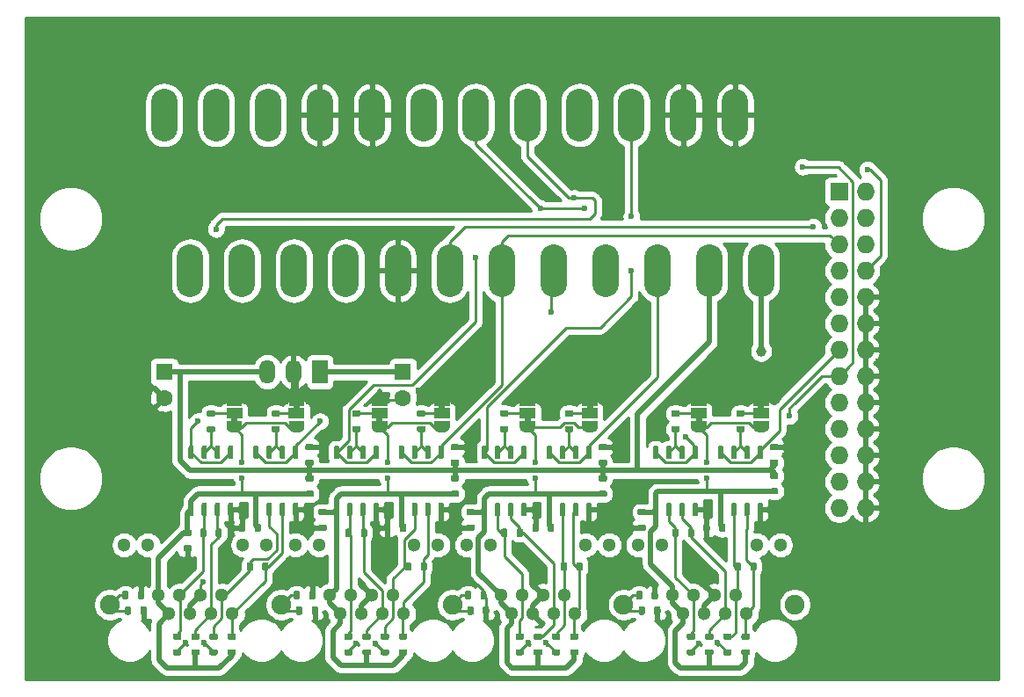
<source format=gbl>
G04 #@! TF.GenerationSoftware,KiCad,Pcbnew,(5.1.5)-3*
G04 #@! TF.CreationDate,2020-02-01T18:29:59+01:00*
G04 #@! TF.ProjectId,5i25Breakout,35693235-4272-4656-916b-6f75742e6b69,rev?*
G04 #@! TF.SameCoordinates,PXe4e1c0PY93d1cc0*
G04 #@! TF.FileFunction,Copper,L2,Bot*
G04 #@! TF.FilePolarity,Positive*
%FSLAX46Y46*%
G04 Gerber Fmt 4.6, Leading zero omitted, Abs format (unit mm)*
G04 Created by KiCad (PCBNEW (5.1.5)-3) date 2020-02-01 18:29:59*
%MOMM*%
%LPD*%
G04 APERTURE LIST*
%ADD10C,0.100000*%
%ADD11R,1.500000X1.000000*%
%ADD12C,1.900000*%
%ADD13C,1.300000*%
%ADD14O,2.540000X5.080000*%
%ADD15O,1.727200X1.727200*%
%ADD16R,1.727200X1.727200*%
%ADD17C,1.600000*%
%ADD18R,1.600000X1.600000*%
%ADD19O,1.500000X2.300000*%
%ADD20R,1.500000X2.300000*%
%ADD21C,1.000000*%
%ADD22C,0.600000*%
%ADD23C,0.500000*%
%ADD24C,0.250000*%
%ADD25C,0.254000*%
G04 APERTURE END LIST*
D10*
G36*
X49300000Y25350000D02*
G01*
X49300000Y25850000D01*
X48700000Y25850000D01*
X48700000Y25350000D01*
X49300000Y25350000D01*
G37*
G36*
X65800000Y25350000D02*
G01*
X65800000Y25850000D01*
X65200000Y25850000D01*
X65200000Y25350000D01*
X65800000Y25350000D01*
G37*
G36*
X71200000Y27150000D02*
G01*
X71200000Y26650000D01*
X71800000Y26650000D01*
X71800000Y27150000D01*
X71200000Y27150000D01*
G37*
G36*
X54700000Y27150000D02*
G01*
X54700000Y26650000D01*
X55300000Y26650000D01*
X55300000Y27150000D01*
X54700000Y27150000D01*
G37*
G36*
X35050000Y25350000D02*
G01*
X35050000Y25850000D01*
X34450000Y25850000D01*
X34450000Y25350000D01*
X35050000Y25350000D01*
G37*
G36*
X40450000Y27150000D02*
G01*
X40450000Y26650000D01*
X41050000Y26650000D01*
X41050000Y27150000D01*
X40450000Y27150000D01*
G37*
G36*
X21050000Y25350000D02*
G01*
X21050000Y25850000D01*
X20450000Y25850000D01*
X20450000Y25350000D01*
X21050000Y25350000D01*
G37*
G36*
X26450000Y27150000D02*
G01*
X26450000Y26650000D01*
X27050000Y26650000D01*
X27050000Y27150000D01*
X26450000Y27150000D01*
G37*
G04 #@! TA.AperFunction,SMDPad,CuDef*
G36*
X49750000Y25500000D02*
G01*
X49750000Y24950000D01*
X49749398Y24950000D01*
X49749398Y24925466D01*
X49744588Y24876635D01*
X49735016Y24828510D01*
X49720772Y24781555D01*
X49701995Y24736222D01*
X49678864Y24692949D01*
X49651604Y24652150D01*
X49620476Y24614221D01*
X49585779Y24579524D01*
X49547850Y24548396D01*
X49507051Y24521136D01*
X49463778Y24498005D01*
X49418445Y24479228D01*
X49371490Y24464984D01*
X49323365Y24455412D01*
X49274534Y24450602D01*
X49250000Y24450602D01*
X49250000Y24450000D01*
X48750000Y24450000D01*
X48750000Y24450602D01*
X48725466Y24450602D01*
X48676635Y24455412D01*
X48628510Y24464984D01*
X48581555Y24479228D01*
X48536222Y24498005D01*
X48492949Y24521136D01*
X48452150Y24548396D01*
X48414221Y24579524D01*
X48379524Y24614221D01*
X48348396Y24652150D01*
X48321136Y24692949D01*
X48298005Y24736222D01*
X48279228Y24781555D01*
X48264984Y24828510D01*
X48255412Y24876635D01*
X48250602Y24925466D01*
X48250602Y24950000D01*
X48250000Y24950000D01*
X48250000Y25500000D01*
X49750000Y25500000D01*
G37*
G04 #@! TD.AperFunction*
D11*
X49000000Y26250000D03*
G04 #@! TA.AperFunction,SMDPad,CuDef*
D10*
G36*
X48250602Y27550000D02*
G01*
X48250602Y27574534D01*
X48255412Y27623365D01*
X48264984Y27671490D01*
X48279228Y27718445D01*
X48298005Y27763778D01*
X48321136Y27807051D01*
X48348396Y27847850D01*
X48379524Y27885779D01*
X48414221Y27920476D01*
X48452150Y27951604D01*
X48492949Y27978864D01*
X48536222Y28001995D01*
X48581555Y28020772D01*
X48628510Y28035016D01*
X48676635Y28044588D01*
X48725466Y28049398D01*
X48750000Y28049398D01*
X48750000Y28050000D01*
X49250000Y28050000D01*
X49250000Y28049398D01*
X49274534Y28049398D01*
X49323365Y28044588D01*
X49371490Y28035016D01*
X49418445Y28020772D01*
X49463778Y28001995D01*
X49507051Y27978864D01*
X49547850Y27951604D01*
X49585779Y27920476D01*
X49620476Y27885779D01*
X49651604Y27847850D01*
X49678864Y27807051D01*
X49701995Y27763778D01*
X49720772Y27718445D01*
X49735016Y27671490D01*
X49744588Y27623365D01*
X49749398Y27574534D01*
X49749398Y27550000D01*
X49750000Y27550000D01*
X49750000Y27000000D01*
X48250000Y27000000D01*
X48250000Y27550000D01*
X48250602Y27550000D01*
G37*
G04 #@! TD.AperFunction*
D12*
X8750000Y7830000D03*
X25250000Y7830000D03*
D13*
X20570000Y6940000D03*
X19550000Y8720000D03*
X18530000Y6940000D03*
X17510000Y8720000D03*
X16490000Y6940000D03*
X15470000Y8720000D03*
X14450000Y6940000D03*
X13430000Y8720000D03*
X10140000Y13580000D03*
X12430000Y13580000D03*
X21570000Y13580000D03*
X23860000Y13580000D03*
D12*
X25250000Y7830000D03*
X41750000Y7830000D03*
D13*
X37070000Y6940000D03*
X36050000Y8720000D03*
X35030000Y6940000D03*
X34010000Y8720000D03*
X32990000Y6940000D03*
X31970000Y8720000D03*
X30950000Y6940000D03*
X29930000Y8720000D03*
X26640000Y13580000D03*
X28930000Y13580000D03*
X38070000Y13580000D03*
X40360000Y13580000D03*
D12*
X58250000Y7830000D03*
X74750000Y7830000D03*
D13*
X70070000Y6940000D03*
X69050000Y8720000D03*
X68030000Y6940000D03*
X67010000Y8720000D03*
X65990000Y6940000D03*
X64970000Y8720000D03*
X63950000Y6940000D03*
X62930000Y8720000D03*
X59640000Y13580000D03*
X61930000Y13580000D03*
X71070000Y13580000D03*
X73360000Y13580000D03*
D14*
X44000000Y55000000D03*
X46500000Y40000000D03*
X49000000Y55000000D03*
X51500000Y40000000D03*
X54000000Y55000000D03*
X56500000Y40000000D03*
X59000000Y55000000D03*
X61500000Y40000000D03*
X64000000Y55000000D03*
X66500000Y40000000D03*
X69000000Y55000000D03*
X71500000Y40000000D03*
X34000000Y55000000D03*
X36500000Y40000000D03*
X39000000Y55000000D03*
X41500000Y40000000D03*
X24000000Y55000000D03*
X26500000Y40000000D03*
X29000000Y55000000D03*
X31500000Y40000000D03*
X14000000Y55000000D03*
X16500000Y40000000D03*
X19000000Y55000000D03*
X21500000Y40000000D03*
G04 #@! TA.AperFunction,SMDPad,CuDef*
D10*
G36*
X66250000Y25500000D02*
G01*
X66250000Y24950000D01*
X66249398Y24950000D01*
X66249398Y24925466D01*
X66244588Y24876635D01*
X66235016Y24828510D01*
X66220772Y24781555D01*
X66201995Y24736222D01*
X66178864Y24692949D01*
X66151604Y24652150D01*
X66120476Y24614221D01*
X66085779Y24579524D01*
X66047850Y24548396D01*
X66007051Y24521136D01*
X65963778Y24498005D01*
X65918445Y24479228D01*
X65871490Y24464984D01*
X65823365Y24455412D01*
X65774534Y24450602D01*
X65750000Y24450602D01*
X65750000Y24450000D01*
X65250000Y24450000D01*
X65250000Y24450602D01*
X65225466Y24450602D01*
X65176635Y24455412D01*
X65128510Y24464984D01*
X65081555Y24479228D01*
X65036222Y24498005D01*
X64992949Y24521136D01*
X64952150Y24548396D01*
X64914221Y24579524D01*
X64879524Y24614221D01*
X64848396Y24652150D01*
X64821136Y24692949D01*
X64798005Y24736222D01*
X64779228Y24781555D01*
X64764984Y24828510D01*
X64755412Y24876635D01*
X64750602Y24925466D01*
X64750602Y24950000D01*
X64750000Y24950000D01*
X64750000Y25500000D01*
X66250000Y25500000D01*
G37*
G04 #@! TD.AperFunction*
D11*
X65500000Y26250000D03*
G04 #@! TA.AperFunction,SMDPad,CuDef*
D10*
G36*
X64750602Y27550000D02*
G01*
X64750602Y27574534D01*
X64755412Y27623365D01*
X64764984Y27671490D01*
X64779228Y27718445D01*
X64798005Y27763778D01*
X64821136Y27807051D01*
X64848396Y27847850D01*
X64879524Y27885779D01*
X64914221Y27920476D01*
X64952150Y27951604D01*
X64992949Y27978864D01*
X65036222Y28001995D01*
X65081555Y28020772D01*
X65128510Y28035016D01*
X65176635Y28044588D01*
X65225466Y28049398D01*
X65250000Y28049398D01*
X65250000Y28050000D01*
X65750000Y28050000D01*
X65750000Y28049398D01*
X65774534Y28049398D01*
X65823365Y28044588D01*
X65871490Y28035016D01*
X65918445Y28020772D01*
X65963778Y28001995D01*
X66007051Y27978864D01*
X66047850Y27951604D01*
X66085779Y27920476D01*
X66120476Y27885779D01*
X66151604Y27847850D01*
X66178864Y27807051D01*
X66201995Y27763778D01*
X66220772Y27718445D01*
X66235016Y27671490D01*
X66244588Y27623365D01*
X66249398Y27574534D01*
X66249398Y27550000D01*
X66250000Y27550000D01*
X66250000Y27000000D01*
X64750000Y27000000D01*
X64750000Y27550000D01*
X64750602Y27550000D01*
G37*
G04 #@! TD.AperFunction*
G04 #@! TA.AperFunction,SMDPad,CuDef*
G36*
X70750000Y27000000D02*
G01*
X70750000Y27550000D01*
X70750602Y27550000D01*
X70750602Y27574534D01*
X70755412Y27623365D01*
X70764984Y27671490D01*
X70779228Y27718445D01*
X70798005Y27763778D01*
X70821136Y27807051D01*
X70848396Y27847850D01*
X70879524Y27885779D01*
X70914221Y27920476D01*
X70952150Y27951604D01*
X70992949Y27978864D01*
X71036222Y28001995D01*
X71081555Y28020772D01*
X71128510Y28035016D01*
X71176635Y28044588D01*
X71225466Y28049398D01*
X71250000Y28049398D01*
X71250000Y28050000D01*
X71750000Y28050000D01*
X71750000Y28049398D01*
X71774534Y28049398D01*
X71823365Y28044588D01*
X71871490Y28035016D01*
X71918445Y28020772D01*
X71963778Y28001995D01*
X72007051Y27978864D01*
X72047850Y27951604D01*
X72085779Y27920476D01*
X72120476Y27885779D01*
X72151604Y27847850D01*
X72178864Y27807051D01*
X72201995Y27763778D01*
X72220772Y27718445D01*
X72235016Y27671490D01*
X72244588Y27623365D01*
X72249398Y27574534D01*
X72249398Y27550000D01*
X72250000Y27550000D01*
X72250000Y27000000D01*
X70750000Y27000000D01*
G37*
G04 #@! TD.AperFunction*
D11*
X71500000Y26250000D03*
G04 #@! TA.AperFunction,SMDPad,CuDef*
D10*
G36*
X72249398Y24950000D02*
G01*
X72249398Y24925466D01*
X72244588Y24876635D01*
X72235016Y24828510D01*
X72220772Y24781555D01*
X72201995Y24736222D01*
X72178864Y24692949D01*
X72151604Y24652150D01*
X72120476Y24614221D01*
X72085779Y24579524D01*
X72047850Y24548396D01*
X72007051Y24521136D01*
X71963778Y24498005D01*
X71918445Y24479228D01*
X71871490Y24464984D01*
X71823365Y24455412D01*
X71774534Y24450602D01*
X71750000Y24450602D01*
X71750000Y24450000D01*
X71250000Y24450000D01*
X71250000Y24450602D01*
X71225466Y24450602D01*
X71176635Y24455412D01*
X71128510Y24464984D01*
X71081555Y24479228D01*
X71036222Y24498005D01*
X70992949Y24521136D01*
X70952150Y24548396D01*
X70914221Y24579524D01*
X70879524Y24614221D01*
X70848396Y24652150D01*
X70821136Y24692949D01*
X70798005Y24736222D01*
X70779228Y24781555D01*
X70764984Y24828510D01*
X70755412Y24876635D01*
X70750602Y24925466D01*
X70750602Y24950000D01*
X70750000Y24950000D01*
X70750000Y25500000D01*
X72250000Y25500000D01*
X72250000Y24950000D01*
X72249398Y24950000D01*
G37*
G04 #@! TD.AperFunction*
G04 #@! TA.AperFunction,SMDPad,CuDef*
G36*
X54250000Y27000000D02*
G01*
X54250000Y27550000D01*
X54250602Y27550000D01*
X54250602Y27574534D01*
X54255412Y27623365D01*
X54264984Y27671490D01*
X54279228Y27718445D01*
X54298005Y27763778D01*
X54321136Y27807051D01*
X54348396Y27847850D01*
X54379524Y27885779D01*
X54414221Y27920476D01*
X54452150Y27951604D01*
X54492949Y27978864D01*
X54536222Y28001995D01*
X54581555Y28020772D01*
X54628510Y28035016D01*
X54676635Y28044588D01*
X54725466Y28049398D01*
X54750000Y28049398D01*
X54750000Y28050000D01*
X55250000Y28050000D01*
X55250000Y28049398D01*
X55274534Y28049398D01*
X55323365Y28044588D01*
X55371490Y28035016D01*
X55418445Y28020772D01*
X55463778Y28001995D01*
X55507051Y27978864D01*
X55547850Y27951604D01*
X55585779Y27920476D01*
X55620476Y27885779D01*
X55651604Y27847850D01*
X55678864Y27807051D01*
X55701995Y27763778D01*
X55720772Y27718445D01*
X55735016Y27671490D01*
X55744588Y27623365D01*
X55749398Y27574534D01*
X55749398Y27550000D01*
X55750000Y27550000D01*
X55750000Y27000000D01*
X54250000Y27000000D01*
G37*
G04 #@! TD.AperFunction*
D11*
X55000000Y26250000D03*
G04 #@! TA.AperFunction,SMDPad,CuDef*
D10*
G36*
X55749398Y24950000D02*
G01*
X55749398Y24925466D01*
X55744588Y24876635D01*
X55735016Y24828510D01*
X55720772Y24781555D01*
X55701995Y24736222D01*
X55678864Y24692949D01*
X55651604Y24652150D01*
X55620476Y24614221D01*
X55585779Y24579524D01*
X55547850Y24548396D01*
X55507051Y24521136D01*
X55463778Y24498005D01*
X55418445Y24479228D01*
X55371490Y24464984D01*
X55323365Y24455412D01*
X55274534Y24450602D01*
X55250000Y24450602D01*
X55250000Y24450000D01*
X54750000Y24450000D01*
X54750000Y24450602D01*
X54725466Y24450602D01*
X54676635Y24455412D01*
X54628510Y24464984D01*
X54581555Y24479228D01*
X54536222Y24498005D01*
X54492949Y24521136D01*
X54452150Y24548396D01*
X54414221Y24579524D01*
X54379524Y24614221D01*
X54348396Y24652150D01*
X54321136Y24692949D01*
X54298005Y24736222D01*
X54279228Y24781555D01*
X54264984Y24828510D01*
X54255412Y24876635D01*
X54250602Y24925466D01*
X54250602Y24950000D01*
X54250000Y24950000D01*
X54250000Y25500000D01*
X55750000Y25500000D01*
X55750000Y24950000D01*
X55749398Y24950000D01*
G37*
G04 #@! TD.AperFunction*
G04 #@! TA.AperFunction,SMDPad,CuDef*
G36*
X35500000Y25500000D02*
G01*
X35500000Y24950000D01*
X35499398Y24950000D01*
X35499398Y24925466D01*
X35494588Y24876635D01*
X35485016Y24828510D01*
X35470772Y24781555D01*
X35451995Y24736222D01*
X35428864Y24692949D01*
X35401604Y24652150D01*
X35370476Y24614221D01*
X35335779Y24579524D01*
X35297850Y24548396D01*
X35257051Y24521136D01*
X35213778Y24498005D01*
X35168445Y24479228D01*
X35121490Y24464984D01*
X35073365Y24455412D01*
X35024534Y24450602D01*
X35000000Y24450602D01*
X35000000Y24450000D01*
X34500000Y24450000D01*
X34500000Y24450602D01*
X34475466Y24450602D01*
X34426635Y24455412D01*
X34378510Y24464984D01*
X34331555Y24479228D01*
X34286222Y24498005D01*
X34242949Y24521136D01*
X34202150Y24548396D01*
X34164221Y24579524D01*
X34129524Y24614221D01*
X34098396Y24652150D01*
X34071136Y24692949D01*
X34048005Y24736222D01*
X34029228Y24781555D01*
X34014984Y24828510D01*
X34005412Y24876635D01*
X34000602Y24925466D01*
X34000602Y24950000D01*
X34000000Y24950000D01*
X34000000Y25500000D01*
X35500000Y25500000D01*
G37*
G04 #@! TD.AperFunction*
D11*
X34750000Y26250000D03*
G04 #@! TA.AperFunction,SMDPad,CuDef*
D10*
G36*
X34000602Y27550000D02*
G01*
X34000602Y27574534D01*
X34005412Y27623365D01*
X34014984Y27671490D01*
X34029228Y27718445D01*
X34048005Y27763778D01*
X34071136Y27807051D01*
X34098396Y27847850D01*
X34129524Y27885779D01*
X34164221Y27920476D01*
X34202150Y27951604D01*
X34242949Y27978864D01*
X34286222Y28001995D01*
X34331555Y28020772D01*
X34378510Y28035016D01*
X34426635Y28044588D01*
X34475466Y28049398D01*
X34500000Y28049398D01*
X34500000Y28050000D01*
X35000000Y28050000D01*
X35000000Y28049398D01*
X35024534Y28049398D01*
X35073365Y28044588D01*
X35121490Y28035016D01*
X35168445Y28020772D01*
X35213778Y28001995D01*
X35257051Y27978864D01*
X35297850Y27951604D01*
X35335779Y27920476D01*
X35370476Y27885779D01*
X35401604Y27847850D01*
X35428864Y27807051D01*
X35451995Y27763778D01*
X35470772Y27718445D01*
X35485016Y27671490D01*
X35494588Y27623365D01*
X35499398Y27574534D01*
X35499398Y27550000D01*
X35500000Y27550000D01*
X35500000Y27000000D01*
X34000000Y27000000D01*
X34000000Y27550000D01*
X34000602Y27550000D01*
G37*
G04 #@! TD.AperFunction*
G04 #@! TA.AperFunction,SMDPad,CuDef*
G36*
X40000000Y27000000D02*
G01*
X40000000Y27550000D01*
X40000602Y27550000D01*
X40000602Y27574534D01*
X40005412Y27623365D01*
X40014984Y27671490D01*
X40029228Y27718445D01*
X40048005Y27763778D01*
X40071136Y27807051D01*
X40098396Y27847850D01*
X40129524Y27885779D01*
X40164221Y27920476D01*
X40202150Y27951604D01*
X40242949Y27978864D01*
X40286222Y28001995D01*
X40331555Y28020772D01*
X40378510Y28035016D01*
X40426635Y28044588D01*
X40475466Y28049398D01*
X40500000Y28049398D01*
X40500000Y28050000D01*
X41000000Y28050000D01*
X41000000Y28049398D01*
X41024534Y28049398D01*
X41073365Y28044588D01*
X41121490Y28035016D01*
X41168445Y28020772D01*
X41213778Y28001995D01*
X41257051Y27978864D01*
X41297850Y27951604D01*
X41335779Y27920476D01*
X41370476Y27885779D01*
X41401604Y27847850D01*
X41428864Y27807051D01*
X41451995Y27763778D01*
X41470772Y27718445D01*
X41485016Y27671490D01*
X41494588Y27623365D01*
X41499398Y27574534D01*
X41499398Y27550000D01*
X41500000Y27550000D01*
X41500000Y27000000D01*
X40000000Y27000000D01*
G37*
G04 #@! TD.AperFunction*
D11*
X40750000Y26250000D03*
G04 #@! TA.AperFunction,SMDPad,CuDef*
D10*
G36*
X41499398Y24950000D02*
G01*
X41499398Y24925466D01*
X41494588Y24876635D01*
X41485016Y24828510D01*
X41470772Y24781555D01*
X41451995Y24736222D01*
X41428864Y24692949D01*
X41401604Y24652150D01*
X41370476Y24614221D01*
X41335779Y24579524D01*
X41297850Y24548396D01*
X41257051Y24521136D01*
X41213778Y24498005D01*
X41168445Y24479228D01*
X41121490Y24464984D01*
X41073365Y24455412D01*
X41024534Y24450602D01*
X41000000Y24450602D01*
X41000000Y24450000D01*
X40500000Y24450000D01*
X40500000Y24450602D01*
X40475466Y24450602D01*
X40426635Y24455412D01*
X40378510Y24464984D01*
X40331555Y24479228D01*
X40286222Y24498005D01*
X40242949Y24521136D01*
X40202150Y24548396D01*
X40164221Y24579524D01*
X40129524Y24614221D01*
X40098396Y24652150D01*
X40071136Y24692949D01*
X40048005Y24736222D01*
X40029228Y24781555D01*
X40014984Y24828510D01*
X40005412Y24876635D01*
X40000602Y24925466D01*
X40000602Y24950000D01*
X40000000Y24950000D01*
X40000000Y25500000D01*
X41500000Y25500000D01*
X41500000Y24950000D01*
X41499398Y24950000D01*
G37*
G04 #@! TD.AperFunction*
G04 #@! TA.AperFunction,SMDPad,CuDef*
G36*
X21500000Y25500000D02*
G01*
X21500000Y24950000D01*
X21499398Y24950000D01*
X21499398Y24925466D01*
X21494588Y24876635D01*
X21485016Y24828510D01*
X21470772Y24781555D01*
X21451995Y24736222D01*
X21428864Y24692949D01*
X21401604Y24652150D01*
X21370476Y24614221D01*
X21335779Y24579524D01*
X21297850Y24548396D01*
X21257051Y24521136D01*
X21213778Y24498005D01*
X21168445Y24479228D01*
X21121490Y24464984D01*
X21073365Y24455412D01*
X21024534Y24450602D01*
X21000000Y24450602D01*
X21000000Y24450000D01*
X20500000Y24450000D01*
X20500000Y24450602D01*
X20475466Y24450602D01*
X20426635Y24455412D01*
X20378510Y24464984D01*
X20331555Y24479228D01*
X20286222Y24498005D01*
X20242949Y24521136D01*
X20202150Y24548396D01*
X20164221Y24579524D01*
X20129524Y24614221D01*
X20098396Y24652150D01*
X20071136Y24692949D01*
X20048005Y24736222D01*
X20029228Y24781555D01*
X20014984Y24828510D01*
X20005412Y24876635D01*
X20000602Y24925466D01*
X20000602Y24950000D01*
X20000000Y24950000D01*
X20000000Y25500000D01*
X21500000Y25500000D01*
G37*
G04 #@! TD.AperFunction*
D11*
X20750000Y26250000D03*
G04 #@! TA.AperFunction,SMDPad,CuDef*
D10*
G36*
X20000602Y27550000D02*
G01*
X20000602Y27574534D01*
X20005412Y27623365D01*
X20014984Y27671490D01*
X20029228Y27718445D01*
X20048005Y27763778D01*
X20071136Y27807051D01*
X20098396Y27847850D01*
X20129524Y27885779D01*
X20164221Y27920476D01*
X20202150Y27951604D01*
X20242949Y27978864D01*
X20286222Y28001995D01*
X20331555Y28020772D01*
X20378510Y28035016D01*
X20426635Y28044588D01*
X20475466Y28049398D01*
X20500000Y28049398D01*
X20500000Y28050000D01*
X21000000Y28050000D01*
X21000000Y28049398D01*
X21024534Y28049398D01*
X21073365Y28044588D01*
X21121490Y28035016D01*
X21168445Y28020772D01*
X21213778Y28001995D01*
X21257051Y27978864D01*
X21297850Y27951604D01*
X21335779Y27920476D01*
X21370476Y27885779D01*
X21401604Y27847850D01*
X21428864Y27807051D01*
X21451995Y27763778D01*
X21470772Y27718445D01*
X21485016Y27671490D01*
X21494588Y27623365D01*
X21499398Y27574534D01*
X21499398Y27550000D01*
X21500000Y27550000D01*
X21500000Y27000000D01*
X20000000Y27000000D01*
X20000000Y27550000D01*
X20000602Y27550000D01*
G37*
G04 #@! TD.AperFunction*
G04 #@! TA.AperFunction,SMDPad,CuDef*
G36*
X26000000Y27000000D02*
G01*
X26000000Y27550000D01*
X26000602Y27550000D01*
X26000602Y27574534D01*
X26005412Y27623365D01*
X26014984Y27671490D01*
X26029228Y27718445D01*
X26048005Y27763778D01*
X26071136Y27807051D01*
X26098396Y27847850D01*
X26129524Y27885779D01*
X26164221Y27920476D01*
X26202150Y27951604D01*
X26242949Y27978864D01*
X26286222Y28001995D01*
X26331555Y28020772D01*
X26378510Y28035016D01*
X26426635Y28044588D01*
X26475466Y28049398D01*
X26500000Y28049398D01*
X26500000Y28050000D01*
X27000000Y28050000D01*
X27000000Y28049398D01*
X27024534Y28049398D01*
X27073365Y28044588D01*
X27121490Y28035016D01*
X27168445Y28020772D01*
X27213778Y28001995D01*
X27257051Y27978864D01*
X27297850Y27951604D01*
X27335779Y27920476D01*
X27370476Y27885779D01*
X27401604Y27847850D01*
X27428864Y27807051D01*
X27451995Y27763778D01*
X27470772Y27718445D01*
X27485016Y27671490D01*
X27494588Y27623365D01*
X27499398Y27574534D01*
X27499398Y27550000D01*
X27500000Y27550000D01*
X27500000Y27000000D01*
X26000000Y27000000D01*
G37*
G04 #@! TD.AperFunction*
D11*
X26750000Y26250000D03*
G04 #@! TA.AperFunction,SMDPad,CuDef*
D10*
G36*
X27499398Y24950000D02*
G01*
X27499398Y24925466D01*
X27494588Y24876635D01*
X27485016Y24828510D01*
X27470772Y24781555D01*
X27451995Y24736222D01*
X27428864Y24692949D01*
X27401604Y24652150D01*
X27370476Y24614221D01*
X27335779Y24579524D01*
X27297850Y24548396D01*
X27257051Y24521136D01*
X27213778Y24498005D01*
X27168445Y24479228D01*
X27121490Y24464984D01*
X27073365Y24455412D01*
X27024534Y24450602D01*
X27000000Y24450602D01*
X27000000Y24450000D01*
X26500000Y24450000D01*
X26500000Y24450602D01*
X26475466Y24450602D01*
X26426635Y24455412D01*
X26378510Y24464984D01*
X26331555Y24479228D01*
X26286222Y24498005D01*
X26242949Y24521136D01*
X26202150Y24548396D01*
X26164221Y24579524D01*
X26129524Y24614221D01*
X26098396Y24652150D01*
X26071136Y24692949D01*
X26048005Y24736222D01*
X26029228Y24781555D01*
X26014984Y24828510D01*
X26005412Y24876635D01*
X26000602Y24925466D01*
X26000602Y24950000D01*
X26000000Y24950000D01*
X26000000Y25500000D01*
X27500000Y25500000D01*
X27500000Y24950000D01*
X27499398Y24950000D01*
G37*
G04 #@! TD.AperFunction*
D15*
X81540000Y17140000D03*
X79000000Y17140000D03*
X81540000Y19680000D03*
X79000000Y19680000D03*
X81540000Y22220000D03*
X79000000Y22220000D03*
X81540000Y24760000D03*
X79000000Y24760000D03*
X81540000Y27300000D03*
X79000000Y27300000D03*
X81540000Y29840000D03*
X79000000Y29840000D03*
X81540000Y32380000D03*
X79000000Y32380000D03*
X81540000Y34920000D03*
X79000000Y34920000D03*
X81540000Y37460000D03*
X79000000Y37460000D03*
X81540000Y40000000D03*
X79000000Y40000000D03*
X81540000Y42540000D03*
X79000000Y42540000D03*
X81540000Y45080000D03*
X79000000Y45080000D03*
X81540000Y47620000D03*
D16*
X79000000Y47620000D03*
G04 #@! TA.AperFunction,SMDPad,CuDef*
D10*
G36*
X44982252Y17624398D02*
G01*
X44994386Y17622598D01*
X45006286Y17619618D01*
X45017835Y17615485D01*
X45028925Y17610240D01*
X45039446Y17603934D01*
X45049299Y17596626D01*
X45058388Y17588388D01*
X45066626Y17579299D01*
X45073934Y17569446D01*
X45080240Y17558925D01*
X45085485Y17547835D01*
X45089618Y17536286D01*
X45092598Y17524386D01*
X45094398Y17512252D01*
X45095000Y17500000D01*
X45095000Y16500000D01*
X45094398Y16487748D01*
X45092598Y16475614D01*
X45089618Y16463714D01*
X45085485Y16452165D01*
X45080240Y16441075D01*
X45073934Y16430554D01*
X45066626Y16420701D01*
X45058388Y16411612D01*
X45049299Y16403374D01*
X45039446Y16396066D01*
X45028925Y16389760D01*
X45017835Y16384515D01*
X45006286Y16380382D01*
X44994386Y16377402D01*
X44982252Y16375602D01*
X44970000Y16375000D01*
X44720000Y16375000D01*
X44707748Y16375602D01*
X44695614Y16377402D01*
X44683714Y16380382D01*
X44672165Y16384515D01*
X44661075Y16389760D01*
X44650554Y16396066D01*
X44640701Y16403374D01*
X44631612Y16411612D01*
X44623374Y16420701D01*
X44616066Y16430554D01*
X44609760Y16441075D01*
X44604515Y16452165D01*
X44600382Y16463714D01*
X44597402Y16475614D01*
X44595602Y16487748D01*
X44595000Y16500000D01*
X44595000Y17500000D01*
X44595602Y17512252D01*
X44597402Y17524386D01*
X44600382Y17536286D01*
X44604515Y17547835D01*
X44609760Y17558925D01*
X44616066Y17569446D01*
X44623374Y17579299D01*
X44631612Y17588388D01*
X44640701Y17596626D01*
X44650554Y17603934D01*
X44661075Y17610240D01*
X44672165Y17615485D01*
X44683714Y17619618D01*
X44695614Y17622598D01*
X44707748Y17624398D01*
X44720000Y17625000D01*
X44970000Y17625000D01*
X44982252Y17624398D01*
G37*
G04 #@! TD.AperFunction*
G04 #@! TA.AperFunction,SMDPad,CuDef*
G36*
X46252252Y17624398D02*
G01*
X46264386Y17622598D01*
X46276286Y17619618D01*
X46287835Y17615485D01*
X46298925Y17610240D01*
X46309446Y17603934D01*
X46319299Y17596626D01*
X46328388Y17588388D01*
X46336626Y17579299D01*
X46343934Y17569446D01*
X46350240Y17558925D01*
X46355485Y17547835D01*
X46359618Y17536286D01*
X46362598Y17524386D01*
X46364398Y17512252D01*
X46365000Y17500000D01*
X46365000Y16500000D01*
X46364398Y16487748D01*
X46362598Y16475614D01*
X46359618Y16463714D01*
X46355485Y16452165D01*
X46350240Y16441075D01*
X46343934Y16430554D01*
X46336626Y16420701D01*
X46328388Y16411612D01*
X46319299Y16403374D01*
X46309446Y16396066D01*
X46298925Y16389760D01*
X46287835Y16384515D01*
X46276286Y16380382D01*
X46264386Y16377402D01*
X46252252Y16375602D01*
X46240000Y16375000D01*
X45990000Y16375000D01*
X45977748Y16375602D01*
X45965614Y16377402D01*
X45953714Y16380382D01*
X45942165Y16384515D01*
X45931075Y16389760D01*
X45920554Y16396066D01*
X45910701Y16403374D01*
X45901612Y16411612D01*
X45893374Y16420701D01*
X45886066Y16430554D01*
X45879760Y16441075D01*
X45874515Y16452165D01*
X45870382Y16463714D01*
X45867402Y16475614D01*
X45865602Y16487748D01*
X45865000Y16500000D01*
X45865000Y17500000D01*
X45865602Y17512252D01*
X45867402Y17524386D01*
X45870382Y17536286D01*
X45874515Y17547835D01*
X45879760Y17558925D01*
X45886066Y17569446D01*
X45893374Y17579299D01*
X45901612Y17588388D01*
X45910701Y17596626D01*
X45920554Y17603934D01*
X45931075Y17610240D01*
X45942165Y17615485D01*
X45953714Y17619618D01*
X45965614Y17622598D01*
X45977748Y17624398D01*
X45990000Y17625000D01*
X46240000Y17625000D01*
X46252252Y17624398D01*
G37*
G04 #@! TD.AperFunction*
G04 #@! TA.AperFunction,SMDPad,CuDef*
G36*
X47522252Y17624398D02*
G01*
X47534386Y17622598D01*
X47546286Y17619618D01*
X47557835Y17615485D01*
X47568925Y17610240D01*
X47579446Y17603934D01*
X47589299Y17596626D01*
X47598388Y17588388D01*
X47606626Y17579299D01*
X47613934Y17569446D01*
X47620240Y17558925D01*
X47625485Y17547835D01*
X47629618Y17536286D01*
X47632598Y17524386D01*
X47634398Y17512252D01*
X47635000Y17500000D01*
X47635000Y16500000D01*
X47634398Y16487748D01*
X47632598Y16475614D01*
X47629618Y16463714D01*
X47625485Y16452165D01*
X47620240Y16441075D01*
X47613934Y16430554D01*
X47606626Y16420701D01*
X47598388Y16411612D01*
X47589299Y16403374D01*
X47579446Y16396066D01*
X47568925Y16389760D01*
X47557835Y16384515D01*
X47546286Y16380382D01*
X47534386Y16377402D01*
X47522252Y16375602D01*
X47510000Y16375000D01*
X47260000Y16375000D01*
X47247748Y16375602D01*
X47235614Y16377402D01*
X47223714Y16380382D01*
X47212165Y16384515D01*
X47201075Y16389760D01*
X47190554Y16396066D01*
X47180701Y16403374D01*
X47171612Y16411612D01*
X47163374Y16420701D01*
X47156066Y16430554D01*
X47149760Y16441075D01*
X47144515Y16452165D01*
X47140382Y16463714D01*
X47137402Y16475614D01*
X47135602Y16487748D01*
X47135000Y16500000D01*
X47135000Y17500000D01*
X47135602Y17512252D01*
X47137402Y17524386D01*
X47140382Y17536286D01*
X47144515Y17547835D01*
X47149760Y17558925D01*
X47156066Y17569446D01*
X47163374Y17579299D01*
X47171612Y17588388D01*
X47180701Y17596626D01*
X47190554Y17603934D01*
X47201075Y17610240D01*
X47212165Y17615485D01*
X47223714Y17619618D01*
X47235614Y17622598D01*
X47247748Y17624398D01*
X47260000Y17625000D01*
X47510000Y17625000D01*
X47522252Y17624398D01*
G37*
G04 #@! TD.AperFunction*
G04 #@! TA.AperFunction,SMDPad,CuDef*
G36*
X48792252Y17624398D02*
G01*
X48804386Y17622598D01*
X48816286Y17619618D01*
X48827835Y17615485D01*
X48838925Y17610240D01*
X48849446Y17603934D01*
X48859299Y17596626D01*
X48868388Y17588388D01*
X48876626Y17579299D01*
X48883934Y17569446D01*
X48890240Y17558925D01*
X48895485Y17547835D01*
X48899618Y17536286D01*
X48902598Y17524386D01*
X48904398Y17512252D01*
X48905000Y17500000D01*
X48905000Y16500000D01*
X48904398Y16487748D01*
X48902598Y16475614D01*
X48899618Y16463714D01*
X48895485Y16452165D01*
X48890240Y16441075D01*
X48883934Y16430554D01*
X48876626Y16420701D01*
X48868388Y16411612D01*
X48859299Y16403374D01*
X48849446Y16396066D01*
X48838925Y16389760D01*
X48827835Y16384515D01*
X48816286Y16380382D01*
X48804386Y16377402D01*
X48792252Y16375602D01*
X48780000Y16375000D01*
X48530000Y16375000D01*
X48517748Y16375602D01*
X48505614Y16377402D01*
X48493714Y16380382D01*
X48482165Y16384515D01*
X48471075Y16389760D01*
X48460554Y16396066D01*
X48450701Y16403374D01*
X48441612Y16411612D01*
X48433374Y16420701D01*
X48426066Y16430554D01*
X48419760Y16441075D01*
X48414515Y16452165D01*
X48410382Y16463714D01*
X48407402Y16475614D01*
X48405602Y16487748D01*
X48405000Y16500000D01*
X48405000Y17500000D01*
X48405602Y17512252D01*
X48407402Y17524386D01*
X48410382Y17536286D01*
X48414515Y17547835D01*
X48419760Y17558925D01*
X48426066Y17569446D01*
X48433374Y17579299D01*
X48441612Y17588388D01*
X48450701Y17596626D01*
X48460554Y17603934D01*
X48471075Y17610240D01*
X48482165Y17615485D01*
X48493714Y17619618D01*
X48505614Y17622598D01*
X48517748Y17624398D01*
X48530000Y17625000D01*
X48780000Y17625000D01*
X48792252Y17624398D01*
G37*
G04 #@! TD.AperFunction*
G04 #@! TA.AperFunction,SMDPad,CuDef*
G36*
X48792252Y23124398D02*
G01*
X48804386Y23122598D01*
X48816286Y23119618D01*
X48827835Y23115485D01*
X48838925Y23110240D01*
X48849446Y23103934D01*
X48859299Y23096626D01*
X48868388Y23088388D01*
X48876626Y23079299D01*
X48883934Y23069446D01*
X48890240Y23058925D01*
X48895485Y23047835D01*
X48899618Y23036286D01*
X48902598Y23024386D01*
X48904398Y23012252D01*
X48905000Y23000000D01*
X48905000Y22000000D01*
X48904398Y21987748D01*
X48902598Y21975614D01*
X48899618Y21963714D01*
X48895485Y21952165D01*
X48890240Y21941075D01*
X48883934Y21930554D01*
X48876626Y21920701D01*
X48868388Y21911612D01*
X48859299Y21903374D01*
X48849446Y21896066D01*
X48838925Y21889760D01*
X48827835Y21884515D01*
X48816286Y21880382D01*
X48804386Y21877402D01*
X48792252Y21875602D01*
X48780000Y21875000D01*
X48530000Y21875000D01*
X48517748Y21875602D01*
X48505614Y21877402D01*
X48493714Y21880382D01*
X48482165Y21884515D01*
X48471075Y21889760D01*
X48460554Y21896066D01*
X48450701Y21903374D01*
X48441612Y21911612D01*
X48433374Y21920701D01*
X48426066Y21930554D01*
X48419760Y21941075D01*
X48414515Y21952165D01*
X48410382Y21963714D01*
X48407402Y21975614D01*
X48405602Y21987748D01*
X48405000Y22000000D01*
X48405000Y23000000D01*
X48405602Y23012252D01*
X48407402Y23024386D01*
X48410382Y23036286D01*
X48414515Y23047835D01*
X48419760Y23058925D01*
X48426066Y23069446D01*
X48433374Y23079299D01*
X48441612Y23088388D01*
X48450701Y23096626D01*
X48460554Y23103934D01*
X48471075Y23110240D01*
X48482165Y23115485D01*
X48493714Y23119618D01*
X48505614Y23122598D01*
X48517748Y23124398D01*
X48530000Y23125000D01*
X48780000Y23125000D01*
X48792252Y23124398D01*
G37*
G04 #@! TD.AperFunction*
G04 #@! TA.AperFunction,SMDPad,CuDef*
G36*
X47522252Y23124398D02*
G01*
X47534386Y23122598D01*
X47546286Y23119618D01*
X47557835Y23115485D01*
X47568925Y23110240D01*
X47579446Y23103934D01*
X47589299Y23096626D01*
X47598388Y23088388D01*
X47606626Y23079299D01*
X47613934Y23069446D01*
X47620240Y23058925D01*
X47625485Y23047835D01*
X47629618Y23036286D01*
X47632598Y23024386D01*
X47634398Y23012252D01*
X47635000Y23000000D01*
X47635000Y22000000D01*
X47634398Y21987748D01*
X47632598Y21975614D01*
X47629618Y21963714D01*
X47625485Y21952165D01*
X47620240Y21941075D01*
X47613934Y21930554D01*
X47606626Y21920701D01*
X47598388Y21911612D01*
X47589299Y21903374D01*
X47579446Y21896066D01*
X47568925Y21889760D01*
X47557835Y21884515D01*
X47546286Y21880382D01*
X47534386Y21877402D01*
X47522252Y21875602D01*
X47510000Y21875000D01*
X47260000Y21875000D01*
X47247748Y21875602D01*
X47235614Y21877402D01*
X47223714Y21880382D01*
X47212165Y21884515D01*
X47201075Y21889760D01*
X47190554Y21896066D01*
X47180701Y21903374D01*
X47171612Y21911612D01*
X47163374Y21920701D01*
X47156066Y21930554D01*
X47149760Y21941075D01*
X47144515Y21952165D01*
X47140382Y21963714D01*
X47137402Y21975614D01*
X47135602Y21987748D01*
X47135000Y22000000D01*
X47135000Y23000000D01*
X47135602Y23012252D01*
X47137402Y23024386D01*
X47140382Y23036286D01*
X47144515Y23047835D01*
X47149760Y23058925D01*
X47156066Y23069446D01*
X47163374Y23079299D01*
X47171612Y23088388D01*
X47180701Y23096626D01*
X47190554Y23103934D01*
X47201075Y23110240D01*
X47212165Y23115485D01*
X47223714Y23119618D01*
X47235614Y23122598D01*
X47247748Y23124398D01*
X47260000Y23125000D01*
X47510000Y23125000D01*
X47522252Y23124398D01*
G37*
G04 #@! TD.AperFunction*
G04 #@! TA.AperFunction,SMDPad,CuDef*
G36*
X46252252Y23124398D02*
G01*
X46264386Y23122598D01*
X46276286Y23119618D01*
X46287835Y23115485D01*
X46298925Y23110240D01*
X46309446Y23103934D01*
X46319299Y23096626D01*
X46328388Y23088388D01*
X46336626Y23079299D01*
X46343934Y23069446D01*
X46350240Y23058925D01*
X46355485Y23047835D01*
X46359618Y23036286D01*
X46362598Y23024386D01*
X46364398Y23012252D01*
X46365000Y23000000D01*
X46365000Y22000000D01*
X46364398Y21987748D01*
X46362598Y21975614D01*
X46359618Y21963714D01*
X46355485Y21952165D01*
X46350240Y21941075D01*
X46343934Y21930554D01*
X46336626Y21920701D01*
X46328388Y21911612D01*
X46319299Y21903374D01*
X46309446Y21896066D01*
X46298925Y21889760D01*
X46287835Y21884515D01*
X46276286Y21880382D01*
X46264386Y21877402D01*
X46252252Y21875602D01*
X46240000Y21875000D01*
X45990000Y21875000D01*
X45977748Y21875602D01*
X45965614Y21877402D01*
X45953714Y21880382D01*
X45942165Y21884515D01*
X45931075Y21889760D01*
X45920554Y21896066D01*
X45910701Y21903374D01*
X45901612Y21911612D01*
X45893374Y21920701D01*
X45886066Y21930554D01*
X45879760Y21941075D01*
X45874515Y21952165D01*
X45870382Y21963714D01*
X45867402Y21975614D01*
X45865602Y21987748D01*
X45865000Y22000000D01*
X45865000Y23000000D01*
X45865602Y23012252D01*
X45867402Y23024386D01*
X45870382Y23036286D01*
X45874515Y23047835D01*
X45879760Y23058925D01*
X45886066Y23069446D01*
X45893374Y23079299D01*
X45901612Y23088388D01*
X45910701Y23096626D01*
X45920554Y23103934D01*
X45931075Y23110240D01*
X45942165Y23115485D01*
X45953714Y23119618D01*
X45965614Y23122598D01*
X45977748Y23124398D01*
X45990000Y23125000D01*
X46240000Y23125000D01*
X46252252Y23124398D01*
G37*
G04 #@! TD.AperFunction*
G04 #@! TA.AperFunction,SMDPad,CuDef*
G36*
X44982252Y23124398D02*
G01*
X44994386Y23122598D01*
X45006286Y23119618D01*
X45017835Y23115485D01*
X45028925Y23110240D01*
X45039446Y23103934D01*
X45049299Y23096626D01*
X45058388Y23088388D01*
X45066626Y23079299D01*
X45073934Y23069446D01*
X45080240Y23058925D01*
X45085485Y23047835D01*
X45089618Y23036286D01*
X45092598Y23024386D01*
X45094398Y23012252D01*
X45095000Y23000000D01*
X45095000Y22000000D01*
X45094398Y21987748D01*
X45092598Y21975614D01*
X45089618Y21963714D01*
X45085485Y21952165D01*
X45080240Y21941075D01*
X45073934Y21930554D01*
X45066626Y21920701D01*
X45058388Y21911612D01*
X45049299Y21903374D01*
X45039446Y21896066D01*
X45028925Y21889760D01*
X45017835Y21884515D01*
X45006286Y21880382D01*
X44994386Y21877402D01*
X44982252Y21875602D01*
X44970000Y21875000D01*
X44720000Y21875000D01*
X44707748Y21875602D01*
X44695614Y21877402D01*
X44683714Y21880382D01*
X44672165Y21884515D01*
X44661075Y21889760D01*
X44650554Y21896066D01*
X44640701Y21903374D01*
X44631612Y21911612D01*
X44623374Y21920701D01*
X44616066Y21930554D01*
X44609760Y21941075D01*
X44604515Y21952165D01*
X44600382Y21963714D01*
X44597402Y21975614D01*
X44595602Y21987748D01*
X44595000Y22000000D01*
X44595000Y23000000D01*
X44595602Y23012252D01*
X44597402Y23024386D01*
X44600382Y23036286D01*
X44604515Y23047835D01*
X44609760Y23058925D01*
X44616066Y23069446D01*
X44623374Y23079299D01*
X44631612Y23088388D01*
X44640701Y23096626D01*
X44650554Y23103934D01*
X44661075Y23110240D01*
X44672165Y23115485D01*
X44683714Y23119618D01*
X44695614Y23122598D01*
X44707748Y23124398D01*
X44720000Y23125000D01*
X44970000Y23125000D01*
X44982252Y23124398D01*
G37*
G04 #@! TD.AperFunction*
G04 #@! TA.AperFunction,SMDPad,CuDef*
G36*
X51232252Y17624398D02*
G01*
X51244386Y17622598D01*
X51256286Y17619618D01*
X51267835Y17615485D01*
X51278925Y17610240D01*
X51289446Y17603934D01*
X51299299Y17596626D01*
X51308388Y17588388D01*
X51316626Y17579299D01*
X51323934Y17569446D01*
X51330240Y17558925D01*
X51335485Y17547835D01*
X51339618Y17536286D01*
X51342598Y17524386D01*
X51344398Y17512252D01*
X51345000Y17500000D01*
X51345000Y16500000D01*
X51344398Y16487748D01*
X51342598Y16475614D01*
X51339618Y16463714D01*
X51335485Y16452165D01*
X51330240Y16441075D01*
X51323934Y16430554D01*
X51316626Y16420701D01*
X51308388Y16411612D01*
X51299299Y16403374D01*
X51289446Y16396066D01*
X51278925Y16389760D01*
X51267835Y16384515D01*
X51256286Y16380382D01*
X51244386Y16377402D01*
X51232252Y16375602D01*
X51220000Y16375000D01*
X50970000Y16375000D01*
X50957748Y16375602D01*
X50945614Y16377402D01*
X50933714Y16380382D01*
X50922165Y16384515D01*
X50911075Y16389760D01*
X50900554Y16396066D01*
X50890701Y16403374D01*
X50881612Y16411612D01*
X50873374Y16420701D01*
X50866066Y16430554D01*
X50859760Y16441075D01*
X50854515Y16452165D01*
X50850382Y16463714D01*
X50847402Y16475614D01*
X50845602Y16487748D01*
X50845000Y16500000D01*
X50845000Y17500000D01*
X50845602Y17512252D01*
X50847402Y17524386D01*
X50850382Y17536286D01*
X50854515Y17547835D01*
X50859760Y17558925D01*
X50866066Y17569446D01*
X50873374Y17579299D01*
X50881612Y17588388D01*
X50890701Y17596626D01*
X50900554Y17603934D01*
X50911075Y17610240D01*
X50922165Y17615485D01*
X50933714Y17619618D01*
X50945614Y17622598D01*
X50957748Y17624398D01*
X50970000Y17625000D01*
X51220000Y17625000D01*
X51232252Y17624398D01*
G37*
G04 #@! TD.AperFunction*
G04 #@! TA.AperFunction,SMDPad,CuDef*
G36*
X52502252Y17624398D02*
G01*
X52514386Y17622598D01*
X52526286Y17619618D01*
X52537835Y17615485D01*
X52548925Y17610240D01*
X52559446Y17603934D01*
X52569299Y17596626D01*
X52578388Y17588388D01*
X52586626Y17579299D01*
X52593934Y17569446D01*
X52600240Y17558925D01*
X52605485Y17547835D01*
X52609618Y17536286D01*
X52612598Y17524386D01*
X52614398Y17512252D01*
X52615000Y17500000D01*
X52615000Y16500000D01*
X52614398Y16487748D01*
X52612598Y16475614D01*
X52609618Y16463714D01*
X52605485Y16452165D01*
X52600240Y16441075D01*
X52593934Y16430554D01*
X52586626Y16420701D01*
X52578388Y16411612D01*
X52569299Y16403374D01*
X52559446Y16396066D01*
X52548925Y16389760D01*
X52537835Y16384515D01*
X52526286Y16380382D01*
X52514386Y16377402D01*
X52502252Y16375602D01*
X52490000Y16375000D01*
X52240000Y16375000D01*
X52227748Y16375602D01*
X52215614Y16377402D01*
X52203714Y16380382D01*
X52192165Y16384515D01*
X52181075Y16389760D01*
X52170554Y16396066D01*
X52160701Y16403374D01*
X52151612Y16411612D01*
X52143374Y16420701D01*
X52136066Y16430554D01*
X52129760Y16441075D01*
X52124515Y16452165D01*
X52120382Y16463714D01*
X52117402Y16475614D01*
X52115602Y16487748D01*
X52115000Y16500000D01*
X52115000Y17500000D01*
X52115602Y17512252D01*
X52117402Y17524386D01*
X52120382Y17536286D01*
X52124515Y17547835D01*
X52129760Y17558925D01*
X52136066Y17569446D01*
X52143374Y17579299D01*
X52151612Y17588388D01*
X52160701Y17596626D01*
X52170554Y17603934D01*
X52181075Y17610240D01*
X52192165Y17615485D01*
X52203714Y17619618D01*
X52215614Y17622598D01*
X52227748Y17624398D01*
X52240000Y17625000D01*
X52490000Y17625000D01*
X52502252Y17624398D01*
G37*
G04 #@! TD.AperFunction*
G04 #@! TA.AperFunction,SMDPad,CuDef*
G36*
X53772252Y17624398D02*
G01*
X53784386Y17622598D01*
X53796286Y17619618D01*
X53807835Y17615485D01*
X53818925Y17610240D01*
X53829446Y17603934D01*
X53839299Y17596626D01*
X53848388Y17588388D01*
X53856626Y17579299D01*
X53863934Y17569446D01*
X53870240Y17558925D01*
X53875485Y17547835D01*
X53879618Y17536286D01*
X53882598Y17524386D01*
X53884398Y17512252D01*
X53885000Y17500000D01*
X53885000Y16500000D01*
X53884398Y16487748D01*
X53882598Y16475614D01*
X53879618Y16463714D01*
X53875485Y16452165D01*
X53870240Y16441075D01*
X53863934Y16430554D01*
X53856626Y16420701D01*
X53848388Y16411612D01*
X53839299Y16403374D01*
X53829446Y16396066D01*
X53818925Y16389760D01*
X53807835Y16384515D01*
X53796286Y16380382D01*
X53784386Y16377402D01*
X53772252Y16375602D01*
X53760000Y16375000D01*
X53510000Y16375000D01*
X53497748Y16375602D01*
X53485614Y16377402D01*
X53473714Y16380382D01*
X53462165Y16384515D01*
X53451075Y16389760D01*
X53440554Y16396066D01*
X53430701Y16403374D01*
X53421612Y16411612D01*
X53413374Y16420701D01*
X53406066Y16430554D01*
X53399760Y16441075D01*
X53394515Y16452165D01*
X53390382Y16463714D01*
X53387402Y16475614D01*
X53385602Y16487748D01*
X53385000Y16500000D01*
X53385000Y17500000D01*
X53385602Y17512252D01*
X53387402Y17524386D01*
X53390382Y17536286D01*
X53394515Y17547835D01*
X53399760Y17558925D01*
X53406066Y17569446D01*
X53413374Y17579299D01*
X53421612Y17588388D01*
X53430701Y17596626D01*
X53440554Y17603934D01*
X53451075Y17610240D01*
X53462165Y17615485D01*
X53473714Y17619618D01*
X53485614Y17622598D01*
X53497748Y17624398D01*
X53510000Y17625000D01*
X53760000Y17625000D01*
X53772252Y17624398D01*
G37*
G04 #@! TD.AperFunction*
G04 #@! TA.AperFunction,SMDPad,CuDef*
G36*
X55042252Y17624398D02*
G01*
X55054386Y17622598D01*
X55066286Y17619618D01*
X55077835Y17615485D01*
X55088925Y17610240D01*
X55099446Y17603934D01*
X55109299Y17596626D01*
X55118388Y17588388D01*
X55126626Y17579299D01*
X55133934Y17569446D01*
X55140240Y17558925D01*
X55145485Y17547835D01*
X55149618Y17536286D01*
X55152598Y17524386D01*
X55154398Y17512252D01*
X55155000Y17500000D01*
X55155000Y16500000D01*
X55154398Y16487748D01*
X55152598Y16475614D01*
X55149618Y16463714D01*
X55145485Y16452165D01*
X55140240Y16441075D01*
X55133934Y16430554D01*
X55126626Y16420701D01*
X55118388Y16411612D01*
X55109299Y16403374D01*
X55099446Y16396066D01*
X55088925Y16389760D01*
X55077835Y16384515D01*
X55066286Y16380382D01*
X55054386Y16377402D01*
X55042252Y16375602D01*
X55030000Y16375000D01*
X54780000Y16375000D01*
X54767748Y16375602D01*
X54755614Y16377402D01*
X54743714Y16380382D01*
X54732165Y16384515D01*
X54721075Y16389760D01*
X54710554Y16396066D01*
X54700701Y16403374D01*
X54691612Y16411612D01*
X54683374Y16420701D01*
X54676066Y16430554D01*
X54669760Y16441075D01*
X54664515Y16452165D01*
X54660382Y16463714D01*
X54657402Y16475614D01*
X54655602Y16487748D01*
X54655000Y16500000D01*
X54655000Y17500000D01*
X54655602Y17512252D01*
X54657402Y17524386D01*
X54660382Y17536286D01*
X54664515Y17547835D01*
X54669760Y17558925D01*
X54676066Y17569446D01*
X54683374Y17579299D01*
X54691612Y17588388D01*
X54700701Y17596626D01*
X54710554Y17603934D01*
X54721075Y17610240D01*
X54732165Y17615485D01*
X54743714Y17619618D01*
X54755614Y17622598D01*
X54767748Y17624398D01*
X54780000Y17625000D01*
X55030000Y17625000D01*
X55042252Y17624398D01*
G37*
G04 #@! TD.AperFunction*
G04 #@! TA.AperFunction,SMDPad,CuDef*
G36*
X55042252Y23124398D02*
G01*
X55054386Y23122598D01*
X55066286Y23119618D01*
X55077835Y23115485D01*
X55088925Y23110240D01*
X55099446Y23103934D01*
X55109299Y23096626D01*
X55118388Y23088388D01*
X55126626Y23079299D01*
X55133934Y23069446D01*
X55140240Y23058925D01*
X55145485Y23047835D01*
X55149618Y23036286D01*
X55152598Y23024386D01*
X55154398Y23012252D01*
X55155000Y23000000D01*
X55155000Y22000000D01*
X55154398Y21987748D01*
X55152598Y21975614D01*
X55149618Y21963714D01*
X55145485Y21952165D01*
X55140240Y21941075D01*
X55133934Y21930554D01*
X55126626Y21920701D01*
X55118388Y21911612D01*
X55109299Y21903374D01*
X55099446Y21896066D01*
X55088925Y21889760D01*
X55077835Y21884515D01*
X55066286Y21880382D01*
X55054386Y21877402D01*
X55042252Y21875602D01*
X55030000Y21875000D01*
X54780000Y21875000D01*
X54767748Y21875602D01*
X54755614Y21877402D01*
X54743714Y21880382D01*
X54732165Y21884515D01*
X54721075Y21889760D01*
X54710554Y21896066D01*
X54700701Y21903374D01*
X54691612Y21911612D01*
X54683374Y21920701D01*
X54676066Y21930554D01*
X54669760Y21941075D01*
X54664515Y21952165D01*
X54660382Y21963714D01*
X54657402Y21975614D01*
X54655602Y21987748D01*
X54655000Y22000000D01*
X54655000Y23000000D01*
X54655602Y23012252D01*
X54657402Y23024386D01*
X54660382Y23036286D01*
X54664515Y23047835D01*
X54669760Y23058925D01*
X54676066Y23069446D01*
X54683374Y23079299D01*
X54691612Y23088388D01*
X54700701Y23096626D01*
X54710554Y23103934D01*
X54721075Y23110240D01*
X54732165Y23115485D01*
X54743714Y23119618D01*
X54755614Y23122598D01*
X54767748Y23124398D01*
X54780000Y23125000D01*
X55030000Y23125000D01*
X55042252Y23124398D01*
G37*
G04 #@! TD.AperFunction*
G04 #@! TA.AperFunction,SMDPad,CuDef*
G36*
X53772252Y23124398D02*
G01*
X53784386Y23122598D01*
X53796286Y23119618D01*
X53807835Y23115485D01*
X53818925Y23110240D01*
X53829446Y23103934D01*
X53839299Y23096626D01*
X53848388Y23088388D01*
X53856626Y23079299D01*
X53863934Y23069446D01*
X53870240Y23058925D01*
X53875485Y23047835D01*
X53879618Y23036286D01*
X53882598Y23024386D01*
X53884398Y23012252D01*
X53885000Y23000000D01*
X53885000Y22000000D01*
X53884398Y21987748D01*
X53882598Y21975614D01*
X53879618Y21963714D01*
X53875485Y21952165D01*
X53870240Y21941075D01*
X53863934Y21930554D01*
X53856626Y21920701D01*
X53848388Y21911612D01*
X53839299Y21903374D01*
X53829446Y21896066D01*
X53818925Y21889760D01*
X53807835Y21884515D01*
X53796286Y21880382D01*
X53784386Y21877402D01*
X53772252Y21875602D01*
X53760000Y21875000D01*
X53510000Y21875000D01*
X53497748Y21875602D01*
X53485614Y21877402D01*
X53473714Y21880382D01*
X53462165Y21884515D01*
X53451075Y21889760D01*
X53440554Y21896066D01*
X53430701Y21903374D01*
X53421612Y21911612D01*
X53413374Y21920701D01*
X53406066Y21930554D01*
X53399760Y21941075D01*
X53394515Y21952165D01*
X53390382Y21963714D01*
X53387402Y21975614D01*
X53385602Y21987748D01*
X53385000Y22000000D01*
X53385000Y23000000D01*
X53385602Y23012252D01*
X53387402Y23024386D01*
X53390382Y23036286D01*
X53394515Y23047835D01*
X53399760Y23058925D01*
X53406066Y23069446D01*
X53413374Y23079299D01*
X53421612Y23088388D01*
X53430701Y23096626D01*
X53440554Y23103934D01*
X53451075Y23110240D01*
X53462165Y23115485D01*
X53473714Y23119618D01*
X53485614Y23122598D01*
X53497748Y23124398D01*
X53510000Y23125000D01*
X53760000Y23125000D01*
X53772252Y23124398D01*
G37*
G04 #@! TD.AperFunction*
G04 #@! TA.AperFunction,SMDPad,CuDef*
G36*
X52502252Y23124398D02*
G01*
X52514386Y23122598D01*
X52526286Y23119618D01*
X52537835Y23115485D01*
X52548925Y23110240D01*
X52559446Y23103934D01*
X52569299Y23096626D01*
X52578388Y23088388D01*
X52586626Y23079299D01*
X52593934Y23069446D01*
X52600240Y23058925D01*
X52605485Y23047835D01*
X52609618Y23036286D01*
X52612598Y23024386D01*
X52614398Y23012252D01*
X52615000Y23000000D01*
X52615000Y22000000D01*
X52614398Y21987748D01*
X52612598Y21975614D01*
X52609618Y21963714D01*
X52605485Y21952165D01*
X52600240Y21941075D01*
X52593934Y21930554D01*
X52586626Y21920701D01*
X52578388Y21911612D01*
X52569299Y21903374D01*
X52559446Y21896066D01*
X52548925Y21889760D01*
X52537835Y21884515D01*
X52526286Y21880382D01*
X52514386Y21877402D01*
X52502252Y21875602D01*
X52490000Y21875000D01*
X52240000Y21875000D01*
X52227748Y21875602D01*
X52215614Y21877402D01*
X52203714Y21880382D01*
X52192165Y21884515D01*
X52181075Y21889760D01*
X52170554Y21896066D01*
X52160701Y21903374D01*
X52151612Y21911612D01*
X52143374Y21920701D01*
X52136066Y21930554D01*
X52129760Y21941075D01*
X52124515Y21952165D01*
X52120382Y21963714D01*
X52117402Y21975614D01*
X52115602Y21987748D01*
X52115000Y22000000D01*
X52115000Y23000000D01*
X52115602Y23012252D01*
X52117402Y23024386D01*
X52120382Y23036286D01*
X52124515Y23047835D01*
X52129760Y23058925D01*
X52136066Y23069446D01*
X52143374Y23079299D01*
X52151612Y23088388D01*
X52160701Y23096626D01*
X52170554Y23103934D01*
X52181075Y23110240D01*
X52192165Y23115485D01*
X52203714Y23119618D01*
X52215614Y23122598D01*
X52227748Y23124398D01*
X52240000Y23125000D01*
X52490000Y23125000D01*
X52502252Y23124398D01*
G37*
G04 #@! TD.AperFunction*
G04 #@! TA.AperFunction,SMDPad,CuDef*
G36*
X51232252Y23124398D02*
G01*
X51244386Y23122598D01*
X51256286Y23119618D01*
X51267835Y23115485D01*
X51278925Y23110240D01*
X51289446Y23103934D01*
X51299299Y23096626D01*
X51308388Y23088388D01*
X51316626Y23079299D01*
X51323934Y23069446D01*
X51330240Y23058925D01*
X51335485Y23047835D01*
X51339618Y23036286D01*
X51342598Y23024386D01*
X51344398Y23012252D01*
X51345000Y23000000D01*
X51345000Y22000000D01*
X51344398Y21987748D01*
X51342598Y21975614D01*
X51339618Y21963714D01*
X51335485Y21952165D01*
X51330240Y21941075D01*
X51323934Y21930554D01*
X51316626Y21920701D01*
X51308388Y21911612D01*
X51299299Y21903374D01*
X51289446Y21896066D01*
X51278925Y21889760D01*
X51267835Y21884515D01*
X51256286Y21880382D01*
X51244386Y21877402D01*
X51232252Y21875602D01*
X51220000Y21875000D01*
X50970000Y21875000D01*
X50957748Y21875602D01*
X50945614Y21877402D01*
X50933714Y21880382D01*
X50922165Y21884515D01*
X50911075Y21889760D01*
X50900554Y21896066D01*
X50890701Y21903374D01*
X50881612Y21911612D01*
X50873374Y21920701D01*
X50866066Y21930554D01*
X50859760Y21941075D01*
X50854515Y21952165D01*
X50850382Y21963714D01*
X50847402Y21975614D01*
X50845602Y21987748D01*
X50845000Y22000000D01*
X50845000Y23000000D01*
X50845602Y23012252D01*
X50847402Y23024386D01*
X50850382Y23036286D01*
X50854515Y23047835D01*
X50859760Y23058925D01*
X50866066Y23069446D01*
X50873374Y23079299D01*
X50881612Y23088388D01*
X50890701Y23096626D01*
X50900554Y23103934D01*
X50911075Y23110240D01*
X50922165Y23115485D01*
X50933714Y23119618D01*
X50945614Y23122598D01*
X50957748Y23124398D01*
X50970000Y23125000D01*
X51220000Y23125000D01*
X51232252Y23124398D01*
G37*
G04 #@! TD.AperFunction*
G04 #@! TA.AperFunction,SMDPad,CuDef*
G36*
X47016958Y26544290D02*
G01*
X47031276Y26542166D01*
X47045317Y26538649D01*
X47058946Y26533772D01*
X47072031Y26527583D01*
X47084447Y26520142D01*
X47096073Y26511519D01*
X47106798Y26501798D01*
X47116519Y26491073D01*
X47125142Y26479447D01*
X47132583Y26467031D01*
X47138772Y26453946D01*
X47143649Y26440317D01*
X47147166Y26426276D01*
X47149290Y26411958D01*
X47150000Y26397500D01*
X47150000Y26102500D01*
X47149290Y26088042D01*
X47147166Y26073724D01*
X47143649Y26059683D01*
X47138772Y26046054D01*
X47132583Y26032969D01*
X47125142Y26020553D01*
X47116519Y26008927D01*
X47106798Y25998202D01*
X47096073Y25988481D01*
X47084447Y25979858D01*
X47072031Y25972417D01*
X47058946Y25966228D01*
X47045317Y25961351D01*
X47031276Y25957834D01*
X47016958Y25955710D01*
X47002500Y25955000D01*
X46497500Y25955000D01*
X46483042Y25955710D01*
X46468724Y25957834D01*
X46454683Y25961351D01*
X46441054Y25966228D01*
X46427969Y25972417D01*
X46415553Y25979858D01*
X46403927Y25988481D01*
X46393202Y25998202D01*
X46383481Y26008927D01*
X46374858Y26020553D01*
X46367417Y26032969D01*
X46361228Y26046054D01*
X46356351Y26059683D01*
X46352834Y26073724D01*
X46350710Y26088042D01*
X46350000Y26102500D01*
X46350000Y26397500D01*
X46350710Y26411958D01*
X46352834Y26426276D01*
X46356351Y26440317D01*
X46361228Y26453946D01*
X46367417Y26467031D01*
X46374858Y26479447D01*
X46383481Y26491073D01*
X46393202Y26501798D01*
X46403927Y26511519D01*
X46415553Y26520142D01*
X46427969Y26527583D01*
X46441054Y26533772D01*
X46454683Y26538649D01*
X46468724Y26542166D01*
X46483042Y26544290D01*
X46497500Y26545000D01*
X47002500Y26545000D01*
X47016958Y26544290D01*
G37*
G04 #@! TD.AperFunction*
G04 #@! TA.AperFunction,SMDPad,CuDef*
G36*
X47016958Y25044290D02*
G01*
X47031276Y25042166D01*
X47045317Y25038649D01*
X47058946Y25033772D01*
X47072031Y25027583D01*
X47084447Y25020142D01*
X47096073Y25011519D01*
X47106798Y25001798D01*
X47116519Y24991073D01*
X47125142Y24979447D01*
X47132583Y24967031D01*
X47138772Y24953946D01*
X47143649Y24940317D01*
X47147166Y24926276D01*
X47149290Y24911958D01*
X47150000Y24897500D01*
X47150000Y24602500D01*
X47149290Y24588042D01*
X47147166Y24573724D01*
X47143649Y24559683D01*
X47138772Y24546054D01*
X47132583Y24532969D01*
X47125142Y24520553D01*
X47116519Y24508927D01*
X47106798Y24498202D01*
X47096073Y24488481D01*
X47084447Y24479858D01*
X47072031Y24472417D01*
X47058946Y24466228D01*
X47045317Y24461351D01*
X47031276Y24457834D01*
X47016958Y24455710D01*
X47002500Y24455000D01*
X46497500Y24455000D01*
X46483042Y24455710D01*
X46468724Y24457834D01*
X46454683Y24461351D01*
X46441054Y24466228D01*
X46427969Y24472417D01*
X46415553Y24479858D01*
X46403927Y24488481D01*
X46393202Y24498202D01*
X46383481Y24508927D01*
X46374858Y24520553D01*
X46367417Y24532969D01*
X46361228Y24546054D01*
X46356351Y24559683D01*
X46352834Y24573724D01*
X46350710Y24588042D01*
X46350000Y24602500D01*
X46350000Y24897500D01*
X46350710Y24911958D01*
X46352834Y24926276D01*
X46356351Y24940317D01*
X46361228Y24953946D01*
X46367417Y24967031D01*
X46374858Y24979447D01*
X46383481Y24991073D01*
X46393202Y25001798D01*
X46403927Y25011519D01*
X46415553Y25020142D01*
X46427969Y25027583D01*
X46441054Y25033772D01*
X46454683Y25038649D01*
X46468724Y25042166D01*
X46483042Y25044290D01*
X46497500Y25045000D01*
X47002500Y25045000D01*
X47016958Y25044290D01*
G37*
G04 #@! TD.AperFunction*
G04 #@! TA.AperFunction,SMDPad,CuDef*
G36*
X53266958Y26544290D02*
G01*
X53281276Y26542166D01*
X53295317Y26538649D01*
X53308946Y26533772D01*
X53322031Y26527583D01*
X53334447Y26520142D01*
X53346073Y26511519D01*
X53356798Y26501798D01*
X53366519Y26491073D01*
X53375142Y26479447D01*
X53382583Y26467031D01*
X53388772Y26453946D01*
X53393649Y26440317D01*
X53397166Y26426276D01*
X53399290Y26411958D01*
X53400000Y26397500D01*
X53400000Y26102500D01*
X53399290Y26088042D01*
X53397166Y26073724D01*
X53393649Y26059683D01*
X53388772Y26046054D01*
X53382583Y26032969D01*
X53375142Y26020553D01*
X53366519Y26008927D01*
X53356798Y25998202D01*
X53346073Y25988481D01*
X53334447Y25979858D01*
X53322031Y25972417D01*
X53308946Y25966228D01*
X53295317Y25961351D01*
X53281276Y25957834D01*
X53266958Y25955710D01*
X53252500Y25955000D01*
X52747500Y25955000D01*
X52733042Y25955710D01*
X52718724Y25957834D01*
X52704683Y25961351D01*
X52691054Y25966228D01*
X52677969Y25972417D01*
X52665553Y25979858D01*
X52653927Y25988481D01*
X52643202Y25998202D01*
X52633481Y26008927D01*
X52624858Y26020553D01*
X52617417Y26032969D01*
X52611228Y26046054D01*
X52606351Y26059683D01*
X52602834Y26073724D01*
X52600710Y26088042D01*
X52600000Y26102500D01*
X52600000Y26397500D01*
X52600710Y26411958D01*
X52602834Y26426276D01*
X52606351Y26440317D01*
X52611228Y26453946D01*
X52617417Y26467031D01*
X52624858Y26479447D01*
X52633481Y26491073D01*
X52643202Y26501798D01*
X52653927Y26511519D01*
X52665553Y26520142D01*
X52677969Y26527583D01*
X52691054Y26533772D01*
X52704683Y26538649D01*
X52718724Y26542166D01*
X52733042Y26544290D01*
X52747500Y26545000D01*
X53252500Y26545000D01*
X53266958Y26544290D01*
G37*
G04 #@! TD.AperFunction*
G04 #@! TA.AperFunction,SMDPad,CuDef*
G36*
X53266958Y25044290D02*
G01*
X53281276Y25042166D01*
X53295317Y25038649D01*
X53308946Y25033772D01*
X53322031Y25027583D01*
X53334447Y25020142D01*
X53346073Y25011519D01*
X53356798Y25001798D01*
X53366519Y24991073D01*
X53375142Y24979447D01*
X53382583Y24967031D01*
X53388772Y24953946D01*
X53393649Y24940317D01*
X53397166Y24926276D01*
X53399290Y24911958D01*
X53400000Y24897500D01*
X53400000Y24602500D01*
X53399290Y24588042D01*
X53397166Y24573724D01*
X53393649Y24559683D01*
X53388772Y24546054D01*
X53382583Y24532969D01*
X53375142Y24520553D01*
X53366519Y24508927D01*
X53356798Y24498202D01*
X53346073Y24488481D01*
X53334447Y24479858D01*
X53322031Y24472417D01*
X53308946Y24466228D01*
X53295317Y24461351D01*
X53281276Y24457834D01*
X53266958Y24455710D01*
X53252500Y24455000D01*
X52747500Y24455000D01*
X52733042Y24455710D01*
X52718724Y24457834D01*
X52704683Y24461351D01*
X52691054Y24466228D01*
X52677969Y24472417D01*
X52665553Y24479858D01*
X52653927Y24488481D01*
X52643202Y24498202D01*
X52633481Y24508927D01*
X52624858Y24520553D01*
X52617417Y24532969D01*
X52611228Y24546054D01*
X52606351Y24559683D01*
X52602834Y24573724D01*
X52600710Y24588042D01*
X52600000Y24602500D01*
X52600000Y24897500D01*
X52600710Y24911958D01*
X52602834Y24926276D01*
X52606351Y24940317D01*
X52611228Y24953946D01*
X52617417Y24967031D01*
X52624858Y24979447D01*
X52633481Y24991073D01*
X52643202Y25001798D01*
X52653927Y25011519D01*
X52665553Y25020142D01*
X52677969Y25027583D01*
X52691054Y25033772D01*
X52704683Y25038649D01*
X52718724Y25042166D01*
X52733042Y25044290D01*
X52747500Y25045000D01*
X53252500Y25045000D01*
X53266958Y25044290D01*
G37*
G04 #@! TD.AperFunction*
G04 #@! TA.AperFunction,SMDPad,CuDef*
G36*
X48516958Y3544290D02*
G01*
X48531276Y3542166D01*
X48545317Y3538649D01*
X48558946Y3533772D01*
X48572031Y3527583D01*
X48584447Y3520142D01*
X48596073Y3511519D01*
X48606798Y3501798D01*
X48616519Y3491073D01*
X48625142Y3479447D01*
X48632583Y3467031D01*
X48638772Y3453946D01*
X48643649Y3440317D01*
X48647166Y3426276D01*
X48649290Y3411958D01*
X48650000Y3397500D01*
X48650000Y3102500D01*
X48649290Y3088042D01*
X48647166Y3073724D01*
X48643649Y3059683D01*
X48638772Y3046054D01*
X48632583Y3032969D01*
X48625142Y3020553D01*
X48616519Y3008927D01*
X48606798Y2998202D01*
X48596073Y2988481D01*
X48584447Y2979858D01*
X48572031Y2972417D01*
X48558946Y2966228D01*
X48545317Y2961351D01*
X48531276Y2957834D01*
X48516958Y2955710D01*
X48502500Y2955000D01*
X47997500Y2955000D01*
X47983042Y2955710D01*
X47968724Y2957834D01*
X47954683Y2961351D01*
X47941054Y2966228D01*
X47927969Y2972417D01*
X47915553Y2979858D01*
X47903927Y2988481D01*
X47893202Y2998202D01*
X47883481Y3008927D01*
X47874858Y3020553D01*
X47867417Y3032969D01*
X47861228Y3046054D01*
X47856351Y3059683D01*
X47852834Y3073724D01*
X47850710Y3088042D01*
X47850000Y3102500D01*
X47850000Y3397500D01*
X47850710Y3411958D01*
X47852834Y3426276D01*
X47856351Y3440317D01*
X47861228Y3453946D01*
X47867417Y3467031D01*
X47874858Y3479447D01*
X47883481Y3491073D01*
X47893202Y3501798D01*
X47903927Y3511519D01*
X47915553Y3520142D01*
X47927969Y3527583D01*
X47941054Y3533772D01*
X47954683Y3538649D01*
X47968724Y3542166D01*
X47983042Y3544290D01*
X47997500Y3545000D01*
X48502500Y3545000D01*
X48516958Y3544290D01*
G37*
G04 #@! TD.AperFunction*
G04 #@! TA.AperFunction,SMDPad,CuDef*
G36*
X48516958Y5044290D02*
G01*
X48531276Y5042166D01*
X48545317Y5038649D01*
X48558946Y5033772D01*
X48572031Y5027583D01*
X48584447Y5020142D01*
X48596073Y5011519D01*
X48606798Y5001798D01*
X48616519Y4991073D01*
X48625142Y4979447D01*
X48632583Y4967031D01*
X48638772Y4953946D01*
X48643649Y4940317D01*
X48647166Y4926276D01*
X48649290Y4911958D01*
X48650000Y4897500D01*
X48650000Y4602500D01*
X48649290Y4588042D01*
X48647166Y4573724D01*
X48643649Y4559683D01*
X48638772Y4546054D01*
X48632583Y4532969D01*
X48625142Y4520553D01*
X48616519Y4508927D01*
X48606798Y4498202D01*
X48596073Y4488481D01*
X48584447Y4479858D01*
X48572031Y4472417D01*
X48558946Y4466228D01*
X48545317Y4461351D01*
X48531276Y4457834D01*
X48516958Y4455710D01*
X48502500Y4455000D01*
X47997500Y4455000D01*
X47983042Y4455710D01*
X47968724Y4457834D01*
X47954683Y4461351D01*
X47941054Y4466228D01*
X47927969Y4472417D01*
X47915553Y4479858D01*
X47903927Y4488481D01*
X47893202Y4498202D01*
X47883481Y4508927D01*
X47874858Y4520553D01*
X47867417Y4532969D01*
X47861228Y4546054D01*
X47856351Y4559683D01*
X47852834Y4573724D01*
X47850710Y4588042D01*
X47850000Y4602500D01*
X47850000Y4897500D01*
X47850710Y4911958D01*
X47852834Y4926276D01*
X47856351Y4940317D01*
X47861228Y4953946D01*
X47867417Y4967031D01*
X47874858Y4979447D01*
X47883481Y4991073D01*
X47893202Y5001798D01*
X47903927Y5011519D01*
X47915553Y5020142D01*
X47927969Y5027583D01*
X47941054Y5033772D01*
X47954683Y5038649D01*
X47968724Y5042166D01*
X47983042Y5044290D01*
X47997500Y5045000D01*
X48502500Y5045000D01*
X48516958Y5044290D01*
G37*
G04 #@! TD.AperFunction*
G04 #@! TA.AperFunction,SMDPad,CuDef*
G36*
X46911958Y15149290D02*
G01*
X46926276Y15147166D01*
X46940317Y15143649D01*
X46953946Y15138772D01*
X46967031Y15132583D01*
X46979447Y15125142D01*
X46991073Y15116519D01*
X47001798Y15106798D01*
X47011519Y15096073D01*
X47020142Y15084447D01*
X47027583Y15072031D01*
X47033772Y15058946D01*
X47038649Y15045317D01*
X47042166Y15031276D01*
X47044290Y15016958D01*
X47045000Y15002500D01*
X47045000Y14497500D01*
X47044290Y14483042D01*
X47042166Y14468724D01*
X47038649Y14454683D01*
X47033772Y14441054D01*
X47027583Y14427969D01*
X47020142Y14415553D01*
X47011519Y14403927D01*
X47001798Y14393202D01*
X46991073Y14383481D01*
X46979447Y14374858D01*
X46967031Y14367417D01*
X46953946Y14361228D01*
X46940317Y14356351D01*
X46926276Y14352834D01*
X46911958Y14350710D01*
X46897500Y14350000D01*
X46602500Y14350000D01*
X46588042Y14350710D01*
X46573724Y14352834D01*
X46559683Y14356351D01*
X46546054Y14361228D01*
X46532969Y14367417D01*
X46520553Y14374858D01*
X46508927Y14383481D01*
X46498202Y14393202D01*
X46488481Y14403927D01*
X46479858Y14415553D01*
X46472417Y14427969D01*
X46466228Y14441054D01*
X46461351Y14454683D01*
X46457834Y14468724D01*
X46455710Y14483042D01*
X46455000Y14497500D01*
X46455000Y15002500D01*
X46455710Y15016958D01*
X46457834Y15031276D01*
X46461351Y15045317D01*
X46466228Y15058946D01*
X46472417Y15072031D01*
X46479858Y15084447D01*
X46488481Y15096073D01*
X46498202Y15106798D01*
X46508927Y15116519D01*
X46520553Y15125142D01*
X46532969Y15132583D01*
X46546054Y15138772D01*
X46559683Y15143649D01*
X46573724Y15147166D01*
X46588042Y15149290D01*
X46602500Y15150000D01*
X46897500Y15150000D01*
X46911958Y15149290D01*
G37*
G04 #@! TD.AperFunction*
G04 #@! TA.AperFunction,SMDPad,CuDef*
G36*
X48411958Y15149290D02*
G01*
X48426276Y15147166D01*
X48440317Y15143649D01*
X48453946Y15138772D01*
X48467031Y15132583D01*
X48479447Y15125142D01*
X48491073Y15116519D01*
X48501798Y15106798D01*
X48511519Y15096073D01*
X48520142Y15084447D01*
X48527583Y15072031D01*
X48533772Y15058946D01*
X48538649Y15045317D01*
X48542166Y15031276D01*
X48544290Y15016958D01*
X48545000Y15002500D01*
X48545000Y14497500D01*
X48544290Y14483042D01*
X48542166Y14468724D01*
X48538649Y14454683D01*
X48533772Y14441054D01*
X48527583Y14427969D01*
X48520142Y14415553D01*
X48511519Y14403927D01*
X48501798Y14393202D01*
X48491073Y14383481D01*
X48479447Y14374858D01*
X48467031Y14367417D01*
X48453946Y14361228D01*
X48440317Y14356351D01*
X48426276Y14352834D01*
X48411958Y14350710D01*
X48397500Y14350000D01*
X48102500Y14350000D01*
X48088042Y14350710D01*
X48073724Y14352834D01*
X48059683Y14356351D01*
X48046054Y14361228D01*
X48032969Y14367417D01*
X48020553Y14374858D01*
X48008927Y14383481D01*
X47998202Y14393202D01*
X47988481Y14403927D01*
X47979858Y14415553D01*
X47972417Y14427969D01*
X47966228Y14441054D01*
X47961351Y14454683D01*
X47957834Y14468724D01*
X47955710Y14483042D01*
X47955000Y14497500D01*
X47955000Y15002500D01*
X47955710Y15016958D01*
X47957834Y15031276D01*
X47961351Y15045317D01*
X47966228Y15058946D01*
X47972417Y15072031D01*
X47979858Y15084447D01*
X47988481Y15096073D01*
X47998202Y15106798D01*
X48008927Y15116519D01*
X48020553Y15125142D01*
X48032969Y15132583D01*
X48046054Y15138772D01*
X48059683Y15143649D01*
X48073724Y15147166D01*
X48088042Y15149290D01*
X48102500Y15150000D01*
X48397500Y15150000D01*
X48411958Y15149290D01*
G37*
G04 #@! TD.AperFunction*
G04 #@! TA.AperFunction,SMDPad,CuDef*
G36*
X50266958Y5044290D02*
G01*
X50281276Y5042166D01*
X50295317Y5038649D01*
X50308946Y5033772D01*
X50322031Y5027583D01*
X50334447Y5020142D01*
X50346073Y5011519D01*
X50356798Y5001798D01*
X50366519Y4991073D01*
X50375142Y4979447D01*
X50382583Y4967031D01*
X50388772Y4953946D01*
X50393649Y4940317D01*
X50397166Y4926276D01*
X50399290Y4911958D01*
X50400000Y4897500D01*
X50400000Y4602500D01*
X50399290Y4588042D01*
X50397166Y4573724D01*
X50393649Y4559683D01*
X50388772Y4546054D01*
X50382583Y4532969D01*
X50375142Y4520553D01*
X50366519Y4508927D01*
X50356798Y4498202D01*
X50346073Y4488481D01*
X50334447Y4479858D01*
X50322031Y4472417D01*
X50308946Y4466228D01*
X50295317Y4461351D01*
X50281276Y4457834D01*
X50266958Y4455710D01*
X50252500Y4455000D01*
X49747500Y4455000D01*
X49733042Y4455710D01*
X49718724Y4457834D01*
X49704683Y4461351D01*
X49691054Y4466228D01*
X49677969Y4472417D01*
X49665553Y4479858D01*
X49653927Y4488481D01*
X49643202Y4498202D01*
X49633481Y4508927D01*
X49624858Y4520553D01*
X49617417Y4532969D01*
X49611228Y4546054D01*
X49606351Y4559683D01*
X49602834Y4573724D01*
X49600710Y4588042D01*
X49600000Y4602500D01*
X49600000Y4897500D01*
X49600710Y4911958D01*
X49602834Y4926276D01*
X49606351Y4940317D01*
X49611228Y4953946D01*
X49617417Y4967031D01*
X49624858Y4979447D01*
X49633481Y4991073D01*
X49643202Y5001798D01*
X49653927Y5011519D01*
X49665553Y5020142D01*
X49677969Y5027583D01*
X49691054Y5033772D01*
X49704683Y5038649D01*
X49718724Y5042166D01*
X49733042Y5044290D01*
X49747500Y5045000D01*
X50252500Y5045000D01*
X50266958Y5044290D01*
G37*
G04 #@! TD.AperFunction*
G04 #@! TA.AperFunction,SMDPad,CuDef*
G36*
X50266958Y3544290D02*
G01*
X50281276Y3542166D01*
X50295317Y3538649D01*
X50308946Y3533772D01*
X50322031Y3527583D01*
X50334447Y3520142D01*
X50346073Y3511519D01*
X50356798Y3501798D01*
X50366519Y3491073D01*
X50375142Y3479447D01*
X50382583Y3467031D01*
X50388772Y3453946D01*
X50393649Y3440317D01*
X50397166Y3426276D01*
X50399290Y3411958D01*
X50400000Y3397500D01*
X50400000Y3102500D01*
X50399290Y3088042D01*
X50397166Y3073724D01*
X50393649Y3059683D01*
X50388772Y3046054D01*
X50382583Y3032969D01*
X50375142Y3020553D01*
X50366519Y3008927D01*
X50356798Y2998202D01*
X50346073Y2988481D01*
X50334447Y2979858D01*
X50322031Y2972417D01*
X50308946Y2966228D01*
X50295317Y2961351D01*
X50281276Y2957834D01*
X50266958Y2955710D01*
X50252500Y2955000D01*
X49747500Y2955000D01*
X49733042Y2955710D01*
X49718724Y2957834D01*
X49704683Y2961351D01*
X49691054Y2966228D01*
X49677969Y2972417D01*
X49665553Y2979858D01*
X49653927Y2988481D01*
X49643202Y2998202D01*
X49633481Y3008927D01*
X49624858Y3020553D01*
X49617417Y3032969D01*
X49611228Y3046054D01*
X49606351Y3059683D01*
X49602834Y3073724D01*
X49600710Y3088042D01*
X49600000Y3102500D01*
X49600000Y3397500D01*
X49600710Y3411958D01*
X49602834Y3426276D01*
X49606351Y3440317D01*
X49611228Y3453946D01*
X49617417Y3467031D01*
X49624858Y3479447D01*
X49633481Y3491073D01*
X49643202Y3501798D01*
X49653927Y3511519D01*
X49665553Y3520142D01*
X49677969Y3527583D01*
X49691054Y3533772D01*
X49704683Y3538649D01*
X49718724Y3542166D01*
X49733042Y3544290D01*
X49747500Y3545000D01*
X50252500Y3545000D01*
X50266958Y3544290D01*
G37*
G04 #@! TD.AperFunction*
G04 #@! TA.AperFunction,SMDPad,CuDef*
G36*
X52016958Y3544290D02*
G01*
X52031276Y3542166D01*
X52045317Y3538649D01*
X52058946Y3533772D01*
X52072031Y3527583D01*
X52084447Y3520142D01*
X52096073Y3511519D01*
X52106798Y3501798D01*
X52116519Y3491073D01*
X52125142Y3479447D01*
X52132583Y3467031D01*
X52138772Y3453946D01*
X52143649Y3440317D01*
X52147166Y3426276D01*
X52149290Y3411958D01*
X52150000Y3397500D01*
X52150000Y3102500D01*
X52149290Y3088042D01*
X52147166Y3073724D01*
X52143649Y3059683D01*
X52138772Y3046054D01*
X52132583Y3032969D01*
X52125142Y3020553D01*
X52116519Y3008927D01*
X52106798Y2998202D01*
X52096073Y2988481D01*
X52084447Y2979858D01*
X52072031Y2972417D01*
X52058946Y2966228D01*
X52045317Y2961351D01*
X52031276Y2957834D01*
X52016958Y2955710D01*
X52002500Y2955000D01*
X51497500Y2955000D01*
X51483042Y2955710D01*
X51468724Y2957834D01*
X51454683Y2961351D01*
X51441054Y2966228D01*
X51427969Y2972417D01*
X51415553Y2979858D01*
X51403927Y2988481D01*
X51393202Y2998202D01*
X51383481Y3008927D01*
X51374858Y3020553D01*
X51367417Y3032969D01*
X51361228Y3046054D01*
X51356351Y3059683D01*
X51352834Y3073724D01*
X51350710Y3088042D01*
X51350000Y3102500D01*
X51350000Y3397500D01*
X51350710Y3411958D01*
X51352834Y3426276D01*
X51356351Y3440317D01*
X51361228Y3453946D01*
X51367417Y3467031D01*
X51374858Y3479447D01*
X51383481Y3491073D01*
X51393202Y3501798D01*
X51403927Y3511519D01*
X51415553Y3520142D01*
X51427969Y3527583D01*
X51441054Y3533772D01*
X51454683Y3538649D01*
X51468724Y3542166D01*
X51483042Y3544290D01*
X51497500Y3545000D01*
X52002500Y3545000D01*
X52016958Y3544290D01*
G37*
G04 #@! TD.AperFunction*
G04 #@! TA.AperFunction,SMDPad,CuDef*
G36*
X52016958Y5044290D02*
G01*
X52031276Y5042166D01*
X52045317Y5038649D01*
X52058946Y5033772D01*
X52072031Y5027583D01*
X52084447Y5020142D01*
X52096073Y5011519D01*
X52106798Y5001798D01*
X52116519Y4991073D01*
X52125142Y4979447D01*
X52132583Y4967031D01*
X52138772Y4953946D01*
X52143649Y4940317D01*
X52147166Y4926276D01*
X52149290Y4911958D01*
X52150000Y4897500D01*
X52150000Y4602500D01*
X52149290Y4588042D01*
X52147166Y4573724D01*
X52143649Y4559683D01*
X52138772Y4546054D01*
X52132583Y4532969D01*
X52125142Y4520553D01*
X52116519Y4508927D01*
X52106798Y4498202D01*
X52096073Y4488481D01*
X52084447Y4479858D01*
X52072031Y4472417D01*
X52058946Y4466228D01*
X52045317Y4461351D01*
X52031276Y4457834D01*
X52016958Y4455710D01*
X52002500Y4455000D01*
X51497500Y4455000D01*
X51483042Y4455710D01*
X51468724Y4457834D01*
X51454683Y4461351D01*
X51441054Y4466228D01*
X51427969Y4472417D01*
X51415553Y4479858D01*
X51403927Y4488481D01*
X51393202Y4498202D01*
X51383481Y4508927D01*
X51374858Y4520553D01*
X51367417Y4532969D01*
X51361228Y4546054D01*
X51356351Y4559683D01*
X51352834Y4573724D01*
X51350710Y4588042D01*
X51350000Y4602500D01*
X51350000Y4897500D01*
X51350710Y4911958D01*
X51352834Y4926276D01*
X51356351Y4940317D01*
X51361228Y4953946D01*
X51367417Y4967031D01*
X51374858Y4979447D01*
X51383481Y4991073D01*
X51393202Y5001798D01*
X51403927Y5011519D01*
X51415553Y5020142D01*
X51427969Y5027583D01*
X51441054Y5033772D01*
X51454683Y5038649D01*
X51468724Y5042166D01*
X51483042Y5044290D01*
X51497500Y5045000D01*
X52002500Y5045000D01*
X52016958Y5044290D01*
G37*
G04 #@! TD.AperFunction*
G04 #@! TA.AperFunction,SMDPad,CuDef*
G36*
X52661958Y11899290D02*
G01*
X52676276Y11897166D01*
X52690317Y11893649D01*
X52703946Y11888772D01*
X52717031Y11882583D01*
X52729447Y11875142D01*
X52741073Y11866519D01*
X52751798Y11856798D01*
X52761519Y11846073D01*
X52770142Y11834447D01*
X52777583Y11822031D01*
X52783772Y11808946D01*
X52788649Y11795317D01*
X52792166Y11781276D01*
X52794290Y11766958D01*
X52795000Y11752500D01*
X52795000Y11247500D01*
X52794290Y11233042D01*
X52792166Y11218724D01*
X52788649Y11204683D01*
X52783772Y11191054D01*
X52777583Y11177969D01*
X52770142Y11165553D01*
X52761519Y11153927D01*
X52751798Y11143202D01*
X52741073Y11133481D01*
X52729447Y11124858D01*
X52717031Y11117417D01*
X52703946Y11111228D01*
X52690317Y11106351D01*
X52676276Y11102834D01*
X52661958Y11100710D01*
X52647500Y11100000D01*
X52352500Y11100000D01*
X52338042Y11100710D01*
X52323724Y11102834D01*
X52309683Y11106351D01*
X52296054Y11111228D01*
X52282969Y11117417D01*
X52270553Y11124858D01*
X52258927Y11133481D01*
X52248202Y11143202D01*
X52238481Y11153927D01*
X52229858Y11165553D01*
X52222417Y11177969D01*
X52216228Y11191054D01*
X52211351Y11204683D01*
X52207834Y11218724D01*
X52205710Y11233042D01*
X52205000Y11247500D01*
X52205000Y11752500D01*
X52205710Y11766958D01*
X52207834Y11781276D01*
X52211351Y11795317D01*
X52216228Y11808946D01*
X52222417Y11822031D01*
X52229858Y11834447D01*
X52238481Y11846073D01*
X52248202Y11856798D01*
X52258927Y11866519D01*
X52270553Y11875142D01*
X52282969Y11882583D01*
X52296054Y11888772D01*
X52309683Y11893649D01*
X52323724Y11897166D01*
X52338042Y11899290D01*
X52352500Y11900000D01*
X52647500Y11900000D01*
X52661958Y11899290D01*
G37*
G04 #@! TD.AperFunction*
G04 #@! TA.AperFunction,SMDPad,CuDef*
G36*
X54161958Y11899290D02*
G01*
X54176276Y11897166D01*
X54190317Y11893649D01*
X54203946Y11888772D01*
X54217031Y11882583D01*
X54229447Y11875142D01*
X54241073Y11866519D01*
X54251798Y11856798D01*
X54261519Y11846073D01*
X54270142Y11834447D01*
X54277583Y11822031D01*
X54283772Y11808946D01*
X54288649Y11795317D01*
X54292166Y11781276D01*
X54294290Y11766958D01*
X54295000Y11752500D01*
X54295000Y11247500D01*
X54294290Y11233042D01*
X54292166Y11218724D01*
X54288649Y11204683D01*
X54283772Y11191054D01*
X54277583Y11177969D01*
X54270142Y11165553D01*
X54261519Y11153927D01*
X54251798Y11143202D01*
X54241073Y11133481D01*
X54229447Y11124858D01*
X54217031Y11117417D01*
X54203946Y11111228D01*
X54190317Y11106351D01*
X54176276Y11102834D01*
X54161958Y11100710D01*
X54147500Y11100000D01*
X53852500Y11100000D01*
X53838042Y11100710D01*
X53823724Y11102834D01*
X53809683Y11106351D01*
X53796054Y11111228D01*
X53782969Y11117417D01*
X53770553Y11124858D01*
X53758927Y11133481D01*
X53748202Y11143202D01*
X53738481Y11153927D01*
X53729858Y11165553D01*
X53722417Y11177969D01*
X53716228Y11191054D01*
X53711351Y11204683D01*
X53707834Y11218724D01*
X53705710Y11233042D01*
X53705000Y11247500D01*
X53705000Y11752500D01*
X53705710Y11766958D01*
X53707834Y11781276D01*
X53711351Y11795317D01*
X53716228Y11808946D01*
X53722417Y11822031D01*
X53729858Y11834447D01*
X53738481Y11846073D01*
X53748202Y11856798D01*
X53758927Y11866519D01*
X53770553Y11875142D01*
X53782969Y11882583D01*
X53796054Y11888772D01*
X53809683Y11893649D01*
X53823724Y11897166D01*
X53838042Y11899290D01*
X53852500Y11900000D01*
X54147500Y11900000D01*
X54161958Y11899290D01*
G37*
G04 #@! TD.AperFunction*
G04 #@! TA.AperFunction,SMDPad,CuDef*
G36*
X53766958Y5044290D02*
G01*
X53781276Y5042166D01*
X53795317Y5038649D01*
X53808946Y5033772D01*
X53822031Y5027583D01*
X53834447Y5020142D01*
X53846073Y5011519D01*
X53856798Y5001798D01*
X53866519Y4991073D01*
X53875142Y4979447D01*
X53882583Y4967031D01*
X53888772Y4953946D01*
X53893649Y4940317D01*
X53897166Y4926276D01*
X53899290Y4911958D01*
X53900000Y4897500D01*
X53900000Y4602500D01*
X53899290Y4588042D01*
X53897166Y4573724D01*
X53893649Y4559683D01*
X53888772Y4546054D01*
X53882583Y4532969D01*
X53875142Y4520553D01*
X53866519Y4508927D01*
X53856798Y4498202D01*
X53846073Y4488481D01*
X53834447Y4479858D01*
X53822031Y4472417D01*
X53808946Y4466228D01*
X53795317Y4461351D01*
X53781276Y4457834D01*
X53766958Y4455710D01*
X53752500Y4455000D01*
X53247500Y4455000D01*
X53233042Y4455710D01*
X53218724Y4457834D01*
X53204683Y4461351D01*
X53191054Y4466228D01*
X53177969Y4472417D01*
X53165553Y4479858D01*
X53153927Y4488481D01*
X53143202Y4498202D01*
X53133481Y4508927D01*
X53124858Y4520553D01*
X53117417Y4532969D01*
X53111228Y4546054D01*
X53106351Y4559683D01*
X53102834Y4573724D01*
X53100710Y4588042D01*
X53100000Y4602500D01*
X53100000Y4897500D01*
X53100710Y4911958D01*
X53102834Y4926276D01*
X53106351Y4940317D01*
X53111228Y4953946D01*
X53117417Y4967031D01*
X53124858Y4979447D01*
X53133481Y4991073D01*
X53143202Y5001798D01*
X53153927Y5011519D01*
X53165553Y5020142D01*
X53177969Y5027583D01*
X53191054Y5033772D01*
X53204683Y5038649D01*
X53218724Y5042166D01*
X53233042Y5044290D01*
X53247500Y5045000D01*
X53752500Y5045000D01*
X53766958Y5044290D01*
G37*
G04 #@! TD.AperFunction*
G04 #@! TA.AperFunction,SMDPad,CuDef*
G36*
X53766958Y3544290D02*
G01*
X53781276Y3542166D01*
X53795317Y3538649D01*
X53808946Y3533772D01*
X53822031Y3527583D01*
X53834447Y3520142D01*
X53846073Y3511519D01*
X53856798Y3501798D01*
X53866519Y3491073D01*
X53875142Y3479447D01*
X53882583Y3467031D01*
X53888772Y3453946D01*
X53893649Y3440317D01*
X53897166Y3426276D01*
X53899290Y3411958D01*
X53900000Y3397500D01*
X53900000Y3102500D01*
X53899290Y3088042D01*
X53897166Y3073724D01*
X53893649Y3059683D01*
X53888772Y3046054D01*
X53882583Y3032969D01*
X53875142Y3020553D01*
X53866519Y3008927D01*
X53856798Y2998202D01*
X53846073Y2988481D01*
X53834447Y2979858D01*
X53822031Y2972417D01*
X53808946Y2966228D01*
X53795317Y2961351D01*
X53781276Y2957834D01*
X53766958Y2955710D01*
X53752500Y2955000D01*
X53247500Y2955000D01*
X53233042Y2955710D01*
X53218724Y2957834D01*
X53204683Y2961351D01*
X53191054Y2966228D01*
X53177969Y2972417D01*
X53165553Y2979858D01*
X53153927Y2988481D01*
X53143202Y2998202D01*
X53133481Y3008927D01*
X53124858Y3020553D01*
X53117417Y3032969D01*
X53111228Y3046054D01*
X53106351Y3059683D01*
X53102834Y3073724D01*
X53100710Y3088042D01*
X53100000Y3102500D01*
X53100000Y3397500D01*
X53100710Y3411958D01*
X53102834Y3426276D01*
X53106351Y3440317D01*
X53111228Y3453946D01*
X53117417Y3467031D01*
X53124858Y3479447D01*
X53133481Y3491073D01*
X53143202Y3501798D01*
X53153927Y3511519D01*
X53165553Y3520142D01*
X53177969Y3527583D01*
X53191054Y3533772D01*
X53204683Y3538649D01*
X53218724Y3542166D01*
X53233042Y3544290D01*
X53247500Y3545000D01*
X53752500Y3545000D01*
X53766958Y3544290D01*
G37*
G04 #@! TD.AperFunction*
G04 #@! TA.AperFunction,SMDPad,CuDef*
G36*
X44911958Y9149290D02*
G01*
X44926276Y9147166D01*
X44940317Y9143649D01*
X44953946Y9138772D01*
X44967031Y9132583D01*
X44979447Y9125142D01*
X44991073Y9116519D01*
X45001798Y9106798D01*
X45011519Y9096073D01*
X45020142Y9084447D01*
X45027583Y9072031D01*
X45033772Y9058946D01*
X45038649Y9045317D01*
X45042166Y9031276D01*
X45044290Y9016958D01*
X45045000Y9002500D01*
X45045000Y8497500D01*
X45044290Y8483042D01*
X45042166Y8468724D01*
X45038649Y8454683D01*
X45033772Y8441054D01*
X45027583Y8427969D01*
X45020142Y8415553D01*
X45011519Y8403927D01*
X45001798Y8393202D01*
X44991073Y8383481D01*
X44979447Y8374858D01*
X44967031Y8367417D01*
X44953946Y8361228D01*
X44940317Y8356351D01*
X44926276Y8352834D01*
X44911958Y8350710D01*
X44897500Y8350000D01*
X44602500Y8350000D01*
X44588042Y8350710D01*
X44573724Y8352834D01*
X44559683Y8356351D01*
X44546054Y8361228D01*
X44532969Y8367417D01*
X44520553Y8374858D01*
X44508927Y8383481D01*
X44498202Y8393202D01*
X44488481Y8403927D01*
X44479858Y8415553D01*
X44472417Y8427969D01*
X44466228Y8441054D01*
X44461351Y8454683D01*
X44457834Y8468724D01*
X44455710Y8483042D01*
X44455000Y8497500D01*
X44455000Y9002500D01*
X44455710Y9016958D01*
X44457834Y9031276D01*
X44461351Y9045317D01*
X44466228Y9058946D01*
X44472417Y9072031D01*
X44479858Y9084447D01*
X44488481Y9096073D01*
X44498202Y9106798D01*
X44508927Y9116519D01*
X44520553Y9125142D01*
X44532969Y9132583D01*
X44546054Y9138772D01*
X44559683Y9143649D01*
X44573724Y9147166D01*
X44588042Y9149290D01*
X44602500Y9150000D01*
X44897500Y9150000D01*
X44911958Y9149290D01*
G37*
G04 #@! TD.AperFunction*
G04 #@! TA.AperFunction,SMDPad,CuDef*
G36*
X43411958Y9149290D02*
G01*
X43426276Y9147166D01*
X43440317Y9143649D01*
X43453946Y9138772D01*
X43467031Y9132583D01*
X43479447Y9125142D01*
X43491073Y9116519D01*
X43501798Y9106798D01*
X43511519Y9096073D01*
X43520142Y9084447D01*
X43527583Y9072031D01*
X43533772Y9058946D01*
X43538649Y9045317D01*
X43542166Y9031276D01*
X43544290Y9016958D01*
X43545000Y9002500D01*
X43545000Y8497500D01*
X43544290Y8483042D01*
X43542166Y8468724D01*
X43538649Y8454683D01*
X43533772Y8441054D01*
X43527583Y8427969D01*
X43520142Y8415553D01*
X43511519Y8403927D01*
X43501798Y8393202D01*
X43491073Y8383481D01*
X43479447Y8374858D01*
X43467031Y8367417D01*
X43453946Y8361228D01*
X43440317Y8356351D01*
X43426276Y8352834D01*
X43411958Y8350710D01*
X43397500Y8350000D01*
X43102500Y8350000D01*
X43088042Y8350710D01*
X43073724Y8352834D01*
X43059683Y8356351D01*
X43046054Y8361228D01*
X43032969Y8367417D01*
X43020553Y8374858D01*
X43008927Y8383481D01*
X42998202Y8393202D01*
X42988481Y8403927D01*
X42979858Y8415553D01*
X42972417Y8427969D01*
X42966228Y8441054D01*
X42961351Y8454683D01*
X42957834Y8468724D01*
X42955710Y8483042D01*
X42955000Y8497500D01*
X42955000Y9002500D01*
X42955710Y9016958D01*
X42957834Y9031276D01*
X42961351Y9045317D01*
X42966228Y9058946D01*
X42972417Y9072031D01*
X42979858Y9084447D01*
X42988481Y9096073D01*
X42998202Y9106798D01*
X43008927Y9116519D01*
X43020553Y9125142D01*
X43032969Y9132583D01*
X43046054Y9138772D01*
X43059683Y9143649D01*
X43073724Y9147166D01*
X43088042Y9149290D01*
X43102500Y9150000D01*
X43397500Y9150000D01*
X43411958Y9149290D01*
G37*
G04 #@! TD.AperFunction*
G04 #@! TA.AperFunction,SMDPad,CuDef*
G36*
X56516958Y20294290D02*
G01*
X56531276Y20292166D01*
X56545317Y20288649D01*
X56558946Y20283772D01*
X56572031Y20277583D01*
X56584447Y20270142D01*
X56596073Y20261519D01*
X56606798Y20251798D01*
X56616519Y20241073D01*
X56625142Y20229447D01*
X56632583Y20217031D01*
X56638772Y20203946D01*
X56643649Y20190317D01*
X56647166Y20176276D01*
X56649290Y20161958D01*
X56650000Y20147500D01*
X56650000Y19852500D01*
X56649290Y19838042D01*
X56647166Y19823724D01*
X56643649Y19809683D01*
X56638772Y19796054D01*
X56632583Y19782969D01*
X56625142Y19770553D01*
X56616519Y19758927D01*
X56606798Y19748202D01*
X56596073Y19738481D01*
X56584447Y19729858D01*
X56572031Y19722417D01*
X56558946Y19716228D01*
X56545317Y19711351D01*
X56531276Y19707834D01*
X56516958Y19705710D01*
X56502500Y19705000D01*
X55997500Y19705000D01*
X55983042Y19705710D01*
X55968724Y19707834D01*
X55954683Y19711351D01*
X55941054Y19716228D01*
X55927969Y19722417D01*
X55915553Y19729858D01*
X55903927Y19738481D01*
X55893202Y19748202D01*
X55883481Y19758927D01*
X55874858Y19770553D01*
X55867417Y19782969D01*
X55861228Y19796054D01*
X55856351Y19809683D01*
X55852834Y19823724D01*
X55850710Y19838042D01*
X55850000Y19852500D01*
X55850000Y20147500D01*
X55850710Y20161958D01*
X55852834Y20176276D01*
X55856351Y20190317D01*
X55861228Y20203946D01*
X55867417Y20217031D01*
X55874858Y20229447D01*
X55883481Y20241073D01*
X55893202Y20251798D01*
X55903927Y20261519D01*
X55915553Y20270142D01*
X55927969Y20277583D01*
X55941054Y20283772D01*
X55954683Y20288649D01*
X55968724Y20292166D01*
X55983042Y20294290D01*
X55997500Y20295000D01*
X56502500Y20295000D01*
X56516958Y20294290D01*
G37*
G04 #@! TD.AperFunction*
G04 #@! TA.AperFunction,SMDPad,CuDef*
G36*
X56516958Y18794290D02*
G01*
X56531276Y18792166D01*
X56545317Y18788649D01*
X56558946Y18783772D01*
X56572031Y18777583D01*
X56584447Y18770142D01*
X56596073Y18761519D01*
X56606798Y18751798D01*
X56616519Y18741073D01*
X56625142Y18729447D01*
X56632583Y18717031D01*
X56638772Y18703946D01*
X56643649Y18690317D01*
X56647166Y18676276D01*
X56649290Y18661958D01*
X56650000Y18647500D01*
X56650000Y18352500D01*
X56649290Y18338042D01*
X56647166Y18323724D01*
X56643649Y18309683D01*
X56638772Y18296054D01*
X56632583Y18282969D01*
X56625142Y18270553D01*
X56616519Y18258927D01*
X56606798Y18248202D01*
X56596073Y18238481D01*
X56584447Y18229858D01*
X56572031Y18222417D01*
X56558946Y18216228D01*
X56545317Y18211351D01*
X56531276Y18207834D01*
X56516958Y18205710D01*
X56502500Y18205000D01*
X55997500Y18205000D01*
X55983042Y18205710D01*
X55968724Y18207834D01*
X55954683Y18211351D01*
X55941054Y18216228D01*
X55927969Y18222417D01*
X55915553Y18229858D01*
X55903927Y18238481D01*
X55893202Y18248202D01*
X55883481Y18258927D01*
X55874858Y18270553D01*
X55867417Y18282969D01*
X55861228Y18296054D01*
X55856351Y18309683D01*
X55852834Y18323724D01*
X55850710Y18338042D01*
X55850000Y18352500D01*
X55850000Y18647500D01*
X55850710Y18661958D01*
X55852834Y18676276D01*
X55856351Y18690317D01*
X55861228Y18703946D01*
X55867417Y18717031D01*
X55874858Y18729447D01*
X55883481Y18741073D01*
X55893202Y18751798D01*
X55903927Y18761519D01*
X55915553Y18770142D01*
X55927969Y18777583D01*
X55941054Y18783772D01*
X55954683Y18788649D01*
X55968724Y18792166D01*
X55983042Y18794290D01*
X55997500Y18795000D01*
X56502500Y18795000D01*
X56516958Y18794290D01*
G37*
G04 #@! TD.AperFunction*
D12*
X41750000Y7830000D03*
X58250000Y7830000D03*
D13*
X53570000Y6940000D03*
X52550000Y8720000D03*
X51530000Y6940000D03*
X50510000Y8720000D03*
X49490000Y6940000D03*
X48470000Y8720000D03*
X47450000Y6940000D03*
X46430000Y8720000D03*
X43140000Y13580000D03*
X45430000Y13580000D03*
X54570000Y13580000D03*
X56860000Y13580000D03*
G04 #@! TA.AperFunction,SMDPad,CuDef*
D10*
G36*
X56516958Y23294290D02*
G01*
X56531276Y23292166D01*
X56545317Y23288649D01*
X56558946Y23283772D01*
X56572031Y23277583D01*
X56584447Y23270142D01*
X56596073Y23261519D01*
X56606798Y23251798D01*
X56616519Y23241073D01*
X56625142Y23229447D01*
X56632583Y23217031D01*
X56638772Y23203946D01*
X56643649Y23190317D01*
X56647166Y23176276D01*
X56649290Y23161958D01*
X56650000Y23147500D01*
X56650000Y22852500D01*
X56649290Y22838042D01*
X56647166Y22823724D01*
X56643649Y22809683D01*
X56638772Y22796054D01*
X56632583Y22782969D01*
X56625142Y22770553D01*
X56616519Y22758927D01*
X56606798Y22748202D01*
X56596073Y22738481D01*
X56584447Y22729858D01*
X56572031Y22722417D01*
X56558946Y22716228D01*
X56545317Y22711351D01*
X56531276Y22707834D01*
X56516958Y22705710D01*
X56502500Y22705000D01*
X55997500Y22705000D01*
X55983042Y22705710D01*
X55968724Y22707834D01*
X55954683Y22711351D01*
X55941054Y22716228D01*
X55927969Y22722417D01*
X55915553Y22729858D01*
X55903927Y22738481D01*
X55893202Y22748202D01*
X55883481Y22758927D01*
X55874858Y22770553D01*
X55867417Y22782969D01*
X55861228Y22796054D01*
X55856351Y22809683D01*
X55852834Y22823724D01*
X55850710Y22838042D01*
X55850000Y22852500D01*
X55850000Y23147500D01*
X55850710Y23161958D01*
X55852834Y23176276D01*
X55856351Y23190317D01*
X55861228Y23203946D01*
X55867417Y23217031D01*
X55874858Y23229447D01*
X55883481Y23241073D01*
X55893202Y23251798D01*
X55903927Y23261519D01*
X55915553Y23270142D01*
X55927969Y23277583D01*
X55941054Y23283772D01*
X55954683Y23288649D01*
X55968724Y23292166D01*
X55983042Y23294290D01*
X55997500Y23295000D01*
X56502500Y23295000D01*
X56516958Y23294290D01*
G37*
G04 #@! TD.AperFunction*
G04 #@! TA.AperFunction,SMDPad,CuDef*
G36*
X56516958Y21794290D02*
G01*
X56531276Y21792166D01*
X56545317Y21788649D01*
X56558946Y21783772D01*
X56572031Y21777583D01*
X56584447Y21770142D01*
X56596073Y21761519D01*
X56606798Y21751798D01*
X56616519Y21741073D01*
X56625142Y21729447D01*
X56632583Y21717031D01*
X56638772Y21703946D01*
X56643649Y21690317D01*
X56647166Y21676276D01*
X56649290Y21661958D01*
X56650000Y21647500D01*
X56650000Y21352500D01*
X56649290Y21338042D01*
X56647166Y21323724D01*
X56643649Y21309683D01*
X56638772Y21296054D01*
X56632583Y21282969D01*
X56625142Y21270553D01*
X56616519Y21258927D01*
X56606798Y21248202D01*
X56596073Y21238481D01*
X56584447Y21229858D01*
X56572031Y21222417D01*
X56558946Y21216228D01*
X56545317Y21211351D01*
X56531276Y21207834D01*
X56516958Y21205710D01*
X56502500Y21205000D01*
X55997500Y21205000D01*
X55983042Y21205710D01*
X55968724Y21207834D01*
X55954683Y21211351D01*
X55941054Y21216228D01*
X55927969Y21222417D01*
X55915553Y21229858D01*
X55903927Y21238481D01*
X55893202Y21248202D01*
X55883481Y21258927D01*
X55874858Y21270553D01*
X55867417Y21282969D01*
X55861228Y21296054D01*
X55856351Y21309683D01*
X55852834Y21323724D01*
X55850710Y21338042D01*
X55850000Y21352500D01*
X55850000Y21647500D01*
X55850710Y21661958D01*
X55852834Y21676276D01*
X55856351Y21690317D01*
X55861228Y21703946D01*
X55867417Y21717031D01*
X55874858Y21729447D01*
X55883481Y21741073D01*
X55893202Y21751798D01*
X55903927Y21761519D01*
X55915553Y21770142D01*
X55927969Y21777583D01*
X55941054Y21783772D01*
X55954683Y21788649D01*
X55968724Y21792166D01*
X55983042Y21794290D01*
X55997500Y21795000D01*
X56502500Y21795000D01*
X56516958Y21794290D01*
G37*
G04 #@! TD.AperFunction*
G04 #@! TA.AperFunction,SMDPad,CuDef*
G36*
X43766958Y15544290D02*
G01*
X43781276Y15542166D01*
X43795317Y15538649D01*
X43808946Y15533772D01*
X43822031Y15527583D01*
X43834447Y15520142D01*
X43846073Y15511519D01*
X43856798Y15501798D01*
X43866519Y15491073D01*
X43875142Y15479447D01*
X43882583Y15467031D01*
X43888772Y15453946D01*
X43893649Y15440317D01*
X43897166Y15426276D01*
X43899290Y15411958D01*
X43900000Y15397500D01*
X43900000Y15102500D01*
X43899290Y15088042D01*
X43897166Y15073724D01*
X43893649Y15059683D01*
X43888772Y15046054D01*
X43882583Y15032969D01*
X43875142Y15020553D01*
X43866519Y15008927D01*
X43856798Y14998202D01*
X43846073Y14988481D01*
X43834447Y14979858D01*
X43822031Y14972417D01*
X43808946Y14966228D01*
X43795317Y14961351D01*
X43781276Y14957834D01*
X43766958Y14955710D01*
X43752500Y14955000D01*
X43247500Y14955000D01*
X43233042Y14955710D01*
X43218724Y14957834D01*
X43204683Y14961351D01*
X43191054Y14966228D01*
X43177969Y14972417D01*
X43165553Y14979858D01*
X43153927Y14988481D01*
X43143202Y14998202D01*
X43133481Y15008927D01*
X43124858Y15020553D01*
X43117417Y15032969D01*
X43111228Y15046054D01*
X43106351Y15059683D01*
X43102834Y15073724D01*
X43100710Y15088042D01*
X43100000Y15102500D01*
X43100000Y15397500D01*
X43100710Y15411958D01*
X43102834Y15426276D01*
X43106351Y15440317D01*
X43111228Y15453946D01*
X43117417Y15467031D01*
X43124858Y15479447D01*
X43133481Y15491073D01*
X43143202Y15501798D01*
X43153927Y15511519D01*
X43165553Y15520142D01*
X43177969Y15527583D01*
X43191054Y15533772D01*
X43204683Y15538649D01*
X43218724Y15542166D01*
X43233042Y15544290D01*
X43247500Y15545000D01*
X43752500Y15545000D01*
X43766958Y15544290D01*
G37*
G04 #@! TD.AperFunction*
G04 #@! TA.AperFunction,SMDPad,CuDef*
G36*
X43766958Y17044290D02*
G01*
X43781276Y17042166D01*
X43795317Y17038649D01*
X43808946Y17033772D01*
X43822031Y17027583D01*
X43834447Y17020142D01*
X43846073Y17011519D01*
X43856798Y17001798D01*
X43866519Y16991073D01*
X43875142Y16979447D01*
X43882583Y16967031D01*
X43888772Y16953946D01*
X43893649Y16940317D01*
X43897166Y16926276D01*
X43899290Y16911958D01*
X43900000Y16897500D01*
X43900000Y16602500D01*
X43899290Y16588042D01*
X43897166Y16573724D01*
X43893649Y16559683D01*
X43888772Y16546054D01*
X43882583Y16532969D01*
X43875142Y16520553D01*
X43866519Y16508927D01*
X43856798Y16498202D01*
X43846073Y16488481D01*
X43834447Y16479858D01*
X43822031Y16472417D01*
X43808946Y16466228D01*
X43795317Y16461351D01*
X43781276Y16457834D01*
X43766958Y16455710D01*
X43752500Y16455000D01*
X43247500Y16455000D01*
X43233042Y16455710D01*
X43218724Y16457834D01*
X43204683Y16461351D01*
X43191054Y16466228D01*
X43177969Y16472417D01*
X43165553Y16479858D01*
X43153927Y16488481D01*
X43143202Y16498202D01*
X43133481Y16508927D01*
X43124858Y16520553D01*
X43117417Y16532969D01*
X43111228Y16546054D01*
X43106351Y16559683D01*
X43102834Y16573724D01*
X43100710Y16588042D01*
X43100000Y16602500D01*
X43100000Y16897500D01*
X43100710Y16911958D01*
X43102834Y16926276D01*
X43106351Y16940317D01*
X43111228Y16953946D01*
X43117417Y16967031D01*
X43124858Y16979447D01*
X43133481Y16991073D01*
X43143202Y17001798D01*
X43153927Y17011519D01*
X43165553Y17020142D01*
X43177969Y17027583D01*
X43191054Y17033772D01*
X43204683Y17038649D01*
X43218724Y17042166D01*
X43233042Y17044290D01*
X43247500Y17045000D01*
X43752500Y17045000D01*
X43766958Y17044290D01*
G37*
G04 #@! TD.AperFunction*
G04 #@! TA.AperFunction,SMDPad,CuDef*
G36*
X49911958Y15649290D02*
G01*
X49926276Y15647166D01*
X49940317Y15643649D01*
X49953946Y15638772D01*
X49967031Y15632583D01*
X49979447Y15625142D01*
X49991073Y15616519D01*
X50001798Y15606798D01*
X50011519Y15596073D01*
X50020142Y15584447D01*
X50027583Y15572031D01*
X50033772Y15558946D01*
X50038649Y15545317D01*
X50042166Y15531276D01*
X50044290Y15516958D01*
X50045000Y15502500D01*
X50045000Y14997500D01*
X50044290Y14983042D01*
X50042166Y14968724D01*
X50038649Y14954683D01*
X50033772Y14941054D01*
X50027583Y14927969D01*
X50020142Y14915553D01*
X50011519Y14903927D01*
X50001798Y14893202D01*
X49991073Y14883481D01*
X49979447Y14874858D01*
X49967031Y14867417D01*
X49953946Y14861228D01*
X49940317Y14856351D01*
X49926276Y14852834D01*
X49911958Y14850710D01*
X49897500Y14850000D01*
X49602500Y14850000D01*
X49588042Y14850710D01*
X49573724Y14852834D01*
X49559683Y14856351D01*
X49546054Y14861228D01*
X49532969Y14867417D01*
X49520553Y14874858D01*
X49508927Y14883481D01*
X49498202Y14893202D01*
X49488481Y14903927D01*
X49479858Y14915553D01*
X49472417Y14927969D01*
X49466228Y14941054D01*
X49461351Y14954683D01*
X49457834Y14968724D01*
X49455710Y14983042D01*
X49455000Y14997500D01*
X49455000Y15502500D01*
X49455710Y15516958D01*
X49457834Y15531276D01*
X49461351Y15545317D01*
X49466228Y15558946D01*
X49472417Y15572031D01*
X49479858Y15584447D01*
X49488481Y15596073D01*
X49498202Y15606798D01*
X49508927Y15616519D01*
X49520553Y15625142D01*
X49532969Y15632583D01*
X49546054Y15638772D01*
X49559683Y15643649D01*
X49573724Y15647166D01*
X49588042Y15649290D01*
X49602500Y15650000D01*
X49897500Y15650000D01*
X49911958Y15649290D01*
G37*
G04 #@! TD.AperFunction*
G04 #@! TA.AperFunction,SMDPad,CuDef*
G36*
X51411958Y15649290D02*
G01*
X51426276Y15647166D01*
X51440317Y15643649D01*
X51453946Y15638772D01*
X51467031Y15632583D01*
X51479447Y15625142D01*
X51491073Y15616519D01*
X51501798Y15606798D01*
X51511519Y15596073D01*
X51520142Y15584447D01*
X51527583Y15572031D01*
X51533772Y15558946D01*
X51538649Y15545317D01*
X51542166Y15531276D01*
X51544290Y15516958D01*
X51545000Y15502500D01*
X51545000Y14997500D01*
X51544290Y14983042D01*
X51542166Y14968724D01*
X51538649Y14954683D01*
X51533772Y14941054D01*
X51527583Y14927969D01*
X51520142Y14915553D01*
X51511519Y14903927D01*
X51501798Y14893202D01*
X51491073Y14883481D01*
X51479447Y14874858D01*
X51467031Y14867417D01*
X51453946Y14861228D01*
X51440317Y14856351D01*
X51426276Y14852834D01*
X51411958Y14850710D01*
X51397500Y14850000D01*
X51102500Y14850000D01*
X51088042Y14850710D01*
X51073724Y14852834D01*
X51059683Y14856351D01*
X51046054Y14861228D01*
X51032969Y14867417D01*
X51020553Y14874858D01*
X51008927Y14883481D01*
X50998202Y14893202D01*
X50988481Y14903927D01*
X50979858Y14915553D01*
X50972417Y14927969D01*
X50966228Y14941054D01*
X50961351Y14954683D01*
X50957834Y14968724D01*
X50955710Y14983042D01*
X50955000Y14997500D01*
X50955000Y15502500D01*
X50955710Y15516958D01*
X50957834Y15531276D01*
X50961351Y15545317D01*
X50966228Y15558946D01*
X50972417Y15572031D01*
X50979858Y15584447D01*
X50988481Y15596073D01*
X50998202Y15606798D01*
X51008927Y15616519D01*
X51020553Y15625142D01*
X51032969Y15632583D01*
X51046054Y15638772D01*
X51059683Y15643649D01*
X51073724Y15647166D01*
X51088042Y15649290D01*
X51102500Y15650000D01*
X51397500Y15650000D01*
X51411958Y15649290D01*
G37*
G04 #@! TD.AperFunction*
G04 #@! TA.AperFunction,SMDPad,CuDef*
G36*
X45161958Y7649290D02*
G01*
X45176276Y7647166D01*
X45190317Y7643649D01*
X45203946Y7638772D01*
X45217031Y7632583D01*
X45229447Y7625142D01*
X45241073Y7616519D01*
X45251798Y7606798D01*
X45261519Y7596073D01*
X45270142Y7584447D01*
X45277583Y7572031D01*
X45283772Y7558946D01*
X45288649Y7545317D01*
X45292166Y7531276D01*
X45294290Y7516958D01*
X45295000Y7502500D01*
X45295000Y6997500D01*
X45294290Y6983042D01*
X45292166Y6968724D01*
X45288649Y6954683D01*
X45283772Y6941054D01*
X45277583Y6927969D01*
X45270142Y6915553D01*
X45261519Y6903927D01*
X45251798Y6893202D01*
X45241073Y6883481D01*
X45229447Y6874858D01*
X45217031Y6867417D01*
X45203946Y6861228D01*
X45190317Y6856351D01*
X45176276Y6852834D01*
X45161958Y6850710D01*
X45147500Y6850000D01*
X44852500Y6850000D01*
X44838042Y6850710D01*
X44823724Y6852834D01*
X44809683Y6856351D01*
X44796054Y6861228D01*
X44782969Y6867417D01*
X44770553Y6874858D01*
X44758927Y6883481D01*
X44748202Y6893202D01*
X44738481Y6903927D01*
X44729858Y6915553D01*
X44722417Y6927969D01*
X44716228Y6941054D01*
X44711351Y6954683D01*
X44707834Y6968724D01*
X44705710Y6983042D01*
X44705000Y6997500D01*
X44705000Y7502500D01*
X44705710Y7516958D01*
X44707834Y7531276D01*
X44711351Y7545317D01*
X44716228Y7558946D01*
X44722417Y7572031D01*
X44729858Y7584447D01*
X44738481Y7596073D01*
X44748202Y7606798D01*
X44758927Y7616519D01*
X44770553Y7625142D01*
X44782969Y7632583D01*
X44796054Y7638772D01*
X44809683Y7643649D01*
X44823724Y7647166D01*
X44838042Y7649290D01*
X44852500Y7650000D01*
X45147500Y7650000D01*
X45161958Y7649290D01*
G37*
G04 #@! TD.AperFunction*
G04 #@! TA.AperFunction,SMDPad,CuDef*
G36*
X43661958Y7649290D02*
G01*
X43676276Y7647166D01*
X43690317Y7643649D01*
X43703946Y7638772D01*
X43717031Y7632583D01*
X43729447Y7625142D01*
X43741073Y7616519D01*
X43751798Y7606798D01*
X43761519Y7596073D01*
X43770142Y7584447D01*
X43777583Y7572031D01*
X43783772Y7558946D01*
X43788649Y7545317D01*
X43792166Y7531276D01*
X43794290Y7516958D01*
X43795000Y7502500D01*
X43795000Y6997500D01*
X43794290Y6983042D01*
X43792166Y6968724D01*
X43788649Y6954683D01*
X43783772Y6941054D01*
X43777583Y6927969D01*
X43770142Y6915553D01*
X43761519Y6903927D01*
X43751798Y6893202D01*
X43741073Y6883481D01*
X43729447Y6874858D01*
X43717031Y6867417D01*
X43703946Y6861228D01*
X43690317Y6856351D01*
X43676276Y6852834D01*
X43661958Y6850710D01*
X43647500Y6850000D01*
X43352500Y6850000D01*
X43338042Y6850710D01*
X43323724Y6852834D01*
X43309683Y6856351D01*
X43296054Y6861228D01*
X43282969Y6867417D01*
X43270553Y6874858D01*
X43258927Y6883481D01*
X43248202Y6893202D01*
X43238481Y6903927D01*
X43229858Y6915553D01*
X43222417Y6927969D01*
X43216228Y6941054D01*
X43211351Y6954683D01*
X43207834Y6968724D01*
X43205710Y6983042D01*
X43205000Y6997500D01*
X43205000Y7502500D01*
X43205710Y7516958D01*
X43207834Y7531276D01*
X43211351Y7545317D01*
X43216228Y7558946D01*
X43222417Y7572031D01*
X43229858Y7584447D01*
X43238481Y7596073D01*
X43248202Y7606798D01*
X43258927Y7616519D01*
X43270553Y7625142D01*
X43282969Y7632583D01*
X43296054Y7638772D01*
X43309683Y7643649D01*
X43323724Y7647166D01*
X43338042Y7649290D01*
X43352500Y7650000D01*
X43647500Y7650000D01*
X43661958Y7649290D01*
G37*
G04 #@! TD.AperFunction*
G04 #@! TA.AperFunction,SMDPad,CuDef*
G36*
X30732252Y17624398D02*
G01*
X30744386Y17622598D01*
X30756286Y17619618D01*
X30767835Y17615485D01*
X30778925Y17610240D01*
X30789446Y17603934D01*
X30799299Y17596626D01*
X30808388Y17588388D01*
X30816626Y17579299D01*
X30823934Y17569446D01*
X30830240Y17558925D01*
X30835485Y17547835D01*
X30839618Y17536286D01*
X30842598Y17524386D01*
X30844398Y17512252D01*
X30845000Y17500000D01*
X30845000Y16500000D01*
X30844398Y16487748D01*
X30842598Y16475614D01*
X30839618Y16463714D01*
X30835485Y16452165D01*
X30830240Y16441075D01*
X30823934Y16430554D01*
X30816626Y16420701D01*
X30808388Y16411612D01*
X30799299Y16403374D01*
X30789446Y16396066D01*
X30778925Y16389760D01*
X30767835Y16384515D01*
X30756286Y16380382D01*
X30744386Y16377402D01*
X30732252Y16375602D01*
X30720000Y16375000D01*
X30470000Y16375000D01*
X30457748Y16375602D01*
X30445614Y16377402D01*
X30433714Y16380382D01*
X30422165Y16384515D01*
X30411075Y16389760D01*
X30400554Y16396066D01*
X30390701Y16403374D01*
X30381612Y16411612D01*
X30373374Y16420701D01*
X30366066Y16430554D01*
X30359760Y16441075D01*
X30354515Y16452165D01*
X30350382Y16463714D01*
X30347402Y16475614D01*
X30345602Y16487748D01*
X30345000Y16500000D01*
X30345000Y17500000D01*
X30345602Y17512252D01*
X30347402Y17524386D01*
X30350382Y17536286D01*
X30354515Y17547835D01*
X30359760Y17558925D01*
X30366066Y17569446D01*
X30373374Y17579299D01*
X30381612Y17588388D01*
X30390701Y17596626D01*
X30400554Y17603934D01*
X30411075Y17610240D01*
X30422165Y17615485D01*
X30433714Y17619618D01*
X30445614Y17622598D01*
X30457748Y17624398D01*
X30470000Y17625000D01*
X30720000Y17625000D01*
X30732252Y17624398D01*
G37*
G04 #@! TD.AperFunction*
G04 #@! TA.AperFunction,SMDPad,CuDef*
G36*
X32002252Y17624398D02*
G01*
X32014386Y17622598D01*
X32026286Y17619618D01*
X32037835Y17615485D01*
X32048925Y17610240D01*
X32059446Y17603934D01*
X32069299Y17596626D01*
X32078388Y17588388D01*
X32086626Y17579299D01*
X32093934Y17569446D01*
X32100240Y17558925D01*
X32105485Y17547835D01*
X32109618Y17536286D01*
X32112598Y17524386D01*
X32114398Y17512252D01*
X32115000Y17500000D01*
X32115000Y16500000D01*
X32114398Y16487748D01*
X32112598Y16475614D01*
X32109618Y16463714D01*
X32105485Y16452165D01*
X32100240Y16441075D01*
X32093934Y16430554D01*
X32086626Y16420701D01*
X32078388Y16411612D01*
X32069299Y16403374D01*
X32059446Y16396066D01*
X32048925Y16389760D01*
X32037835Y16384515D01*
X32026286Y16380382D01*
X32014386Y16377402D01*
X32002252Y16375602D01*
X31990000Y16375000D01*
X31740000Y16375000D01*
X31727748Y16375602D01*
X31715614Y16377402D01*
X31703714Y16380382D01*
X31692165Y16384515D01*
X31681075Y16389760D01*
X31670554Y16396066D01*
X31660701Y16403374D01*
X31651612Y16411612D01*
X31643374Y16420701D01*
X31636066Y16430554D01*
X31629760Y16441075D01*
X31624515Y16452165D01*
X31620382Y16463714D01*
X31617402Y16475614D01*
X31615602Y16487748D01*
X31615000Y16500000D01*
X31615000Y17500000D01*
X31615602Y17512252D01*
X31617402Y17524386D01*
X31620382Y17536286D01*
X31624515Y17547835D01*
X31629760Y17558925D01*
X31636066Y17569446D01*
X31643374Y17579299D01*
X31651612Y17588388D01*
X31660701Y17596626D01*
X31670554Y17603934D01*
X31681075Y17610240D01*
X31692165Y17615485D01*
X31703714Y17619618D01*
X31715614Y17622598D01*
X31727748Y17624398D01*
X31740000Y17625000D01*
X31990000Y17625000D01*
X32002252Y17624398D01*
G37*
G04 #@! TD.AperFunction*
G04 #@! TA.AperFunction,SMDPad,CuDef*
G36*
X33272252Y17624398D02*
G01*
X33284386Y17622598D01*
X33296286Y17619618D01*
X33307835Y17615485D01*
X33318925Y17610240D01*
X33329446Y17603934D01*
X33339299Y17596626D01*
X33348388Y17588388D01*
X33356626Y17579299D01*
X33363934Y17569446D01*
X33370240Y17558925D01*
X33375485Y17547835D01*
X33379618Y17536286D01*
X33382598Y17524386D01*
X33384398Y17512252D01*
X33385000Y17500000D01*
X33385000Y16500000D01*
X33384398Y16487748D01*
X33382598Y16475614D01*
X33379618Y16463714D01*
X33375485Y16452165D01*
X33370240Y16441075D01*
X33363934Y16430554D01*
X33356626Y16420701D01*
X33348388Y16411612D01*
X33339299Y16403374D01*
X33329446Y16396066D01*
X33318925Y16389760D01*
X33307835Y16384515D01*
X33296286Y16380382D01*
X33284386Y16377402D01*
X33272252Y16375602D01*
X33260000Y16375000D01*
X33010000Y16375000D01*
X32997748Y16375602D01*
X32985614Y16377402D01*
X32973714Y16380382D01*
X32962165Y16384515D01*
X32951075Y16389760D01*
X32940554Y16396066D01*
X32930701Y16403374D01*
X32921612Y16411612D01*
X32913374Y16420701D01*
X32906066Y16430554D01*
X32899760Y16441075D01*
X32894515Y16452165D01*
X32890382Y16463714D01*
X32887402Y16475614D01*
X32885602Y16487748D01*
X32885000Y16500000D01*
X32885000Y17500000D01*
X32885602Y17512252D01*
X32887402Y17524386D01*
X32890382Y17536286D01*
X32894515Y17547835D01*
X32899760Y17558925D01*
X32906066Y17569446D01*
X32913374Y17579299D01*
X32921612Y17588388D01*
X32930701Y17596626D01*
X32940554Y17603934D01*
X32951075Y17610240D01*
X32962165Y17615485D01*
X32973714Y17619618D01*
X32985614Y17622598D01*
X32997748Y17624398D01*
X33010000Y17625000D01*
X33260000Y17625000D01*
X33272252Y17624398D01*
G37*
G04 #@! TD.AperFunction*
G04 #@! TA.AperFunction,SMDPad,CuDef*
G36*
X34542252Y17624398D02*
G01*
X34554386Y17622598D01*
X34566286Y17619618D01*
X34577835Y17615485D01*
X34588925Y17610240D01*
X34599446Y17603934D01*
X34609299Y17596626D01*
X34618388Y17588388D01*
X34626626Y17579299D01*
X34633934Y17569446D01*
X34640240Y17558925D01*
X34645485Y17547835D01*
X34649618Y17536286D01*
X34652598Y17524386D01*
X34654398Y17512252D01*
X34655000Y17500000D01*
X34655000Y16500000D01*
X34654398Y16487748D01*
X34652598Y16475614D01*
X34649618Y16463714D01*
X34645485Y16452165D01*
X34640240Y16441075D01*
X34633934Y16430554D01*
X34626626Y16420701D01*
X34618388Y16411612D01*
X34609299Y16403374D01*
X34599446Y16396066D01*
X34588925Y16389760D01*
X34577835Y16384515D01*
X34566286Y16380382D01*
X34554386Y16377402D01*
X34542252Y16375602D01*
X34530000Y16375000D01*
X34280000Y16375000D01*
X34267748Y16375602D01*
X34255614Y16377402D01*
X34243714Y16380382D01*
X34232165Y16384515D01*
X34221075Y16389760D01*
X34210554Y16396066D01*
X34200701Y16403374D01*
X34191612Y16411612D01*
X34183374Y16420701D01*
X34176066Y16430554D01*
X34169760Y16441075D01*
X34164515Y16452165D01*
X34160382Y16463714D01*
X34157402Y16475614D01*
X34155602Y16487748D01*
X34155000Y16500000D01*
X34155000Y17500000D01*
X34155602Y17512252D01*
X34157402Y17524386D01*
X34160382Y17536286D01*
X34164515Y17547835D01*
X34169760Y17558925D01*
X34176066Y17569446D01*
X34183374Y17579299D01*
X34191612Y17588388D01*
X34200701Y17596626D01*
X34210554Y17603934D01*
X34221075Y17610240D01*
X34232165Y17615485D01*
X34243714Y17619618D01*
X34255614Y17622598D01*
X34267748Y17624398D01*
X34280000Y17625000D01*
X34530000Y17625000D01*
X34542252Y17624398D01*
G37*
G04 #@! TD.AperFunction*
G04 #@! TA.AperFunction,SMDPad,CuDef*
G36*
X34542252Y23124398D02*
G01*
X34554386Y23122598D01*
X34566286Y23119618D01*
X34577835Y23115485D01*
X34588925Y23110240D01*
X34599446Y23103934D01*
X34609299Y23096626D01*
X34618388Y23088388D01*
X34626626Y23079299D01*
X34633934Y23069446D01*
X34640240Y23058925D01*
X34645485Y23047835D01*
X34649618Y23036286D01*
X34652598Y23024386D01*
X34654398Y23012252D01*
X34655000Y23000000D01*
X34655000Y22000000D01*
X34654398Y21987748D01*
X34652598Y21975614D01*
X34649618Y21963714D01*
X34645485Y21952165D01*
X34640240Y21941075D01*
X34633934Y21930554D01*
X34626626Y21920701D01*
X34618388Y21911612D01*
X34609299Y21903374D01*
X34599446Y21896066D01*
X34588925Y21889760D01*
X34577835Y21884515D01*
X34566286Y21880382D01*
X34554386Y21877402D01*
X34542252Y21875602D01*
X34530000Y21875000D01*
X34280000Y21875000D01*
X34267748Y21875602D01*
X34255614Y21877402D01*
X34243714Y21880382D01*
X34232165Y21884515D01*
X34221075Y21889760D01*
X34210554Y21896066D01*
X34200701Y21903374D01*
X34191612Y21911612D01*
X34183374Y21920701D01*
X34176066Y21930554D01*
X34169760Y21941075D01*
X34164515Y21952165D01*
X34160382Y21963714D01*
X34157402Y21975614D01*
X34155602Y21987748D01*
X34155000Y22000000D01*
X34155000Y23000000D01*
X34155602Y23012252D01*
X34157402Y23024386D01*
X34160382Y23036286D01*
X34164515Y23047835D01*
X34169760Y23058925D01*
X34176066Y23069446D01*
X34183374Y23079299D01*
X34191612Y23088388D01*
X34200701Y23096626D01*
X34210554Y23103934D01*
X34221075Y23110240D01*
X34232165Y23115485D01*
X34243714Y23119618D01*
X34255614Y23122598D01*
X34267748Y23124398D01*
X34280000Y23125000D01*
X34530000Y23125000D01*
X34542252Y23124398D01*
G37*
G04 #@! TD.AperFunction*
G04 #@! TA.AperFunction,SMDPad,CuDef*
G36*
X33272252Y23124398D02*
G01*
X33284386Y23122598D01*
X33296286Y23119618D01*
X33307835Y23115485D01*
X33318925Y23110240D01*
X33329446Y23103934D01*
X33339299Y23096626D01*
X33348388Y23088388D01*
X33356626Y23079299D01*
X33363934Y23069446D01*
X33370240Y23058925D01*
X33375485Y23047835D01*
X33379618Y23036286D01*
X33382598Y23024386D01*
X33384398Y23012252D01*
X33385000Y23000000D01*
X33385000Y22000000D01*
X33384398Y21987748D01*
X33382598Y21975614D01*
X33379618Y21963714D01*
X33375485Y21952165D01*
X33370240Y21941075D01*
X33363934Y21930554D01*
X33356626Y21920701D01*
X33348388Y21911612D01*
X33339299Y21903374D01*
X33329446Y21896066D01*
X33318925Y21889760D01*
X33307835Y21884515D01*
X33296286Y21880382D01*
X33284386Y21877402D01*
X33272252Y21875602D01*
X33260000Y21875000D01*
X33010000Y21875000D01*
X32997748Y21875602D01*
X32985614Y21877402D01*
X32973714Y21880382D01*
X32962165Y21884515D01*
X32951075Y21889760D01*
X32940554Y21896066D01*
X32930701Y21903374D01*
X32921612Y21911612D01*
X32913374Y21920701D01*
X32906066Y21930554D01*
X32899760Y21941075D01*
X32894515Y21952165D01*
X32890382Y21963714D01*
X32887402Y21975614D01*
X32885602Y21987748D01*
X32885000Y22000000D01*
X32885000Y23000000D01*
X32885602Y23012252D01*
X32887402Y23024386D01*
X32890382Y23036286D01*
X32894515Y23047835D01*
X32899760Y23058925D01*
X32906066Y23069446D01*
X32913374Y23079299D01*
X32921612Y23088388D01*
X32930701Y23096626D01*
X32940554Y23103934D01*
X32951075Y23110240D01*
X32962165Y23115485D01*
X32973714Y23119618D01*
X32985614Y23122598D01*
X32997748Y23124398D01*
X33010000Y23125000D01*
X33260000Y23125000D01*
X33272252Y23124398D01*
G37*
G04 #@! TD.AperFunction*
G04 #@! TA.AperFunction,SMDPad,CuDef*
G36*
X32002252Y23124398D02*
G01*
X32014386Y23122598D01*
X32026286Y23119618D01*
X32037835Y23115485D01*
X32048925Y23110240D01*
X32059446Y23103934D01*
X32069299Y23096626D01*
X32078388Y23088388D01*
X32086626Y23079299D01*
X32093934Y23069446D01*
X32100240Y23058925D01*
X32105485Y23047835D01*
X32109618Y23036286D01*
X32112598Y23024386D01*
X32114398Y23012252D01*
X32115000Y23000000D01*
X32115000Y22000000D01*
X32114398Y21987748D01*
X32112598Y21975614D01*
X32109618Y21963714D01*
X32105485Y21952165D01*
X32100240Y21941075D01*
X32093934Y21930554D01*
X32086626Y21920701D01*
X32078388Y21911612D01*
X32069299Y21903374D01*
X32059446Y21896066D01*
X32048925Y21889760D01*
X32037835Y21884515D01*
X32026286Y21880382D01*
X32014386Y21877402D01*
X32002252Y21875602D01*
X31990000Y21875000D01*
X31740000Y21875000D01*
X31727748Y21875602D01*
X31715614Y21877402D01*
X31703714Y21880382D01*
X31692165Y21884515D01*
X31681075Y21889760D01*
X31670554Y21896066D01*
X31660701Y21903374D01*
X31651612Y21911612D01*
X31643374Y21920701D01*
X31636066Y21930554D01*
X31629760Y21941075D01*
X31624515Y21952165D01*
X31620382Y21963714D01*
X31617402Y21975614D01*
X31615602Y21987748D01*
X31615000Y22000000D01*
X31615000Y23000000D01*
X31615602Y23012252D01*
X31617402Y23024386D01*
X31620382Y23036286D01*
X31624515Y23047835D01*
X31629760Y23058925D01*
X31636066Y23069446D01*
X31643374Y23079299D01*
X31651612Y23088388D01*
X31660701Y23096626D01*
X31670554Y23103934D01*
X31681075Y23110240D01*
X31692165Y23115485D01*
X31703714Y23119618D01*
X31715614Y23122598D01*
X31727748Y23124398D01*
X31740000Y23125000D01*
X31990000Y23125000D01*
X32002252Y23124398D01*
G37*
G04 #@! TD.AperFunction*
G04 #@! TA.AperFunction,SMDPad,CuDef*
G36*
X30732252Y23124398D02*
G01*
X30744386Y23122598D01*
X30756286Y23119618D01*
X30767835Y23115485D01*
X30778925Y23110240D01*
X30789446Y23103934D01*
X30799299Y23096626D01*
X30808388Y23088388D01*
X30816626Y23079299D01*
X30823934Y23069446D01*
X30830240Y23058925D01*
X30835485Y23047835D01*
X30839618Y23036286D01*
X30842598Y23024386D01*
X30844398Y23012252D01*
X30845000Y23000000D01*
X30845000Y22000000D01*
X30844398Y21987748D01*
X30842598Y21975614D01*
X30839618Y21963714D01*
X30835485Y21952165D01*
X30830240Y21941075D01*
X30823934Y21930554D01*
X30816626Y21920701D01*
X30808388Y21911612D01*
X30799299Y21903374D01*
X30789446Y21896066D01*
X30778925Y21889760D01*
X30767835Y21884515D01*
X30756286Y21880382D01*
X30744386Y21877402D01*
X30732252Y21875602D01*
X30720000Y21875000D01*
X30470000Y21875000D01*
X30457748Y21875602D01*
X30445614Y21877402D01*
X30433714Y21880382D01*
X30422165Y21884515D01*
X30411075Y21889760D01*
X30400554Y21896066D01*
X30390701Y21903374D01*
X30381612Y21911612D01*
X30373374Y21920701D01*
X30366066Y21930554D01*
X30359760Y21941075D01*
X30354515Y21952165D01*
X30350382Y21963714D01*
X30347402Y21975614D01*
X30345602Y21987748D01*
X30345000Y22000000D01*
X30345000Y23000000D01*
X30345602Y23012252D01*
X30347402Y23024386D01*
X30350382Y23036286D01*
X30354515Y23047835D01*
X30359760Y23058925D01*
X30366066Y23069446D01*
X30373374Y23079299D01*
X30381612Y23088388D01*
X30390701Y23096626D01*
X30400554Y23103934D01*
X30411075Y23110240D01*
X30422165Y23115485D01*
X30433714Y23119618D01*
X30445614Y23122598D01*
X30457748Y23124398D01*
X30470000Y23125000D01*
X30720000Y23125000D01*
X30732252Y23124398D01*
G37*
G04 #@! TD.AperFunction*
G04 #@! TA.AperFunction,SMDPad,CuDef*
G36*
X36982252Y17624398D02*
G01*
X36994386Y17622598D01*
X37006286Y17619618D01*
X37017835Y17615485D01*
X37028925Y17610240D01*
X37039446Y17603934D01*
X37049299Y17596626D01*
X37058388Y17588388D01*
X37066626Y17579299D01*
X37073934Y17569446D01*
X37080240Y17558925D01*
X37085485Y17547835D01*
X37089618Y17536286D01*
X37092598Y17524386D01*
X37094398Y17512252D01*
X37095000Y17500000D01*
X37095000Y16500000D01*
X37094398Y16487748D01*
X37092598Y16475614D01*
X37089618Y16463714D01*
X37085485Y16452165D01*
X37080240Y16441075D01*
X37073934Y16430554D01*
X37066626Y16420701D01*
X37058388Y16411612D01*
X37049299Y16403374D01*
X37039446Y16396066D01*
X37028925Y16389760D01*
X37017835Y16384515D01*
X37006286Y16380382D01*
X36994386Y16377402D01*
X36982252Y16375602D01*
X36970000Y16375000D01*
X36720000Y16375000D01*
X36707748Y16375602D01*
X36695614Y16377402D01*
X36683714Y16380382D01*
X36672165Y16384515D01*
X36661075Y16389760D01*
X36650554Y16396066D01*
X36640701Y16403374D01*
X36631612Y16411612D01*
X36623374Y16420701D01*
X36616066Y16430554D01*
X36609760Y16441075D01*
X36604515Y16452165D01*
X36600382Y16463714D01*
X36597402Y16475614D01*
X36595602Y16487748D01*
X36595000Y16500000D01*
X36595000Y17500000D01*
X36595602Y17512252D01*
X36597402Y17524386D01*
X36600382Y17536286D01*
X36604515Y17547835D01*
X36609760Y17558925D01*
X36616066Y17569446D01*
X36623374Y17579299D01*
X36631612Y17588388D01*
X36640701Y17596626D01*
X36650554Y17603934D01*
X36661075Y17610240D01*
X36672165Y17615485D01*
X36683714Y17619618D01*
X36695614Y17622598D01*
X36707748Y17624398D01*
X36720000Y17625000D01*
X36970000Y17625000D01*
X36982252Y17624398D01*
G37*
G04 #@! TD.AperFunction*
G04 #@! TA.AperFunction,SMDPad,CuDef*
G36*
X38252252Y17624398D02*
G01*
X38264386Y17622598D01*
X38276286Y17619618D01*
X38287835Y17615485D01*
X38298925Y17610240D01*
X38309446Y17603934D01*
X38319299Y17596626D01*
X38328388Y17588388D01*
X38336626Y17579299D01*
X38343934Y17569446D01*
X38350240Y17558925D01*
X38355485Y17547835D01*
X38359618Y17536286D01*
X38362598Y17524386D01*
X38364398Y17512252D01*
X38365000Y17500000D01*
X38365000Y16500000D01*
X38364398Y16487748D01*
X38362598Y16475614D01*
X38359618Y16463714D01*
X38355485Y16452165D01*
X38350240Y16441075D01*
X38343934Y16430554D01*
X38336626Y16420701D01*
X38328388Y16411612D01*
X38319299Y16403374D01*
X38309446Y16396066D01*
X38298925Y16389760D01*
X38287835Y16384515D01*
X38276286Y16380382D01*
X38264386Y16377402D01*
X38252252Y16375602D01*
X38240000Y16375000D01*
X37990000Y16375000D01*
X37977748Y16375602D01*
X37965614Y16377402D01*
X37953714Y16380382D01*
X37942165Y16384515D01*
X37931075Y16389760D01*
X37920554Y16396066D01*
X37910701Y16403374D01*
X37901612Y16411612D01*
X37893374Y16420701D01*
X37886066Y16430554D01*
X37879760Y16441075D01*
X37874515Y16452165D01*
X37870382Y16463714D01*
X37867402Y16475614D01*
X37865602Y16487748D01*
X37865000Y16500000D01*
X37865000Y17500000D01*
X37865602Y17512252D01*
X37867402Y17524386D01*
X37870382Y17536286D01*
X37874515Y17547835D01*
X37879760Y17558925D01*
X37886066Y17569446D01*
X37893374Y17579299D01*
X37901612Y17588388D01*
X37910701Y17596626D01*
X37920554Y17603934D01*
X37931075Y17610240D01*
X37942165Y17615485D01*
X37953714Y17619618D01*
X37965614Y17622598D01*
X37977748Y17624398D01*
X37990000Y17625000D01*
X38240000Y17625000D01*
X38252252Y17624398D01*
G37*
G04 #@! TD.AperFunction*
G04 #@! TA.AperFunction,SMDPad,CuDef*
G36*
X39522252Y17624398D02*
G01*
X39534386Y17622598D01*
X39546286Y17619618D01*
X39557835Y17615485D01*
X39568925Y17610240D01*
X39579446Y17603934D01*
X39589299Y17596626D01*
X39598388Y17588388D01*
X39606626Y17579299D01*
X39613934Y17569446D01*
X39620240Y17558925D01*
X39625485Y17547835D01*
X39629618Y17536286D01*
X39632598Y17524386D01*
X39634398Y17512252D01*
X39635000Y17500000D01*
X39635000Y16500000D01*
X39634398Y16487748D01*
X39632598Y16475614D01*
X39629618Y16463714D01*
X39625485Y16452165D01*
X39620240Y16441075D01*
X39613934Y16430554D01*
X39606626Y16420701D01*
X39598388Y16411612D01*
X39589299Y16403374D01*
X39579446Y16396066D01*
X39568925Y16389760D01*
X39557835Y16384515D01*
X39546286Y16380382D01*
X39534386Y16377402D01*
X39522252Y16375602D01*
X39510000Y16375000D01*
X39260000Y16375000D01*
X39247748Y16375602D01*
X39235614Y16377402D01*
X39223714Y16380382D01*
X39212165Y16384515D01*
X39201075Y16389760D01*
X39190554Y16396066D01*
X39180701Y16403374D01*
X39171612Y16411612D01*
X39163374Y16420701D01*
X39156066Y16430554D01*
X39149760Y16441075D01*
X39144515Y16452165D01*
X39140382Y16463714D01*
X39137402Y16475614D01*
X39135602Y16487748D01*
X39135000Y16500000D01*
X39135000Y17500000D01*
X39135602Y17512252D01*
X39137402Y17524386D01*
X39140382Y17536286D01*
X39144515Y17547835D01*
X39149760Y17558925D01*
X39156066Y17569446D01*
X39163374Y17579299D01*
X39171612Y17588388D01*
X39180701Y17596626D01*
X39190554Y17603934D01*
X39201075Y17610240D01*
X39212165Y17615485D01*
X39223714Y17619618D01*
X39235614Y17622598D01*
X39247748Y17624398D01*
X39260000Y17625000D01*
X39510000Y17625000D01*
X39522252Y17624398D01*
G37*
G04 #@! TD.AperFunction*
G04 #@! TA.AperFunction,SMDPad,CuDef*
G36*
X40792252Y17624398D02*
G01*
X40804386Y17622598D01*
X40816286Y17619618D01*
X40827835Y17615485D01*
X40838925Y17610240D01*
X40849446Y17603934D01*
X40859299Y17596626D01*
X40868388Y17588388D01*
X40876626Y17579299D01*
X40883934Y17569446D01*
X40890240Y17558925D01*
X40895485Y17547835D01*
X40899618Y17536286D01*
X40902598Y17524386D01*
X40904398Y17512252D01*
X40905000Y17500000D01*
X40905000Y16500000D01*
X40904398Y16487748D01*
X40902598Y16475614D01*
X40899618Y16463714D01*
X40895485Y16452165D01*
X40890240Y16441075D01*
X40883934Y16430554D01*
X40876626Y16420701D01*
X40868388Y16411612D01*
X40859299Y16403374D01*
X40849446Y16396066D01*
X40838925Y16389760D01*
X40827835Y16384515D01*
X40816286Y16380382D01*
X40804386Y16377402D01*
X40792252Y16375602D01*
X40780000Y16375000D01*
X40530000Y16375000D01*
X40517748Y16375602D01*
X40505614Y16377402D01*
X40493714Y16380382D01*
X40482165Y16384515D01*
X40471075Y16389760D01*
X40460554Y16396066D01*
X40450701Y16403374D01*
X40441612Y16411612D01*
X40433374Y16420701D01*
X40426066Y16430554D01*
X40419760Y16441075D01*
X40414515Y16452165D01*
X40410382Y16463714D01*
X40407402Y16475614D01*
X40405602Y16487748D01*
X40405000Y16500000D01*
X40405000Y17500000D01*
X40405602Y17512252D01*
X40407402Y17524386D01*
X40410382Y17536286D01*
X40414515Y17547835D01*
X40419760Y17558925D01*
X40426066Y17569446D01*
X40433374Y17579299D01*
X40441612Y17588388D01*
X40450701Y17596626D01*
X40460554Y17603934D01*
X40471075Y17610240D01*
X40482165Y17615485D01*
X40493714Y17619618D01*
X40505614Y17622598D01*
X40517748Y17624398D01*
X40530000Y17625000D01*
X40780000Y17625000D01*
X40792252Y17624398D01*
G37*
G04 #@! TD.AperFunction*
G04 #@! TA.AperFunction,SMDPad,CuDef*
G36*
X40792252Y23124398D02*
G01*
X40804386Y23122598D01*
X40816286Y23119618D01*
X40827835Y23115485D01*
X40838925Y23110240D01*
X40849446Y23103934D01*
X40859299Y23096626D01*
X40868388Y23088388D01*
X40876626Y23079299D01*
X40883934Y23069446D01*
X40890240Y23058925D01*
X40895485Y23047835D01*
X40899618Y23036286D01*
X40902598Y23024386D01*
X40904398Y23012252D01*
X40905000Y23000000D01*
X40905000Y22000000D01*
X40904398Y21987748D01*
X40902598Y21975614D01*
X40899618Y21963714D01*
X40895485Y21952165D01*
X40890240Y21941075D01*
X40883934Y21930554D01*
X40876626Y21920701D01*
X40868388Y21911612D01*
X40859299Y21903374D01*
X40849446Y21896066D01*
X40838925Y21889760D01*
X40827835Y21884515D01*
X40816286Y21880382D01*
X40804386Y21877402D01*
X40792252Y21875602D01*
X40780000Y21875000D01*
X40530000Y21875000D01*
X40517748Y21875602D01*
X40505614Y21877402D01*
X40493714Y21880382D01*
X40482165Y21884515D01*
X40471075Y21889760D01*
X40460554Y21896066D01*
X40450701Y21903374D01*
X40441612Y21911612D01*
X40433374Y21920701D01*
X40426066Y21930554D01*
X40419760Y21941075D01*
X40414515Y21952165D01*
X40410382Y21963714D01*
X40407402Y21975614D01*
X40405602Y21987748D01*
X40405000Y22000000D01*
X40405000Y23000000D01*
X40405602Y23012252D01*
X40407402Y23024386D01*
X40410382Y23036286D01*
X40414515Y23047835D01*
X40419760Y23058925D01*
X40426066Y23069446D01*
X40433374Y23079299D01*
X40441612Y23088388D01*
X40450701Y23096626D01*
X40460554Y23103934D01*
X40471075Y23110240D01*
X40482165Y23115485D01*
X40493714Y23119618D01*
X40505614Y23122598D01*
X40517748Y23124398D01*
X40530000Y23125000D01*
X40780000Y23125000D01*
X40792252Y23124398D01*
G37*
G04 #@! TD.AperFunction*
G04 #@! TA.AperFunction,SMDPad,CuDef*
G36*
X39522252Y23124398D02*
G01*
X39534386Y23122598D01*
X39546286Y23119618D01*
X39557835Y23115485D01*
X39568925Y23110240D01*
X39579446Y23103934D01*
X39589299Y23096626D01*
X39598388Y23088388D01*
X39606626Y23079299D01*
X39613934Y23069446D01*
X39620240Y23058925D01*
X39625485Y23047835D01*
X39629618Y23036286D01*
X39632598Y23024386D01*
X39634398Y23012252D01*
X39635000Y23000000D01*
X39635000Y22000000D01*
X39634398Y21987748D01*
X39632598Y21975614D01*
X39629618Y21963714D01*
X39625485Y21952165D01*
X39620240Y21941075D01*
X39613934Y21930554D01*
X39606626Y21920701D01*
X39598388Y21911612D01*
X39589299Y21903374D01*
X39579446Y21896066D01*
X39568925Y21889760D01*
X39557835Y21884515D01*
X39546286Y21880382D01*
X39534386Y21877402D01*
X39522252Y21875602D01*
X39510000Y21875000D01*
X39260000Y21875000D01*
X39247748Y21875602D01*
X39235614Y21877402D01*
X39223714Y21880382D01*
X39212165Y21884515D01*
X39201075Y21889760D01*
X39190554Y21896066D01*
X39180701Y21903374D01*
X39171612Y21911612D01*
X39163374Y21920701D01*
X39156066Y21930554D01*
X39149760Y21941075D01*
X39144515Y21952165D01*
X39140382Y21963714D01*
X39137402Y21975614D01*
X39135602Y21987748D01*
X39135000Y22000000D01*
X39135000Y23000000D01*
X39135602Y23012252D01*
X39137402Y23024386D01*
X39140382Y23036286D01*
X39144515Y23047835D01*
X39149760Y23058925D01*
X39156066Y23069446D01*
X39163374Y23079299D01*
X39171612Y23088388D01*
X39180701Y23096626D01*
X39190554Y23103934D01*
X39201075Y23110240D01*
X39212165Y23115485D01*
X39223714Y23119618D01*
X39235614Y23122598D01*
X39247748Y23124398D01*
X39260000Y23125000D01*
X39510000Y23125000D01*
X39522252Y23124398D01*
G37*
G04 #@! TD.AperFunction*
G04 #@! TA.AperFunction,SMDPad,CuDef*
G36*
X38252252Y23124398D02*
G01*
X38264386Y23122598D01*
X38276286Y23119618D01*
X38287835Y23115485D01*
X38298925Y23110240D01*
X38309446Y23103934D01*
X38319299Y23096626D01*
X38328388Y23088388D01*
X38336626Y23079299D01*
X38343934Y23069446D01*
X38350240Y23058925D01*
X38355485Y23047835D01*
X38359618Y23036286D01*
X38362598Y23024386D01*
X38364398Y23012252D01*
X38365000Y23000000D01*
X38365000Y22000000D01*
X38364398Y21987748D01*
X38362598Y21975614D01*
X38359618Y21963714D01*
X38355485Y21952165D01*
X38350240Y21941075D01*
X38343934Y21930554D01*
X38336626Y21920701D01*
X38328388Y21911612D01*
X38319299Y21903374D01*
X38309446Y21896066D01*
X38298925Y21889760D01*
X38287835Y21884515D01*
X38276286Y21880382D01*
X38264386Y21877402D01*
X38252252Y21875602D01*
X38240000Y21875000D01*
X37990000Y21875000D01*
X37977748Y21875602D01*
X37965614Y21877402D01*
X37953714Y21880382D01*
X37942165Y21884515D01*
X37931075Y21889760D01*
X37920554Y21896066D01*
X37910701Y21903374D01*
X37901612Y21911612D01*
X37893374Y21920701D01*
X37886066Y21930554D01*
X37879760Y21941075D01*
X37874515Y21952165D01*
X37870382Y21963714D01*
X37867402Y21975614D01*
X37865602Y21987748D01*
X37865000Y22000000D01*
X37865000Y23000000D01*
X37865602Y23012252D01*
X37867402Y23024386D01*
X37870382Y23036286D01*
X37874515Y23047835D01*
X37879760Y23058925D01*
X37886066Y23069446D01*
X37893374Y23079299D01*
X37901612Y23088388D01*
X37910701Y23096626D01*
X37920554Y23103934D01*
X37931075Y23110240D01*
X37942165Y23115485D01*
X37953714Y23119618D01*
X37965614Y23122598D01*
X37977748Y23124398D01*
X37990000Y23125000D01*
X38240000Y23125000D01*
X38252252Y23124398D01*
G37*
G04 #@! TD.AperFunction*
G04 #@! TA.AperFunction,SMDPad,CuDef*
G36*
X36982252Y23124398D02*
G01*
X36994386Y23122598D01*
X37006286Y23119618D01*
X37017835Y23115485D01*
X37028925Y23110240D01*
X37039446Y23103934D01*
X37049299Y23096626D01*
X37058388Y23088388D01*
X37066626Y23079299D01*
X37073934Y23069446D01*
X37080240Y23058925D01*
X37085485Y23047835D01*
X37089618Y23036286D01*
X37092598Y23024386D01*
X37094398Y23012252D01*
X37095000Y23000000D01*
X37095000Y22000000D01*
X37094398Y21987748D01*
X37092598Y21975614D01*
X37089618Y21963714D01*
X37085485Y21952165D01*
X37080240Y21941075D01*
X37073934Y21930554D01*
X37066626Y21920701D01*
X37058388Y21911612D01*
X37049299Y21903374D01*
X37039446Y21896066D01*
X37028925Y21889760D01*
X37017835Y21884515D01*
X37006286Y21880382D01*
X36994386Y21877402D01*
X36982252Y21875602D01*
X36970000Y21875000D01*
X36720000Y21875000D01*
X36707748Y21875602D01*
X36695614Y21877402D01*
X36683714Y21880382D01*
X36672165Y21884515D01*
X36661075Y21889760D01*
X36650554Y21896066D01*
X36640701Y21903374D01*
X36631612Y21911612D01*
X36623374Y21920701D01*
X36616066Y21930554D01*
X36609760Y21941075D01*
X36604515Y21952165D01*
X36600382Y21963714D01*
X36597402Y21975614D01*
X36595602Y21987748D01*
X36595000Y22000000D01*
X36595000Y23000000D01*
X36595602Y23012252D01*
X36597402Y23024386D01*
X36600382Y23036286D01*
X36604515Y23047835D01*
X36609760Y23058925D01*
X36616066Y23069446D01*
X36623374Y23079299D01*
X36631612Y23088388D01*
X36640701Y23096626D01*
X36650554Y23103934D01*
X36661075Y23110240D01*
X36672165Y23115485D01*
X36683714Y23119618D01*
X36695614Y23122598D01*
X36707748Y23124398D01*
X36720000Y23125000D01*
X36970000Y23125000D01*
X36982252Y23124398D01*
G37*
G04 #@! TD.AperFunction*
G04 #@! TA.AperFunction,SMDPad,CuDef*
G36*
X32766958Y26544290D02*
G01*
X32781276Y26542166D01*
X32795317Y26538649D01*
X32808946Y26533772D01*
X32822031Y26527583D01*
X32834447Y26520142D01*
X32846073Y26511519D01*
X32856798Y26501798D01*
X32866519Y26491073D01*
X32875142Y26479447D01*
X32882583Y26467031D01*
X32888772Y26453946D01*
X32893649Y26440317D01*
X32897166Y26426276D01*
X32899290Y26411958D01*
X32900000Y26397500D01*
X32900000Y26102500D01*
X32899290Y26088042D01*
X32897166Y26073724D01*
X32893649Y26059683D01*
X32888772Y26046054D01*
X32882583Y26032969D01*
X32875142Y26020553D01*
X32866519Y26008927D01*
X32856798Y25998202D01*
X32846073Y25988481D01*
X32834447Y25979858D01*
X32822031Y25972417D01*
X32808946Y25966228D01*
X32795317Y25961351D01*
X32781276Y25957834D01*
X32766958Y25955710D01*
X32752500Y25955000D01*
X32247500Y25955000D01*
X32233042Y25955710D01*
X32218724Y25957834D01*
X32204683Y25961351D01*
X32191054Y25966228D01*
X32177969Y25972417D01*
X32165553Y25979858D01*
X32153927Y25988481D01*
X32143202Y25998202D01*
X32133481Y26008927D01*
X32124858Y26020553D01*
X32117417Y26032969D01*
X32111228Y26046054D01*
X32106351Y26059683D01*
X32102834Y26073724D01*
X32100710Y26088042D01*
X32100000Y26102500D01*
X32100000Y26397500D01*
X32100710Y26411958D01*
X32102834Y26426276D01*
X32106351Y26440317D01*
X32111228Y26453946D01*
X32117417Y26467031D01*
X32124858Y26479447D01*
X32133481Y26491073D01*
X32143202Y26501798D01*
X32153927Y26511519D01*
X32165553Y26520142D01*
X32177969Y26527583D01*
X32191054Y26533772D01*
X32204683Y26538649D01*
X32218724Y26542166D01*
X32233042Y26544290D01*
X32247500Y26545000D01*
X32752500Y26545000D01*
X32766958Y26544290D01*
G37*
G04 #@! TD.AperFunction*
G04 #@! TA.AperFunction,SMDPad,CuDef*
G36*
X32766958Y25044290D02*
G01*
X32781276Y25042166D01*
X32795317Y25038649D01*
X32808946Y25033772D01*
X32822031Y25027583D01*
X32834447Y25020142D01*
X32846073Y25011519D01*
X32856798Y25001798D01*
X32866519Y24991073D01*
X32875142Y24979447D01*
X32882583Y24967031D01*
X32888772Y24953946D01*
X32893649Y24940317D01*
X32897166Y24926276D01*
X32899290Y24911958D01*
X32900000Y24897500D01*
X32900000Y24602500D01*
X32899290Y24588042D01*
X32897166Y24573724D01*
X32893649Y24559683D01*
X32888772Y24546054D01*
X32882583Y24532969D01*
X32875142Y24520553D01*
X32866519Y24508927D01*
X32856798Y24498202D01*
X32846073Y24488481D01*
X32834447Y24479858D01*
X32822031Y24472417D01*
X32808946Y24466228D01*
X32795317Y24461351D01*
X32781276Y24457834D01*
X32766958Y24455710D01*
X32752500Y24455000D01*
X32247500Y24455000D01*
X32233042Y24455710D01*
X32218724Y24457834D01*
X32204683Y24461351D01*
X32191054Y24466228D01*
X32177969Y24472417D01*
X32165553Y24479858D01*
X32153927Y24488481D01*
X32143202Y24498202D01*
X32133481Y24508927D01*
X32124858Y24520553D01*
X32117417Y24532969D01*
X32111228Y24546054D01*
X32106351Y24559683D01*
X32102834Y24573724D01*
X32100710Y24588042D01*
X32100000Y24602500D01*
X32100000Y24897500D01*
X32100710Y24911958D01*
X32102834Y24926276D01*
X32106351Y24940317D01*
X32111228Y24953946D01*
X32117417Y24967031D01*
X32124858Y24979447D01*
X32133481Y24991073D01*
X32143202Y25001798D01*
X32153927Y25011519D01*
X32165553Y25020142D01*
X32177969Y25027583D01*
X32191054Y25033772D01*
X32204683Y25038649D01*
X32218724Y25042166D01*
X32233042Y25044290D01*
X32247500Y25045000D01*
X32752500Y25045000D01*
X32766958Y25044290D01*
G37*
G04 #@! TD.AperFunction*
G04 #@! TA.AperFunction,SMDPad,CuDef*
G36*
X39016958Y26544290D02*
G01*
X39031276Y26542166D01*
X39045317Y26538649D01*
X39058946Y26533772D01*
X39072031Y26527583D01*
X39084447Y26520142D01*
X39096073Y26511519D01*
X39106798Y26501798D01*
X39116519Y26491073D01*
X39125142Y26479447D01*
X39132583Y26467031D01*
X39138772Y26453946D01*
X39143649Y26440317D01*
X39147166Y26426276D01*
X39149290Y26411958D01*
X39150000Y26397500D01*
X39150000Y26102500D01*
X39149290Y26088042D01*
X39147166Y26073724D01*
X39143649Y26059683D01*
X39138772Y26046054D01*
X39132583Y26032969D01*
X39125142Y26020553D01*
X39116519Y26008927D01*
X39106798Y25998202D01*
X39096073Y25988481D01*
X39084447Y25979858D01*
X39072031Y25972417D01*
X39058946Y25966228D01*
X39045317Y25961351D01*
X39031276Y25957834D01*
X39016958Y25955710D01*
X39002500Y25955000D01*
X38497500Y25955000D01*
X38483042Y25955710D01*
X38468724Y25957834D01*
X38454683Y25961351D01*
X38441054Y25966228D01*
X38427969Y25972417D01*
X38415553Y25979858D01*
X38403927Y25988481D01*
X38393202Y25998202D01*
X38383481Y26008927D01*
X38374858Y26020553D01*
X38367417Y26032969D01*
X38361228Y26046054D01*
X38356351Y26059683D01*
X38352834Y26073724D01*
X38350710Y26088042D01*
X38350000Y26102500D01*
X38350000Y26397500D01*
X38350710Y26411958D01*
X38352834Y26426276D01*
X38356351Y26440317D01*
X38361228Y26453946D01*
X38367417Y26467031D01*
X38374858Y26479447D01*
X38383481Y26491073D01*
X38393202Y26501798D01*
X38403927Y26511519D01*
X38415553Y26520142D01*
X38427969Y26527583D01*
X38441054Y26533772D01*
X38454683Y26538649D01*
X38468724Y26542166D01*
X38483042Y26544290D01*
X38497500Y26545000D01*
X39002500Y26545000D01*
X39016958Y26544290D01*
G37*
G04 #@! TD.AperFunction*
G04 #@! TA.AperFunction,SMDPad,CuDef*
G36*
X39016958Y25044290D02*
G01*
X39031276Y25042166D01*
X39045317Y25038649D01*
X39058946Y25033772D01*
X39072031Y25027583D01*
X39084447Y25020142D01*
X39096073Y25011519D01*
X39106798Y25001798D01*
X39116519Y24991073D01*
X39125142Y24979447D01*
X39132583Y24967031D01*
X39138772Y24953946D01*
X39143649Y24940317D01*
X39147166Y24926276D01*
X39149290Y24911958D01*
X39150000Y24897500D01*
X39150000Y24602500D01*
X39149290Y24588042D01*
X39147166Y24573724D01*
X39143649Y24559683D01*
X39138772Y24546054D01*
X39132583Y24532969D01*
X39125142Y24520553D01*
X39116519Y24508927D01*
X39106798Y24498202D01*
X39096073Y24488481D01*
X39084447Y24479858D01*
X39072031Y24472417D01*
X39058946Y24466228D01*
X39045317Y24461351D01*
X39031276Y24457834D01*
X39016958Y24455710D01*
X39002500Y24455000D01*
X38497500Y24455000D01*
X38483042Y24455710D01*
X38468724Y24457834D01*
X38454683Y24461351D01*
X38441054Y24466228D01*
X38427969Y24472417D01*
X38415553Y24479858D01*
X38403927Y24488481D01*
X38393202Y24498202D01*
X38383481Y24508927D01*
X38374858Y24520553D01*
X38367417Y24532969D01*
X38361228Y24546054D01*
X38356351Y24559683D01*
X38352834Y24573724D01*
X38350710Y24588042D01*
X38350000Y24602500D01*
X38350000Y24897500D01*
X38350710Y24911958D01*
X38352834Y24926276D01*
X38356351Y24940317D01*
X38361228Y24953946D01*
X38367417Y24967031D01*
X38374858Y24979447D01*
X38383481Y24991073D01*
X38393202Y25001798D01*
X38403927Y25011519D01*
X38415553Y25020142D01*
X38427969Y25027583D01*
X38441054Y25033772D01*
X38454683Y25038649D01*
X38468724Y25042166D01*
X38483042Y25044290D01*
X38497500Y25045000D01*
X39002500Y25045000D01*
X39016958Y25044290D01*
G37*
G04 #@! TD.AperFunction*
G04 #@! TA.AperFunction,SMDPad,CuDef*
G36*
X32016958Y3544290D02*
G01*
X32031276Y3542166D01*
X32045317Y3538649D01*
X32058946Y3533772D01*
X32072031Y3527583D01*
X32084447Y3520142D01*
X32096073Y3511519D01*
X32106798Y3501798D01*
X32116519Y3491073D01*
X32125142Y3479447D01*
X32132583Y3467031D01*
X32138772Y3453946D01*
X32143649Y3440317D01*
X32147166Y3426276D01*
X32149290Y3411958D01*
X32150000Y3397500D01*
X32150000Y3102500D01*
X32149290Y3088042D01*
X32147166Y3073724D01*
X32143649Y3059683D01*
X32138772Y3046054D01*
X32132583Y3032969D01*
X32125142Y3020553D01*
X32116519Y3008927D01*
X32106798Y2998202D01*
X32096073Y2988481D01*
X32084447Y2979858D01*
X32072031Y2972417D01*
X32058946Y2966228D01*
X32045317Y2961351D01*
X32031276Y2957834D01*
X32016958Y2955710D01*
X32002500Y2955000D01*
X31497500Y2955000D01*
X31483042Y2955710D01*
X31468724Y2957834D01*
X31454683Y2961351D01*
X31441054Y2966228D01*
X31427969Y2972417D01*
X31415553Y2979858D01*
X31403927Y2988481D01*
X31393202Y2998202D01*
X31383481Y3008927D01*
X31374858Y3020553D01*
X31367417Y3032969D01*
X31361228Y3046054D01*
X31356351Y3059683D01*
X31352834Y3073724D01*
X31350710Y3088042D01*
X31350000Y3102500D01*
X31350000Y3397500D01*
X31350710Y3411958D01*
X31352834Y3426276D01*
X31356351Y3440317D01*
X31361228Y3453946D01*
X31367417Y3467031D01*
X31374858Y3479447D01*
X31383481Y3491073D01*
X31393202Y3501798D01*
X31403927Y3511519D01*
X31415553Y3520142D01*
X31427969Y3527583D01*
X31441054Y3533772D01*
X31454683Y3538649D01*
X31468724Y3542166D01*
X31483042Y3544290D01*
X31497500Y3545000D01*
X32002500Y3545000D01*
X32016958Y3544290D01*
G37*
G04 #@! TD.AperFunction*
G04 #@! TA.AperFunction,SMDPad,CuDef*
G36*
X32016958Y5044290D02*
G01*
X32031276Y5042166D01*
X32045317Y5038649D01*
X32058946Y5033772D01*
X32072031Y5027583D01*
X32084447Y5020142D01*
X32096073Y5011519D01*
X32106798Y5001798D01*
X32116519Y4991073D01*
X32125142Y4979447D01*
X32132583Y4967031D01*
X32138772Y4953946D01*
X32143649Y4940317D01*
X32147166Y4926276D01*
X32149290Y4911958D01*
X32150000Y4897500D01*
X32150000Y4602500D01*
X32149290Y4588042D01*
X32147166Y4573724D01*
X32143649Y4559683D01*
X32138772Y4546054D01*
X32132583Y4532969D01*
X32125142Y4520553D01*
X32116519Y4508927D01*
X32106798Y4498202D01*
X32096073Y4488481D01*
X32084447Y4479858D01*
X32072031Y4472417D01*
X32058946Y4466228D01*
X32045317Y4461351D01*
X32031276Y4457834D01*
X32016958Y4455710D01*
X32002500Y4455000D01*
X31497500Y4455000D01*
X31483042Y4455710D01*
X31468724Y4457834D01*
X31454683Y4461351D01*
X31441054Y4466228D01*
X31427969Y4472417D01*
X31415553Y4479858D01*
X31403927Y4488481D01*
X31393202Y4498202D01*
X31383481Y4508927D01*
X31374858Y4520553D01*
X31367417Y4532969D01*
X31361228Y4546054D01*
X31356351Y4559683D01*
X31352834Y4573724D01*
X31350710Y4588042D01*
X31350000Y4602500D01*
X31350000Y4897500D01*
X31350710Y4911958D01*
X31352834Y4926276D01*
X31356351Y4940317D01*
X31361228Y4953946D01*
X31367417Y4967031D01*
X31374858Y4979447D01*
X31383481Y4991073D01*
X31393202Y5001798D01*
X31403927Y5011519D01*
X31415553Y5020142D01*
X31427969Y5027583D01*
X31441054Y5033772D01*
X31454683Y5038649D01*
X31468724Y5042166D01*
X31483042Y5044290D01*
X31497500Y5045000D01*
X32002500Y5045000D01*
X32016958Y5044290D01*
G37*
G04 #@! TD.AperFunction*
G04 #@! TA.AperFunction,SMDPad,CuDef*
G36*
X31911958Y15149290D02*
G01*
X31926276Y15147166D01*
X31940317Y15143649D01*
X31953946Y15138772D01*
X31967031Y15132583D01*
X31979447Y15125142D01*
X31991073Y15116519D01*
X32001798Y15106798D01*
X32011519Y15096073D01*
X32020142Y15084447D01*
X32027583Y15072031D01*
X32033772Y15058946D01*
X32038649Y15045317D01*
X32042166Y15031276D01*
X32044290Y15016958D01*
X32045000Y15002500D01*
X32045000Y14497500D01*
X32044290Y14483042D01*
X32042166Y14468724D01*
X32038649Y14454683D01*
X32033772Y14441054D01*
X32027583Y14427969D01*
X32020142Y14415553D01*
X32011519Y14403927D01*
X32001798Y14393202D01*
X31991073Y14383481D01*
X31979447Y14374858D01*
X31967031Y14367417D01*
X31953946Y14361228D01*
X31940317Y14356351D01*
X31926276Y14352834D01*
X31911958Y14350710D01*
X31897500Y14350000D01*
X31602500Y14350000D01*
X31588042Y14350710D01*
X31573724Y14352834D01*
X31559683Y14356351D01*
X31546054Y14361228D01*
X31532969Y14367417D01*
X31520553Y14374858D01*
X31508927Y14383481D01*
X31498202Y14393202D01*
X31488481Y14403927D01*
X31479858Y14415553D01*
X31472417Y14427969D01*
X31466228Y14441054D01*
X31461351Y14454683D01*
X31457834Y14468724D01*
X31455710Y14483042D01*
X31455000Y14497500D01*
X31455000Y15002500D01*
X31455710Y15016958D01*
X31457834Y15031276D01*
X31461351Y15045317D01*
X31466228Y15058946D01*
X31472417Y15072031D01*
X31479858Y15084447D01*
X31488481Y15096073D01*
X31498202Y15106798D01*
X31508927Y15116519D01*
X31520553Y15125142D01*
X31532969Y15132583D01*
X31546054Y15138772D01*
X31559683Y15143649D01*
X31573724Y15147166D01*
X31588042Y15149290D01*
X31602500Y15150000D01*
X31897500Y15150000D01*
X31911958Y15149290D01*
G37*
G04 #@! TD.AperFunction*
G04 #@! TA.AperFunction,SMDPad,CuDef*
G36*
X33411958Y15149290D02*
G01*
X33426276Y15147166D01*
X33440317Y15143649D01*
X33453946Y15138772D01*
X33467031Y15132583D01*
X33479447Y15125142D01*
X33491073Y15116519D01*
X33501798Y15106798D01*
X33511519Y15096073D01*
X33520142Y15084447D01*
X33527583Y15072031D01*
X33533772Y15058946D01*
X33538649Y15045317D01*
X33542166Y15031276D01*
X33544290Y15016958D01*
X33545000Y15002500D01*
X33545000Y14497500D01*
X33544290Y14483042D01*
X33542166Y14468724D01*
X33538649Y14454683D01*
X33533772Y14441054D01*
X33527583Y14427969D01*
X33520142Y14415553D01*
X33511519Y14403927D01*
X33501798Y14393202D01*
X33491073Y14383481D01*
X33479447Y14374858D01*
X33467031Y14367417D01*
X33453946Y14361228D01*
X33440317Y14356351D01*
X33426276Y14352834D01*
X33411958Y14350710D01*
X33397500Y14350000D01*
X33102500Y14350000D01*
X33088042Y14350710D01*
X33073724Y14352834D01*
X33059683Y14356351D01*
X33046054Y14361228D01*
X33032969Y14367417D01*
X33020553Y14374858D01*
X33008927Y14383481D01*
X32998202Y14393202D01*
X32988481Y14403927D01*
X32979858Y14415553D01*
X32972417Y14427969D01*
X32966228Y14441054D01*
X32961351Y14454683D01*
X32957834Y14468724D01*
X32955710Y14483042D01*
X32955000Y14497500D01*
X32955000Y15002500D01*
X32955710Y15016958D01*
X32957834Y15031276D01*
X32961351Y15045317D01*
X32966228Y15058946D01*
X32972417Y15072031D01*
X32979858Y15084447D01*
X32988481Y15096073D01*
X32998202Y15106798D01*
X33008927Y15116519D01*
X33020553Y15125142D01*
X33032969Y15132583D01*
X33046054Y15138772D01*
X33059683Y15143649D01*
X33073724Y15147166D01*
X33088042Y15149290D01*
X33102500Y15150000D01*
X33397500Y15150000D01*
X33411958Y15149290D01*
G37*
G04 #@! TD.AperFunction*
G04 #@! TA.AperFunction,SMDPad,CuDef*
G36*
X33766958Y5044290D02*
G01*
X33781276Y5042166D01*
X33795317Y5038649D01*
X33808946Y5033772D01*
X33822031Y5027583D01*
X33834447Y5020142D01*
X33846073Y5011519D01*
X33856798Y5001798D01*
X33866519Y4991073D01*
X33875142Y4979447D01*
X33882583Y4967031D01*
X33888772Y4953946D01*
X33893649Y4940317D01*
X33897166Y4926276D01*
X33899290Y4911958D01*
X33900000Y4897500D01*
X33900000Y4602500D01*
X33899290Y4588042D01*
X33897166Y4573724D01*
X33893649Y4559683D01*
X33888772Y4546054D01*
X33882583Y4532969D01*
X33875142Y4520553D01*
X33866519Y4508927D01*
X33856798Y4498202D01*
X33846073Y4488481D01*
X33834447Y4479858D01*
X33822031Y4472417D01*
X33808946Y4466228D01*
X33795317Y4461351D01*
X33781276Y4457834D01*
X33766958Y4455710D01*
X33752500Y4455000D01*
X33247500Y4455000D01*
X33233042Y4455710D01*
X33218724Y4457834D01*
X33204683Y4461351D01*
X33191054Y4466228D01*
X33177969Y4472417D01*
X33165553Y4479858D01*
X33153927Y4488481D01*
X33143202Y4498202D01*
X33133481Y4508927D01*
X33124858Y4520553D01*
X33117417Y4532969D01*
X33111228Y4546054D01*
X33106351Y4559683D01*
X33102834Y4573724D01*
X33100710Y4588042D01*
X33100000Y4602500D01*
X33100000Y4897500D01*
X33100710Y4911958D01*
X33102834Y4926276D01*
X33106351Y4940317D01*
X33111228Y4953946D01*
X33117417Y4967031D01*
X33124858Y4979447D01*
X33133481Y4991073D01*
X33143202Y5001798D01*
X33153927Y5011519D01*
X33165553Y5020142D01*
X33177969Y5027583D01*
X33191054Y5033772D01*
X33204683Y5038649D01*
X33218724Y5042166D01*
X33233042Y5044290D01*
X33247500Y5045000D01*
X33752500Y5045000D01*
X33766958Y5044290D01*
G37*
G04 #@! TD.AperFunction*
G04 #@! TA.AperFunction,SMDPad,CuDef*
G36*
X33766958Y3544290D02*
G01*
X33781276Y3542166D01*
X33795317Y3538649D01*
X33808946Y3533772D01*
X33822031Y3527583D01*
X33834447Y3520142D01*
X33846073Y3511519D01*
X33856798Y3501798D01*
X33866519Y3491073D01*
X33875142Y3479447D01*
X33882583Y3467031D01*
X33888772Y3453946D01*
X33893649Y3440317D01*
X33897166Y3426276D01*
X33899290Y3411958D01*
X33900000Y3397500D01*
X33900000Y3102500D01*
X33899290Y3088042D01*
X33897166Y3073724D01*
X33893649Y3059683D01*
X33888772Y3046054D01*
X33882583Y3032969D01*
X33875142Y3020553D01*
X33866519Y3008927D01*
X33856798Y2998202D01*
X33846073Y2988481D01*
X33834447Y2979858D01*
X33822031Y2972417D01*
X33808946Y2966228D01*
X33795317Y2961351D01*
X33781276Y2957834D01*
X33766958Y2955710D01*
X33752500Y2955000D01*
X33247500Y2955000D01*
X33233042Y2955710D01*
X33218724Y2957834D01*
X33204683Y2961351D01*
X33191054Y2966228D01*
X33177969Y2972417D01*
X33165553Y2979858D01*
X33153927Y2988481D01*
X33143202Y2998202D01*
X33133481Y3008927D01*
X33124858Y3020553D01*
X33117417Y3032969D01*
X33111228Y3046054D01*
X33106351Y3059683D01*
X33102834Y3073724D01*
X33100710Y3088042D01*
X33100000Y3102500D01*
X33100000Y3397500D01*
X33100710Y3411958D01*
X33102834Y3426276D01*
X33106351Y3440317D01*
X33111228Y3453946D01*
X33117417Y3467031D01*
X33124858Y3479447D01*
X33133481Y3491073D01*
X33143202Y3501798D01*
X33153927Y3511519D01*
X33165553Y3520142D01*
X33177969Y3527583D01*
X33191054Y3533772D01*
X33204683Y3538649D01*
X33218724Y3542166D01*
X33233042Y3544290D01*
X33247500Y3545000D01*
X33752500Y3545000D01*
X33766958Y3544290D01*
G37*
G04 #@! TD.AperFunction*
G04 #@! TA.AperFunction,SMDPad,CuDef*
G36*
X35516958Y3544290D02*
G01*
X35531276Y3542166D01*
X35545317Y3538649D01*
X35558946Y3533772D01*
X35572031Y3527583D01*
X35584447Y3520142D01*
X35596073Y3511519D01*
X35606798Y3501798D01*
X35616519Y3491073D01*
X35625142Y3479447D01*
X35632583Y3467031D01*
X35638772Y3453946D01*
X35643649Y3440317D01*
X35647166Y3426276D01*
X35649290Y3411958D01*
X35650000Y3397500D01*
X35650000Y3102500D01*
X35649290Y3088042D01*
X35647166Y3073724D01*
X35643649Y3059683D01*
X35638772Y3046054D01*
X35632583Y3032969D01*
X35625142Y3020553D01*
X35616519Y3008927D01*
X35606798Y2998202D01*
X35596073Y2988481D01*
X35584447Y2979858D01*
X35572031Y2972417D01*
X35558946Y2966228D01*
X35545317Y2961351D01*
X35531276Y2957834D01*
X35516958Y2955710D01*
X35502500Y2955000D01*
X34997500Y2955000D01*
X34983042Y2955710D01*
X34968724Y2957834D01*
X34954683Y2961351D01*
X34941054Y2966228D01*
X34927969Y2972417D01*
X34915553Y2979858D01*
X34903927Y2988481D01*
X34893202Y2998202D01*
X34883481Y3008927D01*
X34874858Y3020553D01*
X34867417Y3032969D01*
X34861228Y3046054D01*
X34856351Y3059683D01*
X34852834Y3073724D01*
X34850710Y3088042D01*
X34850000Y3102500D01*
X34850000Y3397500D01*
X34850710Y3411958D01*
X34852834Y3426276D01*
X34856351Y3440317D01*
X34861228Y3453946D01*
X34867417Y3467031D01*
X34874858Y3479447D01*
X34883481Y3491073D01*
X34893202Y3501798D01*
X34903927Y3511519D01*
X34915553Y3520142D01*
X34927969Y3527583D01*
X34941054Y3533772D01*
X34954683Y3538649D01*
X34968724Y3542166D01*
X34983042Y3544290D01*
X34997500Y3545000D01*
X35502500Y3545000D01*
X35516958Y3544290D01*
G37*
G04 #@! TD.AperFunction*
G04 #@! TA.AperFunction,SMDPad,CuDef*
G36*
X35516958Y5044290D02*
G01*
X35531276Y5042166D01*
X35545317Y5038649D01*
X35558946Y5033772D01*
X35572031Y5027583D01*
X35584447Y5020142D01*
X35596073Y5011519D01*
X35606798Y5001798D01*
X35616519Y4991073D01*
X35625142Y4979447D01*
X35632583Y4967031D01*
X35638772Y4953946D01*
X35643649Y4940317D01*
X35647166Y4926276D01*
X35649290Y4911958D01*
X35650000Y4897500D01*
X35650000Y4602500D01*
X35649290Y4588042D01*
X35647166Y4573724D01*
X35643649Y4559683D01*
X35638772Y4546054D01*
X35632583Y4532969D01*
X35625142Y4520553D01*
X35616519Y4508927D01*
X35606798Y4498202D01*
X35596073Y4488481D01*
X35584447Y4479858D01*
X35572031Y4472417D01*
X35558946Y4466228D01*
X35545317Y4461351D01*
X35531276Y4457834D01*
X35516958Y4455710D01*
X35502500Y4455000D01*
X34997500Y4455000D01*
X34983042Y4455710D01*
X34968724Y4457834D01*
X34954683Y4461351D01*
X34941054Y4466228D01*
X34927969Y4472417D01*
X34915553Y4479858D01*
X34903927Y4488481D01*
X34893202Y4498202D01*
X34883481Y4508927D01*
X34874858Y4520553D01*
X34867417Y4532969D01*
X34861228Y4546054D01*
X34856351Y4559683D01*
X34852834Y4573724D01*
X34850710Y4588042D01*
X34850000Y4602500D01*
X34850000Y4897500D01*
X34850710Y4911958D01*
X34852834Y4926276D01*
X34856351Y4940317D01*
X34861228Y4953946D01*
X34867417Y4967031D01*
X34874858Y4979447D01*
X34883481Y4991073D01*
X34893202Y5001798D01*
X34903927Y5011519D01*
X34915553Y5020142D01*
X34927969Y5027583D01*
X34941054Y5033772D01*
X34954683Y5038649D01*
X34968724Y5042166D01*
X34983042Y5044290D01*
X34997500Y5045000D01*
X35502500Y5045000D01*
X35516958Y5044290D01*
G37*
G04 #@! TD.AperFunction*
G04 #@! TA.AperFunction,SMDPad,CuDef*
G36*
X37661958Y11899290D02*
G01*
X37676276Y11897166D01*
X37690317Y11893649D01*
X37703946Y11888772D01*
X37717031Y11882583D01*
X37729447Y11875142D01*
X37741073Y11866519D01*
X37751798Y11856798D01*
X37761519Y11846073D01*
X37770142Y11834447D01*
X37777583Y11822031D01*
X37783772Y11808946D01*
X37788649Y11795317D01*
X37792166Y11781276D01*
X37794290Y11766958D01*
X37795000Y11752500D01*
X37795000Y11247500D01*
X37794290Y11233042D01*
X37792166Y11218724D01*
X37788649Y11204683D01*
X37783772Y11191054D01*
X37777583Y11177969D01*
X37770142Y11165553D01*
X37761519Y11153927D01*
X37751798Y11143202D01*
X37741073Y11133481D01*
X37729447Y11124858D01*
X37717031Y11117417D01*
X37703946Y11111228D01*
X37690317Y11106351D01*
X37676276Y11102834D01*
X37661958Y11100710D01*
X37647500Y11100000D01*
X37352500Y11100000D01*
X37338042Y11100710D01*
X37323724Y11102834D01*
X37309683Y11106351D01*
X37296054Y11111228D01*
X37282969Y11117417D01*
X37270553Y11124858D01*
X37258927Y11133481D01*
X37248202Y11143202D01*
X37238481Y11153927D01*
X37229858Y11165553D01*
X37222417Y11177969D01*
X37216228Y11191054D01*
X37211351Y11204683D01*
X37207834Y11218724D01*
X37205710Y11233042D01*
X37205000Y11247500D01*
X37205000Y11752500D01*
X37205710Y11766958D01*
X37207834Y11781276D01*
X37211351Y11795317D01*
X37216228Y11808946D01*
X37222417Y11822031D01*
X37229858Y11834447D01*
X37238481Y11846073D01*
X37248202Y11856798D01*
X37258927Y11866519D01*
X37270553Y11875142D01*
X37282969Y11882583D01*
X37296054Y11888772D01*
X37309683Y11893649D01*
X37323724Y11897166D01*
X37338042Y11899290D01*
X37352500Y11900000D01*
X37647500Y11900000D01*
X37661958Y11899290D01*
G37*
G04 #@! TD.AperFunction*
G04 #@! TA.AperFunction,SMDPad,CuDef*
G36*
X39161958Y11899290D02*
G01*
X39176276Y11897166D01*
X39190317Y11893649D01*
X39203946Y11888772D01*
X39217031Y11882583D01*
X39229447Y11875142D01*
X39241073Y11866519D01*
X39251798Y11856798D01*
X39261519Y11846073D01*
X39270142Y11834447D01*
X39277583Y11822031D01*
X39283772Y11808946D01*
X39288649Y11795317D01*
X39292166Y11781276D01*
X39294290Y11766958D01*
X39295000Y11752500D01*
X39295000Y11247500D01*
X39294290Y11233042D01*
X39292166Y11218724D01*
X39288649Y11204683D01*
X39283772Y11191054D01*
X39277583Y11177969D01*
X39270142Y11165553D01*
X39261519Y11153927D01*
X39251798Y11143202D01*
X39241073Y11133481D01*
X39229447Y11124858D01*
X39217031Y11117417D01*
X39203946Y11111228D01*
X39190317Y11106351D01*
X39176276Y11102834D01*
X39161958Y11100710D01*
X39147500Y11100000D01*
X38852500Y11100000D01*
X38838042Y11100710D01*
X38823724Y11102834D01*
X38809683Y11106351D01*
X38796054Y11111228D01*
X38782969Y11117417D01*
X38770553Y11124858D01*
X38758927Y11133481D01*
X38748202Y11143202D01*
X38738481Y11153927D01*
X38729858Y11165553D01*
X38722417Y11177969D01*
X38716228Y11191054D01*
X38711351Y11204683D01*
X38707834Y11218724D01*
X38705710Y11233042D01*
X38705000Y11247500D01*
X38705000Y11752500D01*
X38705710Y11766958D01*
X38707834Y11781276D01*
X38711351Y11795317D01*
X38716228Y11808946D01*
X38722417Y11822031D01*
X38729858Y11834447D01*
X38738481Y11846073D01*
X38748202Y11856798D01*
X38758927Y11866519D01*
X38770553Y11875142D01*
X38782969Y11882583D01*
X38796054Y11888772D01*
X38809683Y11893649D01*
X38823724Y11897166D01*
X38838042Y11899290D01*
X38852500Y11900000D01*
X39147500Y11900000D01*
X39161958Y11899290D01*
G37*
G04 #@! TD.AperFunction*
G04 #@! TA.AperFunction,SMDPad,CuDef*
G36*
X37266958Y5044290D02*
G01*
X37281276Y5042166D01*
X37295317Y5038649D01*
X37308946Y5033772D01*
X37322031Y5027583D01*
X37334447Y5020142D01*
X37346073Y5011519D01*
X37356798Y5001798D01*
X37366519Y4991073D01*
X37375142Y4979447D01*
X37382583Y4967031D01*
X37388772Y4953946D01*
X37393649Y4940317D01*
X37397166Y4926276D01*
X37399290Y4911958D01*
X37400000Y4897500D01*
X37400000Y4602500D01*
X37399290Y4588042D01*
X37397166Y4573724D01*
X37393649Y4559683D01*
X37388772Y4546054D01*
X37382583Y4532969D01*
X37375142Y4520553D01*
X37366519Y4508927D01*
X37356798Y4498202D01*
X37346073Y4488481D01*
X37334447Y4479858D01*
X37322031Y4472417D01*
X37308946Y4466228D01*
X37295317Y4461351D01*
X37281276Y4457834D01*
X37266958Y4455710D01*
X37252500Y4455000D01*
X36747500Y4455000D01*
X36733042Y4455710D01*
X36718724Y4457834D01*
X36704683Y4461351D01*
X36691054Y4466228D01*
X36677969Y4472417D01*
X36665553Y4479858D01*
X36653927Y4488481D01*
X36643202Y4498202D01*
X36633481Y4508927D01*
X36624858Y4520553D01*
X36617417Y4532969D01*
X36611228Y4546054D01*
X36606351Y4559683D01*
X36602834Y4573724D01*
X36600710Y4588042D01*
X36600000Y4602500D01*
X36600000Y4897500D01*
X36600710Y4911958D01*
X36602834Y4926276D01*
X36606351Y4940317D01*
X36611228Y4953946D01*
X36617417Y4967031D01*
X36624858Y4979447D01*
X36633481Y4991073D01*
X36643202Y5001798D01*
X36653927Y5011519D01*
X36665553Y5020142D01*
X36677969Y5027583D01*
X36691054Y5033772D01*
X36704683Y5038649D01*
X36718724Y5042166D01*
X36733042Y5044290D01*
X36747500Y5045000D01*
X37252500Y5045000D01*
X37266958Y5044290D01*
G37*
G04 #@! TD.AperFunction*
G04 #@! TA.AperFunction,SMDPad,CuDef*
G36*
X37266958Y3544290D02*
G01*
X37281276Y3542166D01*
X37295317Y3538649D01*
X37308946Y3533772D01*
X37322031Y3527583D01*
X37334447Y3520142D01*
X37346073Y3511519D01*
X37356798Y3501798D01*
X37366519Y3491073D01*
X37375142Y3479447D01*
X37382583Y3467031D01*
X37388772Y3453946D01*
X37393649Y3440317D01*
X37397166Y3426276D01*
X37399290Y3411958D01*
X37400000Y3397500D01*
X37400000Y3102500D01*
X37399290Y3088042D01*
X37397166Y3073724D01*
X37393649Y3059683D01*
X37388772Y3046054D01*
X37382583Y3032969D01*
X37375142Y3020553D01*
X37366519Y3008927D01*
X37356798Y2998202D01*
X37346073Y2988481D01*
X37334447Y2979858D01*
X37322031Y2972417D01*
X37308946Y2966228D01*
X37295317Y2961351D01*
X37281276Y2957834D01*
X37266958Y2955710D01*
X37252500Y2955000D01*
X36747500Y2955000D01*
X36733042Y2955710D01*
X36718724Y2957834D01*
X36704683Y2961351D01*
X36691054Y2966228D01*
X36677969Y2972417D01*
X36665553Y2979858D01*
X36653927Y2988481D01*
X36643202Y2998202D01*
X36633481Y3008927D01*
X36624858Y3020553D01*
X36617417Y3032969D01*
X36611228Y3046054D01*
X36606351Y3059683D01*
X36602834Y3073724D01*
X36600710Y3088042D01*
X36600000Y3102500D01*
X36600000Y3397500D01*
X36600710Y3411958D01*
X36602834Y3426276D01*
X36606351Y3440317D01*
X36611228Y3453946D01*
X36617417Y3467031D01*
X36624858Y3479447D01*
X36633481Y3491073D01*
X36643202Y3501798D01*
X36653927Y3511519D01*
X36665553Y3520142D01*
X36677969Y3527583D01*
X36691054Y3533772D01*
X36704683Y3538649D01*
X36718724Y3542166D01*
X36733042Y3544290D01*
X36747500Y3545000D01*
X37252500Y3545000D01*
X37266958Y3544290D01*
G37*
G04 #@! TD.AperFunction*
G04 #@! TA.AperFunction,SMDPad,CuDef*
G36*
X28411958Y9149290D02*
G01*
X28426276Y9147166D01*
X28440317Y9143649D01*
X28453946Y9138772D01*
X28467031Y9132583D01*
X28479447Y9125142D01*
X28491073Y9116519D01*
X28501798Y9106798D01*
X28511519Y9096073D01*
X28520142Y9084447D01*
X28527583Y9072031D01*
X28533772Y9058946D01*
X28538649Y9045317D01*
X28542166Y9031276D01*
X28544290Y9016958D01*
X28545000Y9002500D01*
X28545000Y8497500D01*
X28544290Y8483042D01*
X28542166Y8468724D01*
X28538649Y8454683D01*
X28533772Y8441054D01*
X28527583Y8427969D01*
X28520142Y8415553D01*
X28511519Y8403927D01*
X28501798Y8393202D01*
X28491073Y8383481D01*
X28479447Y8374858D01*
X28467031Y8367417D01*
X28453946Y8361228D01*
X28440317Y8356351D01*
X28426276Y8352834D01*
X28411958Y8350710D01*
X28397500Y8350000D01*
X28102500Y8350000D01*
X28088042Y8350710D01*
X28073724Y8352834D01*
X28059683Y8356351D01*
X28046054Y8361228D01*
X28032969Y8367417D01*
X28020553Y8374858D01*
X28008927Y8383481D01*
X27998202Y8393202D01*
X27988481Y8403927D01*
X27979858Y8415553D01*
X27972417Y8427969D01*
X27966228Y8441054D01*
X27961351Y8454683D01*
X27957834Y8468724D01*
X27955710Y8483042D01*
X27955000Y8497500D01*
X27955000Y9002500D01*
X27955710Y9016958D01*
X27957834Y9031276D01*
X27961351Y9045317D01*
X27966228Y9058946D01*
X27972417Y9072031D01*
X27979858Y9084447D01*
X27988481Y9096073D01*
X27998202Y9106798D01*
X28008927Y9116519D01*
X28020553Y9125142D01*
X28032969Y9132583D01*
X28046054Y9138772D01*
X28059683Y9143649D01*
X28073724Y9147166D01*
X28088042Y9149290D01*
X28102500Y9150000D01*
X28397500Y9150000D01*
X28411958Y9149290D01*
G37*
G04 #@! TD.AperFunction*
G04 #@! TA.AperFunction,SMDPad,CuDef*
G36*
X26911958Y9149290D02*
G01*
X26926276Y9147166D01*
X26940317Y9143649D01*
X26953946Y9138772D01*
X26967031Y9132583D01*
X26979447Y9125142D01*
X26991073Y9116519D01*
X27001798Y9106798D01*
X27011519Y9096073D01*
X27020142Y9084447D01*
X27027583Y9072031D01*
X27033772Y9058946D01*
X27038649Y9045317D01*
X27042166Y9031276D01*
X27044290Y9016958D01*
X27045000Y9002500D01*
X27045000Y8497500D01*
X27044290Y8483042D01*
X27042166Y8468724D01*
X27038649Y8454683D01*
X27033772Y8441054D01*
X27027583Y8427969D01*
X27020142Y8415553D01*
X27011519Y8403927D01*
X27001798Y8393202D01*
X26991073Y8383481D01*
X26979447Y8374858D01*
X26967031Y8367417D01*
X26953946Y8361228D01*
X26940317Y8356351D01*
X26926276Y8352834D01*
X26911958Y8350710D01*
X26897500Y8350000D01*
X26602500Y8350000D01*
X26588042Y8350710D01*
X26573724Y8352834D01*
X26559683Y8356351D01*
X26546054Y8361228D01*
X26532969Y8367417D01*
X26520553Y8374858D01*
X26508927Y8383481D01*
X26498202Y8393202D01*
X26488481Y8403927D01*
X26479858Y8415553D01*
X26472417Y8427969D01*
X26466228Y8441054D01*
X26461351Y8454683D01*
X26457834Y8468724D01*
X26455710Y8483042D01*
X26455000Y8497500D01*
X26455000Y9002500D01*
X26455710Y9016958D01*
X26457834Y9031276D01*
X26461351Y9045317D01*
X26466228Y9058946D01*
X26472417Y9072031D01*
X26479858Y9084447D01*
X26488481Y9096073D01*
X26498202Y9106798D01*
X26508927Y9116519D01*
X26520553Y9125142D01*
X26532969Y9132583D01*
X26546054Y9138772D01*
X26559683Y9143649D01*
X26573724Y9147166D01*
X26588042Y9149290D01*
X26602500Y9150000D01*
X26897500Y9150000D01*
X26911958Y9149290D01*
G37*
G04 #@! TD.AperFunction*
G04 #@! TA.AperFunction,SMDPad,CuDef*
G36*
X42266958Y20294290D02*
G01*
X42281276Y20292166D01*
X42295317Y20288649D01*
X42308946Y20283772D01*
X42322031Y20277583D01*
X42334447Y20270142D01*
X42346073Y20261519D01*
X42356798Y20251798D01*
X42366519Y20241073D01*
X42375142Y20229447D01*
X42382583Y20217031D01*
X42388772Y20203946D01*
X42393649Y20190317D01*
X42397166Y20176276D01*
X42399290Y20161958D01*
X42400000Y20147500D01*
X42400000Y19852500D01*
X42399290Y19838042D01*
X42397166Y19823724D01*
X42393649Y19809683D01*
X42388772Y19796054D01*
X42382583Y19782969D01*
X42375142Y19770553D01*
X42366519Y19758927D01*
X42356798Y19748202D01*
X42346073Y19738481D01*
X42334447Y19729858D01*
X42322031Y19722417D01*
X42308946Y19716228D01*
X42295317Y19711351D01*
X42281276Y19707834D01*
X42266958Y19705710D01*
X42252500Y19705000D01*
X41747500Y19705000D01*
X41733042Y19705710D01*
X41718724Y19707834D01*
X41704683Y19711351D01*
X41691054Y19716228D01*
X41677969Y19722417D01*
X41665553Y19729858D01*
X41653927Y19738481D01*
X41643202Y19748202D01*
X41633481Y19758927D01*
X41624858Y19770553D01*
X41617417Y19782969D01*
X41611228Y19796054D01*
X41606351Y19809683D01*
X41602834Y19823724D01*
X41600710Y19838042D01*
X41600000Y19852500D01*
X41600000Y20147500D01*
X41600710Y20161958D01*
X41602834Y20176276D01*
X41606351Y20190317D01*
X41611228Y20203946D01*
X41617417Y20217031D01*
X41624858Y20229447D01*
X41633481Y20241073D01*
X41643202Y20251798D01*
X41653927Y20261519D01*
X41665553Y20270142D01*
X41677969Y20277583D01*
X41691054Y20283772D01*
X41704683Y20288649D01*
X41718724Y20292166D01*
X41733042Y20294290D01*
X41747500Y20295000D01*
X42252500Y20295000D01*
X42266958Y20294290D01*
G37*
G04 #@! TD.AperFunction*
G04 #@! TA.AperFunction,SMDPad,CuDef*
G36*
X42266958Y18794290D02*
G01*
X42281276Y18792166D01*
X42295317Y18788649D01*
X42308946Y18783772D01*
X42322031Y18777583D01*
X42334447Y18770142D01*
X42346073Y18761519D01*
X42356798Y18751798D01*
X42366519Y18741073D01*
X42375142Y18729447D01*
X42382583Y18717031D01*
X42388772Y18703946D01*
X42393649Y18690317D01*
X42397166Y18676276D01*
X42399290Y18661958D01*
X42400000Y18647500D01*
X42400000Y18352500D01*
X42399290Y18338042D01*
X42397166Y18323724D01*
X42393649Y18309683D01*
X42388772Y18296054D01*
X42382583Y18282969D01*
X42375142Y18270553D01*
X42366519Y18258927D01*
X42356798Y18248202D01*
X42346073Y18238481D01*
X42334447Y18229858D01*
X42322031Y18222417D01*
X42308946Y18216228D01*
X42295317Y18211351D01*
X42281276Y18207834D01*
X42266958Y18205710D01*
X42252500Y18205000D01*
X41747500Y18205000D01*
X41733042Y18205710D01*
X41718724Y18207834D01*
X41704683Y18211351D01*
X41691054Y18216228D01*
X41677969Y18222417D01*
X41665553Y18229858D01*
X41653927Y18238481D01*
X41643202Y18248202D01*
X41633481Y18258927D01*
X41624858Y18270553D01*
X41617417Y18282969D01*
X41611228Y18296054D01*
X41606351Y18309683D01*
X41602834Y18323724D01*
X41600710Y18338042D01*
X41600000Y18352500D01*
X41600000Y18647500D01*
X41600710Y18661958D01*
X41602834Y18676276D01*
X41606351Y18690317D01*
X41611228Y18703946D01*
X41617417Y18717031D01*
X41624858Y18729447D01*
X41633481Y18741073D01*
X41643202Y18751798D01*
X41653927Y18761519D01*
X41665553Y18770142D01*
X41677969Y18777583D01*
X41691054Y18783772D01*
X41704683Y18788649D01*
X41718724Y18792166D01*
X41733042Y18794290D01*
X41747500Y18795000D01*
X42252500Y18795000D01*
X42266958Y18794290D01*
G37*
G04 #@! TD.AperFunction*
G04 #@! TA.AperFunction,SMDPad,CuDef*
G36*
X42266958Y23294290D02*
G01*
X42281276Y23292166D01*
X42295317Y23288649D01*
X42308946Y23283772D01*
X42322031Y23277583D01*
X42334447Y23270142D01*
X42346073Y23261519D01*
X42356798Y23251798D01*
X42366519Y23241073D01*
X42375142Y23229447D01*
X42382583Y23217031D01*
X42388772Y23203946D01*
X42393649Y23190317D01*
X42397166Y23176276D01*
X42399290Y23161958D01*
X42400000Y23147500D01*
X42400000Y22852500D01*
X42399290Y22838042D01*
X42397166Y22823724D01*
X42393649Y22809683D01*
X42388772Y22796054D01*
X42382583Y22782969D01*
X42375142Y22770553D01*
X42366519Y22758927D01*
X42356798Y22748202D01*
X42346073Y22738481D01*
X42334447Y22729858D01*
X42322031Y22722417D01*
X42308946Y22716228D01*
X42295317Y22711351D01*
X42281276Y22707834D01*
X42266958Y22705710D01*
X42252500Y22705000D01*
X41747500Y22705000D01*
X41733042Y22705710D01*
X41718724Y22707834D01*
X41704683Y22711351D01*
X41691054Y22716228D01*
X41677969Y22722417D01*
X41665553Y22729858D01*
X41653927Y22738481D01*
X41643202Y22748202D01*
X41633481Y22758927D01*
X41624858Y22770553D01*
X41617417Y22782969D01*
X41611228Y22796054D01*
X41606351Y22809683D01*
X41602834Y22823724D01*
X41600710Y22838042D01*
X41600000Y22852500D01*
X41600000Y23147500D01*
X41600710Y23161958D01*
X41602834Y23176276D01*
X41606351Y23190317D01*
X41611228Y23203946D01*
X41617417Y23217031D01*
X41624858Y23229447D01*
X41633481Y23241073D01*
X41643202Y23251798D01*
X41653927Y23261519D01*
X41665553Y23270142D01*
X41677969Y23277583D01*
X41691054Y23283772D01*
X41704683Y23288649D01*
X41718724Y23292166D01*
X41733042Y23294290D01*
X41747500Y23295000D01*
X42252500Y23295000D01*
X42266958Y23294290D01*
G37*
G04 #@! TD.AperFunction*
G04 #@! TA.AperFunction,SMDPad,CuDef*
G36*
X42266958Y21794290D02*
G01*
X42281276Y21792166D01*
X42295317Y21788649D01*
X42308946Y21783772D01*
X42322031Y21777583D01*
X42334447Y21770142D01*
X42346073Y21761519D01*
X42356798Y21751798D01*
X42366519Y21741073D01*
X42375142Y21729447D01*
X42382583Y21717031D01*
X42388772Y21703946D01*
X42393649Y21690317D01*
X42397166Y21676276D01*
X42399290Y21661958D01*
X42400000Y21647500D01*
X42400000Y21352500D01*
X42399290Y21338042D01*
X42397166Y21323724D01*
X42393649Y21309683D01*
X42388772Y21296054D01*
X42382583Y21282969D01*
X42375142Y21270553D01*
X42366519Y21258927D01*
X42356798Y21248202D01*
X42346073Y21238481D01*
X42334447Y21229858D01*
X42322031Y21222417D01*
X42308946Y21216228D01*
X42295317Y21211351D01*
X42281276Y21207834D01*
X42266958Y21205710D01*
X42252500Y21205000D01*
X41747500Y21205000D01*
X41733042Y21205710D01*
X41718724Y21207834D01*
X41704683Y21211351D01*
X41691054Y21216228D01*
X41677969Y21222417D01*
X41665553Y21229858D01*
X41653927Y21238481D01*
X41643202Y21248202D01*
X41633481Y21258927D01*
X41624858Y21270553D01*
X41617417Y21282969D01*
X41611228Y21296054D01*
X41606351Y21309683D01*
X41602834Y21323724D01*
X41600710Y21338042D01*
X41600000Y21352500D01*
X41600000Y21647500D01*
X41600710Y21661958D01*
X41602834Y21676276D01*
X41606351Y21690317D01*
X41611228Y21703946D01*
X41617417Y21717031D01*
X41624858Y21729447D01*
X41633481Y21741073D01*
X41643202Y21751798D01*
X41653927Y21761519D01*
X41665553Y21770142D01*
X41677969Y21777583D01*
X41691054Y21783772D01*
X41704683Y21788649D01*
X41718724Y21792166D01*
X41733042Y21794290D01*
X41747500Y21795000D01*
X42252500Y21795000D01*
X42266958Y21794290D01*
G37*
G04 #@! TD.AperFunction*
G04 #@! TA.AperFunction,SMDPad,CuDef*
G36*
X29516958Y15544290D02*
G01*
X29531276Y15542166D01*
X29545317Y15538649D01*
X29558946Y15533772D01*
X29572031Y15527583D01*
X29584447Y15520142D01*
X29596073Y15511519D01*
X29606798Y15501798D01*
X29616519Y15491073D01*
X29625142Y15479447D01*
X29632583Y15467031D01*
X29638772Y15453946D01*
X29643649Y15440317D01*
X29647166Y15426276D01*
X29649290Y15411958D01*
X29650000Y15397500D01*
X29650000Y15102500D01*
X29649290Y15088042D01*
X29647166Y15073724D01*
X29643649Y15059683D01*
X29638772Y15046054D01*
X29632583Y15032969D01*
X29625142Y15020553D01*
X29616519Y15008927D01*
X29606798Y14998202D01*
X29596073Y14988481D01*
X29584447Y14979858D01*
X29572031Y14972417D01*
X29558946Y14966228D01*
X29545317Y14961351D01*
X29531276Y14957834D01*
X29516958Y14955710D01*
X29502500Y14955000D01*
X28997500Y14955000D01*
X28983042Y14955710D01*
X28968724Y14957834D01*
X28954683Y14961351D01*
X28941054Y14966228D01*
X28927969Y14972417D01*
X28915553Y14979858D01*
X28903927Y14988481D01*
X28893202Y14998202D01*
X28883481Y15008927D01*
X28874858Y15020553D01*
X28867417Y15032969D01*
X28861228Y15046054D01*
X28856351Y15059683D01*
X28852834Y15073724D01*
X28850710Y15088042D01*
X28850000Y15102500D01*
X28850000Y15397500D01*
X28850710Y15411958D01*
X28852834Y15426276D01*
X28856351Y15440317D01*
X28861228Y15453946D01*
X28867417Y15467031D01*
X28874858Y15479447D01*
X28883481Y15491073D01*
X28893202Y15501798D01*
X28903927Y15511519D01*
X28915553Y15520142D01*
X28927969Y15527583D01*
X28941054Y15533772D01*
X28954683Y15538649D01*
X28968724Y15542166D01*
X28983042Y15544290D01*
X28997500Y15545000D01*
X29502500Y15545000D01*
X29516958Y15544290D01*
G37*
G04 #@! TD.AperFunction*
G04 #@! TA.AperFunction,SMDPad,CuDef*
G36*
X29516958Y17044290D02*
G01*
X29531276Y17042166D01*
X29545317Y17038649D01*
X29558946Y17033772D01*
X29572031Y17027583D01*
X29584447Y17020142D01*
X29596073Y17011519D01*
X29606798Y17001798D01*
X29616519Y16991073D01*
X29625142Y16979447D01*
X29632583Y16967031D01*
X29638772Y16953946D01*
X29643649Y16940317D01*
X29647166Y16926276D01*
X29649290Y16911958D01*
X29650000Y16897500D01*
X29650000Y16602500D01*
X29649290Y16588042D01*
X29647166Y16573724D01*
X29643649Y16559683D01*
X29638772Y16546054D01*
X29632583Y16532969D01*
X29625142Y16520553D01*
X29616519Y16508927D01*
X29606798Y16498202D01*
X29596073Y16488481D01*
X29584447Y16479858D01*
X29572031Y16472417D01*
X29558946Y16466228D01*
X29545317Y16461351D01*
X29531276Y16457834D01*
X29516958Y16455710D01*
X29502500Y16455000D01*
X28997500Y16455000D01*
X28983042Y16455710D01*
X28968724Y16457834D01*
X28954683Y16461351D01*
X28941054Y16466228D01*
X28927969Y16472417D01*
X28915553Y16479858D01*
X28903927Y16488481D01*
X28893202Y16498202D01*
X28883481Y16508927D01*
X28874858Y16520553D01*
X28867417Y16532969D01*
X28861228Y16546054D01*
X28856351Y16559683D01*
X28852834Y16573724D01*
X28850710Y16588042D01*
X28850000Y16602500D01*
X28850000Y16897500D01*
X28850710Y16911958D01*
X28852834Y16926276D01*
X28856351Y16940317D01*
X28861228Y16953946D01*
X28867417Y16967031D01*
X28874858Y16979447D01*
X28883481Y16991073D01*
X28893202Y17001798D01*
X28903927Y17011519D01*
X28915553Y17020142D01*
X28927969Y17027583D01*
X28941054Y17033772D01*
X28954683Y17038649D01*
X28968724Y17042166D01*
X28983042Y17044290D01*
X28997500Y17045000D01*
X29502500Y17045000D01*
X29516958Y17044290D01*
G37*
G04 #@! TD.AperFunction*
G04 #@! TA.AperFunction,SMDPad,CuDef*
G36*
X35661958Y15649290D02*
G01*
X35676276Y15647166D01*
X35690317Y15643649D01*
X35703946Y15638772D01*
X35717031Y15632583D01*
X35729447Y15625142D01*
X35741073Y15616519D01*
X35751798Y15606798D01*
X35761519Y15596073D01*
X35770142Y15584447D01*
X35777583Y15572031D01*
X35783772Y15558946D01*
X35788649Y15545317D01*
X35792166Y15531276D01*
X35794290Y15516958D01*
X35795000Y15502500D01*
X35795000Y14997500D01*
X35794290Y14983042D01*
X35792166Y14968724D01*
X35788649Y14954683D01*
X35783772Y14941054D01*
X35777583Y14927969D01*
X35770142Y14915553D01*
X35761519Y14903927D01*
X35751798Y14893202D01*
X35741073Y14883481D01*
X35729447Y14874858D01*
X35717031Y14867417D01*
X35703946Y14861228D01*
X35690317Y14856351D01*
X35676276Y14852834D01*
X35661958Y14850710D01*
X35647500Y14850000D01*
X35352500Y14850000D01*
X35338042Y14850710D01*
X35323724Y14852834D01*
X35309683Y14856351D01*
X35296054Y14861228D01*
X35282969Y14867417D01*
X35270553Y14874858D01*
X35258927Y14883481D01*
X35248202Y14893202D01*
X35238481Y14903927D01*
X35229858Y14915553D01*
X35222417Y14927969D01*
X35216228Y14941054D01*
X35211351Y14954683D01*
X35207834Y14968724D01*
X35205710Y14983042D01*
X35205000Y14997500D01*
X35205000Y15502500D01*
X35205710Y15516958D01*
X35207834Y15531276D01*
X35211351Y15545317D01*
X35216228Y15558946D01*
X35222417Y15572031D01*
X35229858Y15584447D01*
X35238481Y15596073D01*
X35248202Y15606798D01*
X35258927Y15616519D01*
X35270553Y15625142D01*
X35282969Y15632583D01*
X35296054Y15638772D01*
X35309683Y15643649D01*
X35323724Y15647166D01*
X35338042Y15649290D01*
X35352500Y15650000D01*
X35647500Y15650000D01*
X35661958Y15649290D01*
G37*
G04 #@! TD.AperFunction*
G04 #@! TA.AperFunction,SMDPad,CuDef*
G36*
X37161958Y15649290D02*
G01*
X37176276Y15647166D01*
X37190317Y15643649D01*
X37203946Y15638772D01*
X37217031Y15632583D01*
X37229447Y15625142D01*
X37241073Y15616519D01*
X37251798Y15606798D01*
X37261519Y15596073D01*
X37270142Y15584447D01*
X37277583Y15572031D01*
X37283772Y15558946D01*
X37288649Y15545317D01*
X37292166Y15531276D01*
X37294290Y15516958D01*
X37295000Y15502500D01*
X37295000Y14997500D01*
X37294290Y14983042D01*
X37292166Y14968724D01*
X37288649Y14954683D01*
X37283772Y14941054D01*
X37277583Y14927969D01*
X37270142Y14915553D01*
X37261519Y14903927D01*
X37251798Y14893202D01*
X37241073Y14883481D01*
X37229447Y14874858D01*
X37217031Y14867417D01*
X37203946Y14861228D01*
X37190317Y14856351D01*
X37176276Y14852834D01*
X37161958Y14850710D01*
X37147500Y14850000D01*
X36852500Y14850000D01*
X36838042Y14850710D01*
X36823724Y14852834D01*
X36809683Y14856351D01*
X36796054Y14861228D01*
X36782969Y14867417D01*
X36770553Y14874858D01*
X36758927Y14883481D01*
X36748202Y14893202D01*
X36738481Y14903927D01*
X36729858Y14915553D01*
X36722417Y14927969D01*
X36716228Y14941054D01*
X36711351Y14954683D01*
X36707834Y14968724D01*
X36705710Y14983042D01*
X36705000Y14997500D01*
X36705000Y15502500D01*
X36705710Y15516958D01*
X36707834Y15531276D01*
X36711351Y15545317D01*
X36716228Y15558946D01*
X36722417Y15572031D01*
X36729858Y15584447D01*
X36738481Y15596073D01*
X36748202Y15606798D01*
X36758927Y15616519D01*
X36770553Y15625142D01*
X36782969Y15632583D01*
X36796054Y15638772D01*
X36809683Y15643649D01*
X36823724Y15647166D01*
X36838042Y15649290D01*
X36852500Y15650000D01*
X37147500Y15650000D01*
X37161958Y15649290D01*
G37*
G04 #@! TD.AperFunction*
G04 #@! TA.AperFunction,SMDPad,CuDef*
G36*
X28661958Y7649290D02*
G01*
X28676276Y7647166D01*
X28690317Y7643649D01*
X28703946Y7638772D01*
X28717031Y7632583D01*
X28729447Y7625142D01*
X28741073Y7616519D01*
X28751798Y7606798D01*
X28761519Y7596073D01*
X28770142Y7584447D01*
X28777583Y7572031D01*
X28783772Y7558946D01*
X28788649Y7545317D01*
X28792166Y7531276D01*
X28794290Y7516958D01*
X28795000Y7502500D01*
X28795000Y6997500D01*
X28794290Y6983042D01*
X28792166Y6968724D01*
X28788649Y6954683D01*
X28783772Y6941054D01*
X28777583Y6927969D01*
X28770142Y6915553D01*
X28761519Y6903927D01*
X28751798Y6893202D01*
X28741073Y6883481D01*
X28729447Y6874858D01*
X28717031Y6867417D01*
X28703946Y6861228D01*
X28690317Y6856351D01*
X28676276Y6852834D01*
X28661958Y6850710D01*
X28647500Y6850000D01*
X28352500Y6850000D01*
X28338042Y6850710D01*
X28323724Y6852834D01*
X28309683Y6856351D01*
X28296054Y6861228D01*
X28282969Y6867417D01*
X28270553Y6874858D01*
X28258927Y6883481D01*
X28248202Y6893202D01*
X28238481Y6903927D01*
X28229858Y6915553D01*
X28222417Y6927969D01*
X28216228Y6941054D01*
X28211351Y6954683D01*
X28207834Y6968724D01*
X28205710Y6983042D01*
X28205000Y6997500D01*
X28205000Y7502500D01*
X28205710Y7516958D01*
X28207834Y7531276D01*
X28211351Y7545317D01*
X28216228Y7558946D01*
X28222417Y7572031D01*
X28229858Y7584447D01*
X28238481Y7596073D01*
X28248202Y7606798D01*
X28258927Y7616519D01*
X28270553Y7625142D01*
X28282969Y7632583D01*
X28296054Y7638772D01*
X28309683Y7643649D01*
X28323724Y7647166D01*
X28338042Y7649290D01*
X28352500Y7650000D01*
X28647500Y7650000D01*
X28661958Y7649290D01*
G37*
G04 #@! TD.AperFunction*
G04 #@! TA.AperFunction,SMDPad,CuDef*
G36*
X27161958Y7649290D02*
G01*
X27176276Y7647166D01*
X27190317Y7643649D01*
X27203946Y7638772D01*
X27217031Y7632583D01*
X27229447Y7625142D01*
X27241073Y7616519D01*
X27251798Y7606798D01*
X27261519Y7596073D01*
X27270142Y7584447D01*
X27277583Y7572031D01*
X27283772Y7558946D01*
X27288649Y7545317D01*
X27292166Y7531276D01*
X27294290Y7516958D01*
X27295000Y7502500D01*
X27295000Y6997500D01*
X27294290Y6983042D01*
X27292166Y6968724D01*
X27288649Y6954683D01*
X27283772Y6941054D01*
X27277583Y6927969D01*
X27270142Y6915553D01*
X27261519Y6903927D01*
X27251798Y6893202D01*
X27241073Y6883481D01*
X27229447Y6874858D01*
X27217031Y6867417D01*
X27203946Y6861228D01*
X27190317Y6856351D01*
X27176276Y6852834D01*
X27161958Y6850710D01*
X27147500Y6850000D01*
X26852500Y6850000D01*
X26838042Y6850710D01*
X26823724Y6852834D01*
X26809683Y6856351D01*
X26796054Y6861228D01*
X26782969Y6867417D01*
X26770553Y6874858D01*
X26758927Y6883481D01*
X26748202Y6893202D01*
X26738481Y6903927D01*
X26729858Y6915553D01*
X26722417Y6927969D01*
X26716228Y6941054D01*
X26711351Y6954683D01*
X26707834Y6968724D01*
X26705710Y6983042D01*
X26705000Y6997500D01*
X26705000Y7502500D01*
X26705710Y7516958D01*
X26707834Y7531276D01*
X26711351Y7545317D01*
X26716228Y7558946D01*
X26722417Y7572031D01*
X26729858Y7584447D01*
X26738481Y7596073D01*
X26748202Y7606798D01*
X26758927Y7616519D01*
X26770553Y7625142D01*
X26782969Y7632583D01*
X26796054Y7638772D01*
X26809683Y7643649D01*
X26823724Y7647166D01*
X26838042Y7649290D01*
X26852500Y7650000D01*
X27147500Y7650000D01*
X27161958Y7649290D01*
G37*
G04 #@! TD.AperFunction*
G04 #@! TA.AperFunction,SMDPad,CuDef*
G36*
X28266958Y20294290D02*
G01*
X28281276Y20292166D01*
X28295317Y20288649D01*
X28308946Y20283772D01*
X28322031Y20277583D01*
X28334447Y20270142D01*
X28346073Y20261519D01*
X28356798Y20251798D01*
X28366519Y20241073D01*
X28375142Y20229447D01*
X28382583Y20217031D01*
X28388772Y20203946D01*
X28393649Y20190317D01*
X28397166Y20176276D01*
X28399290Y20161958D01*
X28400000Y20147500D01*
X28400000Y19852500D01*
X28399290Y19838042D01*
X28397166Y19823724D01*
X28393649Y19809683D01*
X28388772Y19796054D01*
X28382583Y19782969D01*
X28375142Y19770553D01*
X28366519Y19758927D01*
X28356798Y19748202D01*
X28346073Y19738481D01*
X28334447Y19729858D01*
X28322031Y19722417D01*
X28308946Y19716228D01*
X28295317Y19711351D01*
X28281276Y19707834D01*
X28266958Y19705710D01*
X28252500Y19705000D01*
X27747500Y19705000D01*
X27733042Y19705710D01*
X27718724Y19707834D01*
X27704683Y19711351D01*
X27691054Y19716228D01*
X27677969Y19722417D01*
X27665553Y19729858D01*
X27653927Y19738481D01*
X27643202Y19748202D01*
X27633481Y19758927D01*
X27624858Y19770553D01*
X27617417Y19782969D01*
X27611228Y19796054D01*
X27606351Y19809683D01*
X27602834Y19823724D01*
X27600710Y19838042D01*
X27600000Y19852500D01*
X27600000Y20147500D01*
X27600710Y20161958D01*
X27602834Y20176276D01*
X27606351Y20190317D01*
X27611228Y20203946D01*
X27617417Y20217031D01*
X27624858Y20229447D01*
X27633481Y20241073D01*
X27643202Y20251798D01*
X27653927Y20261519D01*
X27665553Y20270142D01*
X27677969Y20277583D01*
X27691054Y20283772D01*
X27704683Y20288649D01*
X27718724Y20292166D01*
X27733042Y20294290D01*
X27747500Y20295000D01*
X28252500Y20295000D01*
X28266958Y20294290D01*
G37*
G04 #@! TD.AperFunction*
G04 #@! TA.AperFunction,SMDPad,CuDef*
G36*
X28266958Y18794290D02*
G01*
X28281276Y18792166D01*
X28295317Y18788649D01*
X28308946Y18783772D01*
X28322031Y18777583D01*
X28334447Y18770142D01*
X28346073Y18761519D01*
X28356798Y18751798D01*
X28366519Y18741073D01*
X28375142Y18729447D01*
X28382583Y18717031D01*
X28388772Y18703946D01*
X28393649Y18690317D01*
X28397166Y18676276D01*
X28399290Y18661958D01*
X28400000Y18647500D01*
X28400000Y18352500D01*
X28399290Y18338042D01*
X28397166Y18323724D01*
X28393649Y18309683D01*
X28388772Y18296054D01*
X28382583Y18282969D01*
X28375142Y18270553D01*
X28366519Y18258927D01*
X28356798Y18248202D01*
X28346073Y18238481D01*
X28334447Y18229858D01*
X28322031Y18222417D01*
X28308946Y18216228D01*
X28295317Y18211351D01*
X28281276Y18207834D01*
X28266958Y18205710D01*
X28252500Y18205000D01*
X27747500Y18205000D01*
X27733042Y18205710D01*
X27718724Y18207834D01*
X27704683Y18211351D01*
X27691054Y18216228D01*
X27677969Y18222417D01*
X27665553Y18229858D01*
X27653927Y18238481D01*
X27643202Y18248202D01*
X27633481Y18258927D01*
X27624858Y18270553D01*
X27617417Y18282969D01*
X27611228Y18296054D01*
X27606351Y18309683D01*
X27602834Y18323724D01*
X27600710Y18338042D01*
X27600000Y18352500D01*
X27600000Y18647500D01*
X27600710Y18661958D01*
X27602834Y18676276D01*
X27606351Y18690317D01*
X27611228Y18703946D01*
X27617417Y18717031D01*
X27624858Y18729447D01*
X27633481Y18741073D01*
X27643202Y18751798D01*
X27653927Y18761519D01*
X27665553Y18770142D01*
X27677969Y18777583D01*
X27691054Y18783772D01*
X27704683Y18788649D01*
X27718724Y18792166D01*
X27733042Y18794290D01*
X27747500Y18795000D01*
X28252500Y18795000D01*
X28266958Y18794290D01*
G37*
G04 #@! TD.AperFunction*
G04 #@! TA.AperFunction,SMDPad,CuDef*
G36*
X22411958Y11899290D02*
G01*
X22426276Y11897166D01*
X22440317Y11893649D01*
X22453946Y11888772D01*
X22467031Y11882583D01*
X22479447Y11875142D01*
X22491073Y11866519D01*
X22501798Y11856798D01*
X22511519Y11846073D01*
X22520142Y11834447D01*
X22527583Y11822031D01*
X22533772Y11808946D01*
X22538649Y11795317D01*
X22542166Y11781276D01*
X22544290Y11766958D01*
X22545000Y11752500D01*
X22545000Y11247500D01*
X22544290Y11233042D01*
X22542166Y11218724D01*
X22538649Y11204683D01*
X22533772Y11191054D01*
X22527583Y11177969D01*
X22520142Y11165553D01*
X22511519Y11153927D01*
X22501798Y11143202D01*
X22491073Y11133481D01*
X22479447Y11124858D01*
X22467031Y11117417D01*
X22453946Y11111228D01*
X22440317Y11106351D01*
X22426276Y11102834D01*
X22411958Y11100710D01*
X22397500Y11100000D01*
X22102500Y11100000D01*
X22088042Y11100710D01*
X22073724Y11102834D01*
X22059683Y11106351D01*
X22046054Y11111228D01*
X22032969Y11117417D01*
X22020553Y11124858D01*
X22008927Y11133481D01*
X21998202Y11143202D01*
X21988481Y11153927D01*
X21979858Y11165553D01*
X21972417Y11177969D01*
X21966228Y11191054D01*
X21961351Y11204683D01*
X21957834Y11218724D01*
X21955710Y11233042D01*
X21955000Y11247500D01*
X21955000Y11752500D01*
X21955710Y11766958D01*
X21957834Y11781276D01*
X21961351Y11795317D01*
X21966228Y11808946D01*
X21972417Y11822031D01*
X21979858Y11834447D01*
X21988481Y11846073D01*
X21998202Y11856798D01*
X22008927Y11866519D01*
X22020553Y11875142D01*
X22032969Y11882583D01*
X22046054Y11888772D01*
X22059683Y11893649D01*
X22073724Y11897166D01*
X22088042Y11899290D01*
X22102500Y11900000D01*
X22397500Y11900000D01*
X22411958Y11899290D01*
G37*
G04 #@! TD.AperFunction*
G04 #@! TA.AperFunction,SMDPad,CuDef*
G36*
X23911958Y11899290D02*
G01*
X23926276Y11897166D01*
X23940317Y11893649D01*
X23953946Y11888772D01*
X23967031Y11882583D01*
X23979447Y11875142D01*
X23991073Y11866519D01*
X24001798Y11856798D01*
X24011519Y11846073D01*
X24020142Y11834447D01*
X24027583Y11822031D01*
X24033772Y11808946D01*
X24038649Y11795317D01*
X24042166Y11781276D01*
X24044290Y11766958D01*
X24045000Y11752500D01*
X24045000Y11247500D01*
X24044290Y11233042D01*
X24042166Y11218724D01*
X24038649Y11204683D01*
X24033772Y11191054D01*
X24027583Y11177969D01*
X24020142Y11165553D01*
X24011519Y11153927D01*
X24001798Y11143202D01*
X23991073Y11133481D01*
X23979447Y11124858D01*
X23967031Y11117417D01*
X23953946Y11111228D01*
X23940317Y11106351D01*
X23926276Y11102834D01*
X23911958Y11100710D01*
X23897500Y11100000D01*
X23602500Y11100000D01*
X23588042Y11100710D01*
X23573724Y11102834D01*
X23559683Y11106351D01*
X23546054Y11111228D01*
X23532969Y11117417D01*
X23520553Y11124858D01*
X23508927Y11133481D01*
X23498202Y11143202D01*
X23488481Y11153927D01*
X23479858Y11165553D01*
X23472417Y11177969D01*
X23466228Y11191054D01*
X23461351Y11204683D01*
X23457834Y11218724D01*
X23455710Y11233042D01*
X23455000Y11247500D01*
X23455000Y11752500D01*
X23455710Y11766958D01*
X23457834Y11781276D01*
X23461351Y11795317D01*
X23466228Y11808946D01*
X23472417Y11822031D01*
X23479858Y11834447D01*
X23488481Y11846073D01*
X23498202Y11856798D01*
X23508927Y11866519D01*
X23520553Y11875142D01*
X23532969Y11882583D01*
X23546054Y11888772D01*
X23559683Y11893649D01*
X23573724Y11897166D01*
X23588042Y11899290D01*
X23602500Y11900000D01*
X23897500Y11900000D01*
X23911958Y11899290D01*
G37*
G04 #@! TD.AperFunction*
D17*
X37000000Y27750000D03*
D18*
X37000000Y30250000D03*
D17*
X14000000Y27750000D03*
D18*
X14000000Y30250000D03*
G04 #@! TA.AperFunction,SMDPad,CuDef*
D10*
G36*
X12161958Y7649290D02*
G01*
X12176276Y7647166D01*
X12190317Y7643649D01*
X12203946Y7638772D01*
X12217031Y7632583D01*
X12229447Y7625142D01*
X12241073Y7616519D01*
X12251798Y7606798D01*
X12261519Y7596073D01*
X12270142Y7584447D01*
X12277583Y7572031D01*
X12283772Y7558946D01*
X12288649Y7545317D01*
X12292166Y7531276D01*
X12294290Y7516958D01*
X12295000Y7502500D01*
X12295000Y6997500D01*
X12294290Y6983042D01*
X12292166Y6968724D01*
X12288649Y6954683D01*
X12283772Y6941054D01*
X12277583Y6927969D01*
X12270142Y6915553D01*
X12261519Y6903927D01*
X12251798Y6893202D01*
X12241073Y6883481D01*
X12229447Y6874858D01*
X12217031Y6867417D01*
X12203946Y6861228D01*
X12190317Y6856351D01*
X12176276Y6852834D01*
X12161958Y6850710D01*
X12147500Y6850000D01*
X11852500Y6850000D01*
X11838042Y6850710D01*
X11823724Y6852834D01*
X11809683Y6856351D01*
X11796054Y6861228D01*
X11782969Y6867417D01*
X11770553Y6874858D01*
X11758927Y6883481D01*
X11748202Y6893202D01*
X11738481Y6903927D01*
X11729858Y6915553D01*
X11722417Y6927969D01*
X11716228Y6941054D01*
X11711351Y6954683D01*
X11707834Y6968724D01*
X11705710Y6983042D01*
X11705000Y6997500D01*
X11705000Y7502500D01*
X11705710Y7516958D01*
X11707834Y7531276D01*
X11711351Y7545317D01*
X11716228Y7558946D01*
X11722417Y7572031D01*
X11729858Y7584447D01*
X11738481Y7596073D01*
X11748202Y7606798D01*
X11758927Y7616519D01*
X11770553Y7625142D01*
X11782969Y7632583D01*
X11796054Y7638772D01*
X11809683Y7643649D01*
X11823724Y7647166D01*
X11838042Y7649290D01*
X11852500Y7650000D01*
X12147500Y7650000D01*
X12161958Y7649290D01*
G37*
G04 #@! TD.AperFunction*
G04 #@! TA.AperFunction,SMDPad,CuDef*
G36*
X10661958Y7649290D02*
G01*
X10676276Y7647166D01*
X10690317Y7643649D01*
X10703946Y7638772D01*
X10717031Y7632583D01*
X10729447Y7625142D01*
X10741073Y7616519D01*
X10751798Y7606798D01*
X10761519Y7596073D01*
X10770142Y7584447D01*
X10777583Y7572031D01*
X10783772Y7558946D01*
X10788649Y7545317D01*
X10792166Y7531276D01*
X10794290Y7516958D01*
X10795000Y7502500D01*
X10795000Y6997500D01*
X10794290Y6983042D01*
X10792166Y6968724D01*
X10788649Y6954683D01*
X10783772Y6941054D01*
X10777583Y6927969D01*
X10770142Y6915553D01*
X10761519Y6903927D01*
X10751798Y6893202D01*
X10741073Y6883481D01*
X10729447Y6874858D01*
X10717031Y6867417D01*
X10703946Y6861228D01*
X10690317Y6856351D01*
X10676276Y6852834D01*
X10661958Y6850710D01*
X10647500Y6850000D01*
X10352500Y6850000D01*
X10338042Y6850710D01*
X10323724Y6852834D01*
X10309683Y6856351D01*
X10296054Y6861228D01*
X10282969Y6867417D01*
X10270553Y6874858D01*
X10258927Y6883481D01*
X10248202Y6893202D01*
X10238481Y6903927D01*
X10229858Y6915553D01*
X10222417Y6927969D01*
X10216228Y6941054D01*
X10211351Y6954683D01*
X10207834Y6968724D01*
X10205710Y6983042D01*
X10205000Y6997500D01*
X10205000Y7502500D01*
X10205710Y7516958D01*
X10207834Y7531276D01*
X10211351Y7545317D01*
X10216228Y7558946D01*
X10222417Y7572031D01*
X10229858Y7584447D01*
X10238481Y7596073D01*
X10248202Y7606798D01*
X10258927Y7616519D01*
X10270553Y7625142D01*
X10282969Y7632583D01*
X10296054Y7638772D01*
X10309683Y7643649D01*
X10323724Y7647166D01*
X10338042Y7649290D01*
X10352500Y7650000D01*
X10647500Y7650000D01*
X10661958Y7649290D01*
G37*
G04 #@! TD.AperFunction*
G04 #@! TA.AperFunction,SMDPad,CuDef*
G36*
X21661958Y15649290D02*
G01*
X21676276Y15647166D01*
X21690317Y15643649D01*
X21703946Y15638772D01*
X21717031Y15632583D01*
X21729447Y15625142D01*
X21741073Y15616519D01*
X21751798Y15606798D01*
X21761519Y15596073D01*
X21770142Y15584447D01*
X21777583Y15572031D01*
X21783772Y15558946D01*
X21788649Y15545317D01*
X21792166Y15531276D01*
X21794290Y15516958D01*
X21795000Y15502500D01*
X21795000Y14997500D01*
X21794290Y14983042D01*
X21792166Y14968724D01*
X21788649Y14954683D01*
X21783772Y14941054D01*
X21777583Y14927969D01*
X21770142Y14915553D01*
X21761519Y14903927D01*
X21751798Y14893202D01*
X21741073Y14883481D01*
X21729447Y14874858D01*
X21717031Y14867417D01*
X21703946Y14861228D01*
X21690317Y14856351D01*
X21676276Y14852834D01*
X21661958Y14850710D01*
X21647500Y14850000D01*
X21352500Y14850000D01*
X21338042Y14850710D01*
X21323724Y14852834D01*
X21309683Y14856351D01*
X21296054Y14861228D01*
X21282969Y14867417D01*
X21270553Y14874858D01*
X21258927Y14883481D01*
X21248202Y14893202D01*
X21238481Y14903927D01*
X21229858Y14915553D01*
X21222417Y14927969D01*
X21216228Y14941054D01*
X21211351Y14954683D01*
X21207834Y14968724D01*
X21205710Y14983042D01*
X21205000Y14997500D01*
X21205000Y15502500D01*
X21205710Y15516958D01*
X21207834Y15531276D01*
X21211351Y15545317D01*
X21216228Y15558946D01*
X21222417Y15572031D01*
X21229858Y15584447D01*
X21238481Y15596073D01*
X21248202Y15606798D01*
X21258927Y15616519D01*
X21270553Y15625142D01*
X21282969Y15632583D01*
X21296054Y15638772D01*
X21309683Y15643649D01*
X21323724Y15647166D01*
X21338042Y15649290D01*
X21352500Y15650000D01*
X21647500Y15650000D01*
X21661958Y15649290D01*
G37*
G04 #@! TD.AperFunction*
G04 #@! TA.AperFunction,SMDPad,CuDef*
G36*
X23161958Y15649290D02*
G01*
X23176276Y15647166D01*
X23190317Y15643649D01*
X23203946Y15638772D01*
X23217031Y15632583D01*
X23229447Y15625142D01*
X23241073Y15616519D01*
X23251798Y15606798D01*
X23261519Y15596073D01*
X23270142Y15584447D01*
X23277583Y15572031D01*
X23283772Y15558946D01*
X23288649Y15545317D01*
X23292166Y15531276D01*
X23294290Y15516958D01*
X23295000Y15502500D01*
X23295000Y14997500D01*
X23294290Y14983042D01*
X23292166Y14968724D01*
X23288649Y14954683D01*
X23283772Y14941054D01*
X23277583Y14927969D01*
X23270142Y14915553D01*
X23261519Y14903927D01*
X23251798Y14893202D01*
X23241073Y14883481D01*
X23229447Y14874858D01*
X23217031Y14867417D01*
X23203946Y14861228D01*
X23190317Y14856351D01*
X23176276Y14852834D01*
X23161958Y14850710D01*
X23147500Y14850000D01*
X22852500Y14850000D01*
X22838042Y14850710D01*
X22823724Y14852834D01*
X22809683Y14856351D01*
X22796054Y14861228D01*
X22782969Y14867417D01*
X22770553Y14874858D01*
X22758927Y14883481D01*
X22748202Y14893202D01*
X22738481Y14903927D01*
X22729858Y14915553D01*
X22722417Y14927969D01*
X22716228Y14941054D01*
X22711351Y14954683D01*
X22707834Y14968724D01*
X22705710Y14983042D01*
X22705000Y14997500D01*
X22705000Y15502500D01*
X22705710Y15516958D01*
X22707834Y15531276D01*
X22711351Y15545317D01*
X22716228Y15558946D01*
X22722417Y15572031D01*
X22729858Y15584447D01*
X22738481Y15596073D01*
X22748202Y15606798D01*
X22758927Y15616519D01*
X22770553Y15625142D01*
X22782969Y15632583D01*
X22796054Y15638772D01*
X22809683Y15643649D01*
X22823724Y15647166D01*
X22838042Y15649290D01*
X22852500Y15650000D01*
X23147500Y15650000D01*
X23161958Y15649290D01*
G37*
G04 #@! TD.AperFunction*
G04 #@! TA.AperFunction,SMDPad,CuDef*
G36*
X16516958Y13544290D02*
G01*
X16531276Y13542166D01*
X16545317Y13538649D01*
X16558946Y13533772D01*
X16572031Y13527583D01*
X16584447Y13520142D01*
X16596073Y13511519D01*
X16606798Y13501798D01*
X16616519Y13491073D01*
X16625142Y13479447D01*
X16632583Y13467031D01*
X16638772Y13453946D01*
X16643649Y13440317D01*
X16647166Y13426276D01*
X16649290Y13411958D01*
X16650000Y13397500D01*
X16650000Y13102500D01*
X16649290Y13088042D01*
X16647166Y13073724D01*
X16643649Y13059683D01*
X16638772Y13046054D01*
X16632583Y13032969D01*
X16625142Y13020553D01*
X16616519Y13008927D01*
X16606798Y12998202D01*
X16596073Y12988481D01*
X16584447Y12979858D01*
X16572031Y12972417D01*
X16558946Y12966228D01*
X16545317Y12961351D01*
X16531276Y12957834D01*
X16516958Y12955710D01*
X16502500Y12955000D01*
X15997500Y12955000D01*
X15983042Y12955710D01*
X15968724Y12957834D01*
X15954683Y12961351D01*
X15941054Y12966228D01*
X15927969Y12972417D01*
X15915553Y12979858D01*
X15903927Y12988481D01*
X15893202Y12998202D01*
X15883481Y13008927D01*
X15874858Y13020553D01*
X15867417Y13032969D01*
X15861228Y13046054D01*
X15856351Y13059683D01*
X15852834Y13073724D01*
X15850710Y13088042D01*
X15850000Y13102500D01*
X15850000Y13397500D01*
X15850710Y13411958D01*
X15852834Y13426276D01*
X15856351Y13440317D01*
X15861228Y13453946D01*
X15867417Y13467031D01*
X15874858Y13479447D01*
X15883481Y13491073D01*
X15893202Y13501798D01*
X15903927Y13511519D01*
X15915553Y13520142D01*
X15927969Y13527583D01*
X15941054Y13533772D01*
X15954683Y13538649D01*
X15968724Y13542166D01*
X15983042Y13544290D01*
X15997500Y13545000D01*
X16502500Y13545000D01*
X16516958Y13544290D01*
G37*
G04 #@! TD.AperFunction*
G04 #@! TA.AperFunction,SMDPad,CuDef*
G36*
X16516958Y15044290D02*
G01*
X16531276Y15042166D01*
X16545317Y15038649D01*
X16558946Y15033772D01*
X16572031Y15027583D01*
X16584447Y15020142D01*
X16596073Y15011519D01*
X16606798Y15001798D01*
X16616519Y14991073D01*
X16625142Y14979447D01*
X16632583Y14967031D01*
X16638772Y14953946D01*
X16643649Y14940317D01*
X16647166Y14926276D01*
X16649290Y14911958D01*
X16650000Y14897500D01*
X16650000Y14602500D01*
X16649290Y14588042D01*
X16647166Y14573724D01*
X16643649Y14559683D01*
X16638772Y14546054D01*
X16632583Y14532969D01*
X16625142Y14520553D01*
X16616519Y14508927D01*
X16606798Y14498202D01*
X16596073Y14488481D01*
X16584447Y14479858D01*
X16572031Y14472417D01*
X16558946Y14466228D01*
X16545317Y14461351D01*
X16531276Y14457834D01*
X16516958Y14455710D01*
X16502500Y14455000D01*
X15997500Y14455000D01*
X15983042Y14455710D01*
X15968724Y14457834D01*
X15954683Y14461351D01*
X15941054Y14466228D01*
X15927969Y14472417D01*
X15915553Y14479858D01*
X15903927Y14488481D01*
X15893202Y14498202D01*
X15883481Y14508927D01*
X15874858Y14520553D01*
X15867417Y14532969D01*
X15861228Y14546054D01*
X15856351Y14559683D01*
X15852834Y14573724D01*
X15850710Y14588042D01*
X15850000Y14602500D01*
X15850000Y14897500D01*
X15850710Y14911958D01*
X15852834Y14926276D01*
X15856351Y14940317D01*
X15861228Y14953946D01*
X15867417Y14967031D01*
X15874858Y14979447D01*
X15883481Y14991073D01*
X15893202Y15001798D01*
X15903927Y15011519D01*
X15915553Y15020142D01*
X15927969Y15027583D01*
X15941054Y15033772D01*
X15954683Y15038649D01*
X15968724Y15042166D01*
X15983042Y15044290D01*
X15997500Y15045000D01*
X16502500Y15045000D01*
X16516958Y15044290D01*
G37*
G04 #@! TD.AperFunction*
G04 #@! TA.AperFunction,SMDPad,CuDef*
G36*
X28266958Y23294290D02*
G01*
X28281276Y23292166D01*
X28295317Y23288649D01*
X28308946Y23283772D01*
X28322031Y23277583D01*
X28334447Y23270142D01*
X28346073Y23261519D01*
X28356798Y23251798D01*
X28366519Y23241073D01*
X28375142Y23229447D01*
X28382583Y23217031D01*
X28388772Y23203946D01*
X28393649Y23190317D01*
X28397166Y23176276D01*
X28399290Y23161958D01*
X28400000Y23147500D01*
X28400000Y22852500D01*
X28399290Y22838042D01*
X28397166Y22823724D01*
X28393649Y22809683D01*
X28388772Y22796054D01*
X28382583Y22782969D01*
X28375142Y22770553D01*
X28366519Y22758927D01*
X28356798Y22748202D01*
X28346073Y22738481D01*
X28334447Y22729858D01*
X28322031Y22722417D01*
X28308946Y22716228D01*
X28295317Y22711351D01*
X28281276Y22707834D01*
X28266958Y22705710D01*
X28252500Y22705000D01*
X27747500Y22705000D01*
X27733042Y22705710D01*
X27718724Y22707834D01*
X27704683Y22711351D01*
X27691054Y22716228D01*
X27677969Y22722417D01*
X27665553Y22729858D01*
X27653927Y22738481D01*
X27643202Y22748202D01*
X27633481Y22758927D01*
X27624858Y22770553D01*
X27617417Y22782969D01*
X27611228Y22796054D01*
X27606351Y22809683D01*
X27602834Y22823724D01*
X27600710Y22838042D01*
X27600000Y22852500D01*
X27600000Y23147500D01*
X27600710Y23161958D01*
X27602834Y23176276D01*
X27606351Y23190317D01*
X27611228Y23203946D01*
X27617417Y23217031D01*
X27624858Y23229447D01*
X27633481Y23241073D01*
X27643202Y23251798D01*
X27653927Y23261519D01*
X27665553Y23270142D01*
X27677969Y23277583D01*
X27691054Y23283772D01*
X27704683Y23288649D01*
X27718724Y23292166D01*
X27733042Y23294290D01*
X27747500Y23295000D01*
X28252500Y23295000D01*
X28266958Y23294290D01*
G37*
G04 #@! TD.AperFunction*
G04 #@! TA.AperFunction,SMDPad,CuDef*
G36*
X28266958Y21794290D02*
G01*
X28281276Y21792166D01*
X28295317Y21788649D01*
X28308946Y21783772D01*
X28322031Y21777583D01*
X28334447Y21770142D01*
X28346073Y21761519D01*
X28356798Y21751798D01*
X28366519Y21741073D01*
X28375142Y21729447D01*
X28382583Y21717031D01*
X28388772Y21703946D01*
X28393649Y21690317D01*
X28397166Y21676276D01*
X28399290Y21661958D01*
X28400000Y21647500D01*
X28400000Y21352500D01*
X28399290Y21338042D01*
X28397166Y21323724D01*
X28393649Y21309683D01*
X28388772Y21296054D01*
X28382583Y21282969D01*
X28375142Y21270553D01*
X28366519Y21258927D01*
X28356798Y21248202D01*
X28346073Y21238481D01*
X28334447Y21229858D01*
X28322031Y21222417D01*
X28308946Y21216228D01*
X28295317Y21211351D01*
X28281276Y21207834D01*
X28266958Y21205710D01*
X28252500Y21205000D01*
X27747500Y21205000D01*
X27733042Y21205710D01*
X27718724Y21207834D01*
X27704683Y21211351D01*
X27691054Y21216228D01*
X27677969Y21222417D01*
X27665553Y21229858D01*
X27653927Y21238481D01*
X27643202Y21248202D01*
X27633481Y21258927D01*
X27624858Y21270553D01*
X27617417Y21282969D01*
X27611228Y21296054D01*
X27606351Y21309683D01*
X27602834Y21323724D01*
X27600710Y21338042D01*
X27600000Y21352500D01*
X27600000Y21647500D01*
X27600710Y21661958D01*
X27602834Y21676276D01*
X27606351Y21690317D01*
X27611228Y21703946D01*
X27617417Y21717031D01*
X27624858Y21729447D01*
X27633481Y21741073D01*
X27643202Y21751798D01*
X27653927Y21761519D01*
X27665553Y21770142D01*
X27677969Y21777583D01*
X27691054Y21783772D01*
X27704683Y21788649D01*
X27718724Y21792166D01*
X27733042Y21794290D01*
X27747500Y21795000D01*
X28252500Y21795000D01*
X28266958Y21794290D01*
G37*
G04 #@! TD.AperFunction*
G04 #@! TA.AperFunction,SMDPad,CuDef*
G36*
X11911958Y9149290D02*
G01*
X11926276Y9147166D01*
X11940317Y9143649D01*
X11953946Y9138772D01*
X11967031Y9132583D01*
X11979447Y9125142D01*
X11991073Y9116519D01*
X12001798Y9106798D01*
X12011519Y9096073D01*
X12020142Y9084447D01*
X12027583Y9072031D01*
X12033772Y9058946D01*
X12038649Y9045317D01*
X12042166Y9031276D01*
X12044290Y9016958D01*
X12045000Y9002500D01*
X12045000Y8497500D01*
X12044290Y8483042D01*
X12042166Y8468724D01*
X12038649Y8454683D01*
X12033772Y8441054D01*
X12027583Y8427969D01*
X12020142Y8415553D01*
X12011519Y8403927D01*
X12001798Y8393202D01*
X11991073Y8383481D01*
X11979447Y8374858D01*
X11967031Y8367417D01*
X11953946Y8361228D01*
X11940317Y8356351D01*
X11926276Y8352834D01*
X11911958Y8350710D01*
X11897500Y8350000D01*
X11602500Y8350000D01*
X11588042Y8350710D01*
X11573724Y8352834D01*
X11559683Y8356351D01*
X11546054Y8361228D01*
X11532969Y8367417D01*
X11520553Y8374858D01*
X11508927Y8383481D01*
X11498202Y8393202D01*
X11488481Y8403927D01*
X11479858Y8415553D01*
X11472417Y8427969D01*
X11466228Y8441054D01*
X11461351Y8454683D01*
X11457834Y8468724D01*
X11455710Y8483042D01*
X11455000Y8497500D01*
X11455000Y9002500D01*
X11455710Y9016958D01*
X11457834Y9031276D01*
X11461351Y9045317D01*
X11466228Y9058946D01*
X11472417Y9072031D01*
X11479858Y9084447D01*
X11488481Y9096073D01*
X11498202Y9106798D01*
X11508927Y9116519D01*
X11520553Y9125142D01*
X11532969Y9132583D01*
X11546054Y9138772D01*
X11559683Y9143649D01*
X11573724Y9147166D01*
X11588042Y9149290D01*
X11602500Y9150000D01*
X11897500Y9150000D01*
X11911958Y9149290D01*
G37*
G04 #@! TD.AperFunction*
G04 #@! TA.AperFunction,SMDPad,CuDef*
G36*
X10411958Y9149290D02*
G01*
X10426276Y9147166D01*
X10440317Y9143649D01*
X10453946Y9138772D01*
X10467031Y9132583D01*
X10479447Y9125142D01*
X10491073Y9116519D01*
X10501798Y9106798D01*
X10511519Y9096073D01*
X10520142Y9084447D01*
X10527583Y9072031D01*
X10533772Y9058946D01*
X10538649Y9045317D01*
X10542166Y9031276D01*
X10544290Y9016958D01*
X10545000Y9002500D01*
X10545000Y8497500D01*
X10544290Y8483042D01*
X10542166Y8468724D01*
X10538649Y8454683D01*
X10533772Y8441054D01*
X10527583Y8427969D01*
X10520142Y8415553D01*
X10511519Y8403927D01*
X10501798Y8393202D01*
X10491073Y8383481D01*
X10479447Y8374858D01*
X10467031Y8367417D01*
X10453946Y8361228D01*
X10440317Y8356351D01*
X10426276Y8352834D01*
X10411958Y8350710D01*
X10397500Y8350000D01*
X10102500Y8350000D01*
X10088042Y8350710D01*
X10073724Y8352834D01*
X10059683Y8356351D01*
X10046054Y8361228D01*
X10032969Y8367417D01*
X10020553Y8374858D01*
X10008927Y8383481D01*
X9998202Y8393202D01*
X9988481Y8403927D01*
X9979858Y8415553D01*
X9972417Y8427969D01*
X9966228Y8441054D01*
X9961351Y8454683D01*
X9957834Y8468724D01*
X9955710Y8483042D01*
X9955000Y8497500D01*
X9955000Y9002500D01*
X9955710Y9016958D01*
X9957834Y9031276D01*
X9961351Y9045317D01*
X9966228Y9058946D01*
X9972417Y9072031D01*
X9979858Y9084447D01*
X9988481Y9096073D01*
X9998202Y9106798D01*
X10008927Y9116519D01*
X10020553Y9125142D01*
X10032969Y9132583D01*
X10046054Y9138772D01*
X10059683Y9143649D01*
X10073724Y9147166D01*
X10088042Y9149290D01*
X10102500Y9150000D01*
X10397500Y9150000D01*
X10411958Y9149290D01*
G37*
G04 #@! TD.AperFunction*
G04 #@! TA.AperFunction,SMDPad,CuDef*
G36*
X20766958Y5044290D02*
G01*
X20781276Y5042166D01*
X20795317Y5038649D01*
X20808946Y5033772D01*
X20822031Y5027583D01*
X20834447Y5020142D01*
X20846073Y5011519D01*
X20856798Y5001798D01*
X20866519Y4991073D01*
X20875142Y4979447D01*
X20882583Y4967031D01*
X20888772Y4953946D01*
X20893649Y4940317D01*
X20897166Y4926276D01*
X20899290Y4911958D01*
X20900000Y4897500D01*
X20900000Y4602500D01*
X20899290Y4588042D01*
X20897166Y4573724D01*
X20893649Y4559683D01*
X20888772Y4546054D01*
X20882583Y4532969D01*
X20875142Y4520553D01*
X20866519Y4508927D01*
X20856798Y4498202D01*
X20846073Y4488481D01*
X20834447Y4479858D01*
X20822031Y4472417D01*
X20808946Y4466228D01*
X20795317Y4461351D01*
X20781276Y4457834D01*
X20766958Y4455710D01*
X20752500Y4455000D01*
X20247500Y4455000D01*
X20233042Y4455710D01*
X20218724Y4457834D01*
X20204683Y4461351D01*
X20191054Y4466228D01*
X20177969Y4472417D01*
X20165553Y4479858D01*
X20153927Y4488481D01*
X20143202Y4498202D01*
X20133481Y4508927D01*
X20124858Y4520553D01*
X20117417Y4532969D01*
X20111228Y4546054D01*
X20106351Y4559683D01*
X20102834Y4573724D01*
X20100710Y4588042D01*
X20100000Y4602500D01*
X20100000Y4897500D01*
X20100710Y4911958D01*
X20102834Y4926276D01*
X20106351Y4940317D01*
X20111228Y4953946D01*
X20117417Y4967031D01*
X20124858Y4979447D01*
X20133481Y4991073D01*
X20143202Y5001798D01*
X20153927Y5011519D01*
X20165553Y5020142D01*
X20177969Y5027583D01*
X20191054Y5033772D01*
X20204683Y5038649D01*
X20218724Y5042166D01*
X20233042Y5044290D01*
X20247500Y5045000D01*
X20752500Y5045000D01*
X20766958Y5044290D01*
G37*
G04 #@! TD.AperFunction*
G04 #@! TA.AperFunction,SMDPad,CuDef*
G36*
X20766958Y3544290D02*
G01*
X20781276Y3542166D01*
X20795317Y3538649D01*
X20808946Y3533772D01*
X20822031Y3527583D01*
X20834447Y3520142D01*
X20846073Y3511519D01*
X20856798Y3501798D01*
X20866519Y3491073D01*
X20875142Y3479447D01*
X20882583Y3467031D01*
X20888772Y3453946D01*
X20893649Y3440317D01*
X20897166Y3426276D01*
X20899290Y3411958D01*
X20900000Y3397500D01*
X20900000Y3102500D01*
X20899290Y3088042D01*
X20897166Y3073724D01*
X20893649Y3059683D01*
X20888772Y3046054D01*
X20882583Y3032969D01*
X20875142Y3020553D01*
X20866519Y3008927D01*
X20856798Y2998202D01*
X20846073Y2988481D01*
X20834447Y2979858D01*
X20822031Y2972417D01*
X20808946Y2966228D01*
X20795317Y2961351D01*
X20781276Y2957834D01*
X20766958Y2955710D01*
X20752500Y2955000D01*
X20247500Y2955000D01*
X20233042Y2955710D01*
X20218724Y2957834D01*
X20204683Y2961351D01*
X20191054Y2966228D01*
X20177969Y2972417D01*
X20165553Y2979858D01*
X20153927Y2988481D01*
X20143202Y2998202D01*
X20133481Y3008927D01*
X20124858Y3020553D01*
X20117417Y3032969D01*
X20111228Y3046054D01*
X20106351Y3059683D01*
X20102834Y3073724D01*
X20100710Y3088042D01*
X20100000Y3102500D01*
X20100000Y3397500D01*
X20100710Y3411958D01*
X20102834Y3426276D01*
X20106351Y3440317D01*
X20111228Y3453946D01*
X20117417Y3467031D01*
X20124858Y3479447D01*
X20133481Y3491073D01*
X20143202Y3501798D01*
X20153927Y3511519D01*
X20165553Y3520142D01*
X20177969Y3527583D01*
X20191054Y3533772D01*
X20204683Y3538649D01*
X20218724Y3542166D01*
X20233042Y3544290D01*
X20247500Y3545000D01*
X20752500Y3545000D01*
X20766958Y3544290D01*
G37*
G04 #@! TD.AperFunction*
G04 #@! TA.AperFunction,SMDPad,CuDef*
G36*
X19016958Y3544290D02*
G01*
X19031276Y3542166D01*
X19045317Y3538649D01*
X19058946Y3533772D01*
X19072031Y3527583D01*
X19084447Y3520142D01*
X19096073Y3511519D01*
X19106798Y3501798D01*
X19116519Y3491073D01*
X19125142Y3479447D01*
X19132583Y3467031D01*
X19138772Y3453946D01*
X19143649Y3440317D01*
X19147166Y3426276D01*
X19149290Y3411958D01*
X19150000Y3397500D01*
X19150000Y3102500D01*
X19149290Y3088042D01*
X19147166Y3073724D01*
X19143649Y3059683D01*
X19138772Y3046054D01*
X19132583Y3032969D01*
X19125142Y3020553D01*
X19116519Y3008927D01*
X19106798Y2998202D01*
X19096073Y2988481D01*
X19084447Y2979858D01*
X19072031Y2972417D01*
X19058946Y2966228D01*
X19045317Y2961351D01*
X19031276Y2957834D01*
X19016958Y2955710D01*
X19002500Y2955000D01*
X18497500Y2955000D01*
X18483042Y2955710D01*
X18468724Y2957834D01*
X18454683Y2961351D01*
X18441054Y2966228D01*
X18427969Y2972417D01*
X18415553Y2979858D01*
X18403927Y2988481D01*
X18393202Y2998202D01*
X18383481Y3008927D01*
X18374858Y3020553D01*
X18367417Y3032969D01*
X18361228Y3046054D01*
X18356351Y3059683D01*
X18352834Y3073724D01*
X18350710Y3088042D01*
X18350000Y3102500D01*
X18350000Y3397500D01*
X18350710Y3411958D01*
X18352834Y3426276D01*
X18356351Y3440317D01*
X18361228Y3453946D01*
X18367417Y3467031D01*
X18374858Y3479447D01*
X18383481Y3491073D01*
X18393202Y3501798D01*
X18403927Y3511519D01*
X18415553Y3520142D01*
X18427969Y3527583D01*
X18441054Y3533772D01*
X18454683Y3538649D01*
X18468724Y3542166D01*
X18483042Y3544290D01*
X18497500Y3545000D01*
X19002500Y3545000D01*
X19016958Y3544290D01*
G37*
G04 #@! TD.AperFunction*
G04 #@! TA.AperFunction,SMDPad,CuDef*
G36*
X19016958Y5044290D02*
G01*
X19031276Y5042166D01*
X19045317Y5038649D01*
X19058946Y5033772D01*
X19072031Y5027583D01*
X19084447Y5020142D01*
X19096073Y5011519D01*
X19106798Y5001798D01*
X19116519Y4991073D01*
X19125142Y4979447D01*
X19132583Y4967031D01*
X19138772Y4953946D01*
X19143649Y4940317D01*
X19147166Y4926276D01*
X19149290Y4911958D01*
X19150000Y4897500D01*
X19150000Y4602500D01*
X19149290Y4588042D01*
X19147166Y4573724D01*
X19143649Y4559683D01*
X19138772Y4546054D01*
X19132583Y4532969D01*
X19125142Y4520553D01*
X19116519Y4508927D01*
X19106798Y4498202D01*
X19096073Y4488481D01*
X19084447Y4479858D01*
X19072031Y4472417D01*
X19058946Y4466228D01*
X19045317Y4461351D01*
X19031276Y4457834D01*
X19016958Y4455710D01*
X19002500Y4455000D01*
X18497500Y4455000D01*
X18483042Y4455710D01*
X18468724Y4457834D01*
X18454683Y4461351D01*
X18441054Y4466228D01*
X18427969Y4472417D01*
X18415553Y4479858D01*
X18403927Y4488481D01*
X18393202Y4498202D01*
X18383481Y4508927D01*
X18374858Y4520553D01*
X18367417Y4532969D01*
X18361228Y4546054D01*
X18356351Y4559683D01*
X18352834Y4573724D01*
X18350710Y4588042D01*
X18350000Y4602500D01*
X18350000Y4897500D01*
X18350710Y4911958D01*
X18352834Y4926276D01*
X18356351Y4940317D01*
X18361228Y4953946D01*
X18367417Y4967031D01*
X18374858Y4979447D01*
X18383481Y4991073D01*
X18393202Y5001798D01*
X18403927Y5011519D01*
X18415553Y5020142D01*
X18427969Y5027583D01*
X18441054Y5033772D01*
X18454683Y5038649D01*
X18468724Y5042166D01*
X18483042Y5044290D01*
X18497500Y5045000D01*
X19002500Y5045000D01*
X19016958Y5044290D01*
G37*
G04 #@! TD.AperFunction*
G04 #@! TA.AperFunction,SMDPad,CuDef*
G36*
X17266958Y5044290D02*
G01*
X17281276Y5042166D01*
X17295317Y5038649D01*
X17308946Y5033772D01*
X17322031Y5027583D01*
X17334447Y5020142D01*
X17346073Y5011519D01*
X17356798Y5001798D01*
X17366519Y4991073D01*
X17375142Y4979447D01*
X17382583Y4967031D01*
X17388772Y4953946D01*
X17393649Y4940317D01*
X17397166Y4926276D01*
X17399290Y4911958D01*
X17400000Y4897500D01*
X17400000Y4602500D01*
X17399290Y4588042D01*
X17397166Y4573724D01*
X17393649Y4559683D01*
X17388772Y4546054D01*
X17382583Y4532969D01*
X17375142Y4520553D01*
X17366519Y4508927D01*
X17356798Y4498202D01*
X17346073Y4488481D01*
X17334447Y4479858D01*
X17322031Y4472417D01*
X17308946Y4466228D01*
X17295317Y4461351D01*
X17281276Y4457834D01*
X17266958Y4455710D01*
X17252500Y4455000D01*
X16747500Y4455000D01*
X16733042Y4455710D01*
X16718724Y4457834D01*
X16704683Y4461351D01*
X16691054Y4466228D01*
X16677969Y4472417D01*
X16665553Y4479858D01*
X16653927Y4488481D01*
X16643202Y4498202D01*
X16633481Y4508927D01*
X16624858Y4520553D01*
X16617417Y4532969D01*
X16611228Y4546054D01*
X16606351Y4559683D01*
X16602834Y4573724D01*
X16600710Y4588042D01*
X16600000Y4602500D01*
X16600000Y4897500D01*
X16600710Y4911958D01*
X16602834Y4926276D01*
X16606351Y4940317D01*
X16611228Y4953946D01*
X16617417Y4967031D01*
X16624858Y4979447D01*
X16633481Y4991073D01*
X16643202Y5001798D01*
X16653927Y5011519D01*
X16665553Y5020142D01*
X16677969Y5027583D01*
X16691054Y5033772D01*
X16704683Y5038649D01*
X16718724Y5042166D01*
X16733042Y5044290D01*
X16747500Y5045000D01*
X17252500Y5045000D01*
X17266958Y5044290D01*
G37*
G04 #@! TD.AperFunction*
G04 #@! TA.AperFunction,SMDPad,CuDef*
G36*
X17266958Y3544290D02*
G01*
X17281276Y3542166D01*
X17295317Y3538649D01*
X17308946Y3533772D01*
X17322031Y3527583D01*
X17334447Y3520142D01*
X17346073Y3511519D01*
X17356798Y3501798D01*
X17366519Y3491073D01*
X17375142Y3479447D01*
X17382583Y3467031D01*
X17388772Y3453946D01*
X17393649Y3440317D01*
X17397166Y3426276D01*
X17399290Y3411958D01*
X17400000Y3397500D01*
X17400000Y3102500D01*
X17399290Y3088042D01*
X17397166Y3073724D01*
X17393649Y3059683D01*
X17388772Y3046054D01*
X17382583Y3032969D01*
X17375142Y3020553D01*
X17366519Y3008927D01*
X17356798Y2998202D01*
X17346073Y2988481D01*
X17334447Y2979858D01*
X17322031Y2972417D01*
X17308946Y2966228D01*
X17295317Y2961351D01*
X17281276Y2957834D01*
X17266958Y2955710D01*
X17252500Y2955000D01*
X16747500Y2955000D01*
X16733042Y2955710D01*
X16718724Y2957834D01*
X16704683Y2961351D01*
X16691054Y2966228D01*
X16677969Y2972417D01*
X16665553Y2979858D01*
X16653927Y2988481D01*
X16643202Y2998202D01*
X16633481Y3008927D01*
X16624858Y3020553D01*
X16617417Y3032969D01*
X16611228Y3046054D01*
X16606351Y3059683D01*
X16602834Y3073724D01*
X16600710Y3088042D01*
X16600000Y3102500D01*
X16600000Y3397500D01*
X16600710Y3411958D01*
X16602834Y3426276D01*
X16606351Y3440317D01*
X16611228Y3453946D01*
X16617417Y3467031D01*
X16624858Y3479447D01*
X16633481Y3491073D01*
X16643202Y3501798D01*
X16653927Y3511519D01*
X16665553Y3520142D01*
X16677969Y3527583D01*
X16691054Y3533772D01*
X16704683Y3538649D01*
X16718724Y3542166D01*
X16733042Y3544290D01*
X16747500Y3545000D01*
X17252500Y3545000D01*
X17266958Y3544290D01*
G37*
G04 #@! TD.AperFunction*
G04 #@! TA.AperFunction,SMDPad,CuDef*
G36*
X17911958Y15149290D02*
G01*
X17926276Y15147166D01*
X17940317Y15143649D01*
X17953946Y15138772D01*
X17967031Y15132583D01*
X17979447Y15125142D01*
X17991073Y15116519D01*
X18001798Y15106798D01*
X18011519Y15096073D01*
X18020142Y15084447D01*
X18027583Y15072031D01*
X18033772Y15058946D01*
X18038649Y15045317D01*
X18042166Y15031276D01*
X18044290Y15016958D01*
X18045000Y15002500D01*
X18045000Y14497500D01*
X18044290Y14483042D01*
X18042166Y14468724D01*
X18038649Y14454683D01*
X18033772Y14441054D01*
X18027583Y14427969D01*
X18020142Y14415553D01*
X18011519Y14403927D01*
X18001798Y14393202D01*
X17991073Y14383481D01*
X17979447Y14374858D01*
X17967031Y14367417D01*
X17953946Y14361228
... [355271 chars truncated]
</source>
